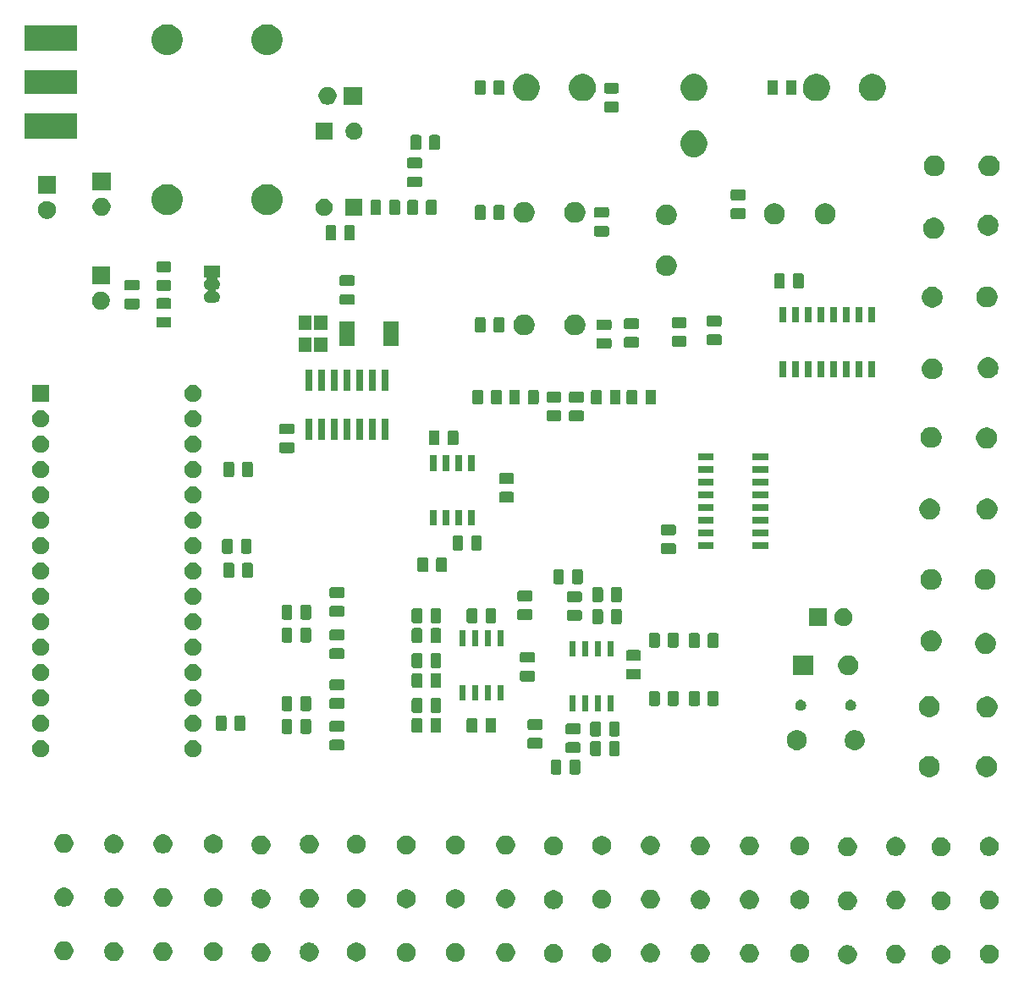
<source format=gts>
G04 #@! TF.GenerationSoftware,KiCad,Pcbnew,(5.1.5-0)*
G04 #@! TF.CreationDate,2020-04-27T00:03:54-07:00*
G04 #@! TF.ProjectId,SDR Reciever,53445220-5265-4636-9965-7665722e6b69,rev?*
G04 #@! TF.SameCoordinates,Original*
G04 #@! TF.FileFunction,Soldermask,Top*
G04 #@! TF.FilePolarity,Negative*
%FSLAX46Y46*%
G04 Gerber Fmt 4.6, Leading zero omitted, Abs format (unit mm)*
G04 Created by KiCad (PCBNEW (5.1.5-0)) date 2020-04-27 00:03:54*
%MOMM*%
%LPD*%
G04 APERTURE LIST*
%ADD10C,0.100000*%
G04 APERTURE END LIST*
D10*
G36*
X180769795Y-131521146D02*
G01*
X180942866Y-131592834D01*
X180992761Y-131626173D01*
X181098627Y-131696910D01*
X181231090Y-131829373D01*
X181267278Y-131883533D01*
X181335166Y-131985134D01*
X181406854Y-132158205D01*
X181443400Y-132341933D01*
X181443400Y-132529267D01*
X181406854Y-132712995D01*
X181335166Y-132886066D01*
X181310644Y-132922765D01*
X181231090Y-133041827D01*
X181098627Y-133174290D01*
X181063660Y-133197654D01*
X180942866Y-133278366D01*
X180769795Y-133350054D01*
X180586067Y-133386600D01*
X180398733Y-133386600D01*
X180215005Y-133350054D01*
X180041934Y-133278366D01*
X179921140Y-133197654D01*
X179886173Y-133174290D01*
X179753710Y-133041827D01*
X179674156Y-132922765D01*
X179649634Y-132886066D01*
X179577946Y-132712995D01*
X179541400Y-132529267D01*
X179541400Y-132341933D01*
X179577946Y-132158205D01*
X179649634Y-131985134D01*
X179717522Y-131883533D01*
X179753710Y-131829373D01*
X179886173Y-131696910D01*
X179992039Y-131626173D01*
X180041934Y-131592834D01*
X180215005Y-131521146D01*
X180398733Y-131484600D01*
X180586067Y-131484600D01*
X180769795Y-131521146D01*
G37*
G36*
X171422595Y-131521146D02*
G01*
X171595666Y-131592834D01*
X171645561Y-131626173D01*
X171751427Y-131696910D01*
X171883890Y-131829373D01*
X171920078Y-131883533D01*
X171987966Y-131985134D01*
X172059654Y-132158205D01*
X172096200Y-132341933D01*
X172096200Y-132529267D01*
X172059654Y-132712995D01*
X171987966Y-132886066D01*
X171963444Y-132922765D01*
X171883890Y-133041827D01*
X171751427Y-133174290D01*
X171716460Y-133197654D01*
X171595666Y-133278366D01*
X171422595Y-133350054D01*
X171238867Y-133386600D01*
X171051533Y-133386600D01*
X170867805Y-133350054D01*
X170694734Y-133278366D01*
X170573940Y-133197654D01*
X170538973Y-133174290D01*
X170406510Y-133041827D01*
X170326956Y-132922765D01*
X170302434Y-132886066D01*
X170230746Y-132712995D01*
X170194200Y-132529267D01*
X170194200Y-132341933D01*
X170230746Y-132158205D01*
X170302434Y-131985134D01*
X170370322Y-131883533D01*
X170406510Y-131829373D01*
X170538973Y-131696910D01*
X170644839Y-131626173D01*
X170694734Y-131592834D01*
X170867805Y-131521146D01*
X171051533Y-131484600D01*
X171238867Y-131484600D01*
X171422595Y-131521146D01*
G37*
G36*
X185595795Y-131470346D02*
G01*
X185768866Y-131542034D01*
X185818761Y-131575373D01*
X185924627Y-131646110D01*
X186057090Y-131778573D01*
X186091033Y-131829373D01*
X186161166Y-131934334D01*
X186232854Y-132107405D01*
X186269400Y-132291133D01*
X186269400Y-132478467D01*
X186232854Y-132662195D01*
X186161166Y-132835266D01*
X186127222Y-132886066D01*
X186057090Y-132991027D01*
X185924627Y-133123490D01*
X185889660Y-133146854D01*
X185768866Y-133227566D01*
X185595795Y-133299254D01*
X185412067Y-133335800D01*
X185224733Y-133335800D01*
X185041005Y-133299254D01*
X184867934Y-133227566D01*
X184747140Y-133146854D01*
X184712173Y-133123490D01*
X184579710Y-132991027D01*
X184509578Y-132886066D01*
X184475634Y-132835266D01*
X184403946Y-132662195D01*
X184367400Y-132478467D01*
X184367400Y-132291133D01*
X184403946Y-132107405D01*
X184475634Y-131934334D01*
X184545767Y-131829373D01*
X184579710Y-131778573D01*
X184712173Y-131646110D01*
X184818039Y-131575373D01*
X184867934Y-131542034D01*
X185041005Y-131470346D01*
X185224733Y-131433800D01*
X185412067Y-131433800D01*
X185595795Y-131470346D01*
G37*
G36*
X176248595Y-131470346D02*
G01*
X176421666Y-131542034D01*
X176471561Y-131575373D01*
X176577427Y-131646110D01*
X176709890Y-131778573D01*
X176743833Y-131829373D01*
X176813966Y-131934334D01*
X176885654Y-132107405D01*
X176922200Y-132291133D01*
X176922200Y-132478467D01*
X176885654Y-132662195D01*
X176813966Y-132835266D01*
X176780022Y-132886066D01*
X176709890Y-132991027D01*
X176577427Y-133123490D01*
X176542460Y-133146854D01*
X176421666Y-133227566D01*
X176248595Y-133299254D01*
X176064867Y-133335800D01*
X175877533Y-133335800D01*
X175693805Y-133299254D01*
X175520734Y-133227566D01*
X175399940Y-133146854D01*
X175364973Y-133123490D01*
X175232510Y-132991027D01*
X175162378Y-132886066D01*
X175128434Y-132835266D01*
X175056746Y-132662195D01*
X175020200Y-132478467D01*
X175020200Y-132291133D01*
X175056746Y-132107405D01*
X175128434Y-131934334D01*
X175198567Y-131829373D01*
X175232510Y-131778573D01*
X175364973Y-131646110D01*
X175470839Y-131575373D01*
X175520734Y-131542034D01*
X175693805Y-131470346D01*
X175877533Y-131433800D01*
X176064867Y-131433800D01*
X176248595Y-131470346D01*
G37*
G36*
X166647395Y-131419546D02*
G01*
X166820466Y-131491234D01*
X166865232Y-131521146D01*
X166976227Y-131595310D01*
X167108690Y-131727773D01*
X167142633Y-131778573D01*
X167212766Y-131883534D01*
X167284454Y-132056605D01*
X167321000Y-132240333D01*
X167321000Y-132427667D01*
X167284454Y-132611395D01*
X167212766Y-132784466D01*
X167178822Y-132835266D01*
X167108690Y-132940227D01*
X166976227Y-133072690D01*
X166941260Y-133096054D01*
X166820466Y-133176766D01*
X166647395Y-133248454D01*
X166463667Y-133285000D01*
X166276333Y-133285000D01*
X166092605Y-133248454D01*
X165919534Y-133176766D01*
X165798740Y-133096054D01*
X165763773Y-133072690D01*
X165631310Y-132940227D01*
X165561178Y-132835266D01*
X165527234Y-132784466D01*
X165455546Y-132611395D01*
X165419000Y-132427667D01*
X165419000Y-132240333D01*
X165455546Y-132056605D01*
X165527234Y-131883534D01*
X165597367Y-131778573D01*
X165631310Y-131727773D01*
X165763773Y-131595310D01*
X165874768Y-131521146D01*
X165919534Y-131491234D01*
X166092605Y-131419546D01*
X166276333Y-131383000D01*
X166463667Y-131383000D01*
X166647395Y-131419546D01*
G37*
G36*
X161618195Y-131419546D02*
G01*
X161791266Y-131491234D01*
X161836032Y-131521146D01*
X161947027Y-131595310D01*
X162079490Y-131727773D01*
X162113433Y-131778573D01*
X162183566Y-131883534D01*
X162255254Y-132056605D01*
X162291800Y-132240333D01*
X162291800Y-132427667D01*
X162255254Y-132611395D01*
X162183566Y-132784466D01*
X162149622Y-132835266D01*
X162079490Y-132940227D01*
X161947027Y-133072690D01*
X161912060Y-133096054D01*
X161791266Y-133176766D01*
X161618195Y-133248454D01*
X161434467Y-133285000D01*
X161247133Y-133285000D01*
X161063405Y-133248454D01*
X160890334Y-133176766D01*
X160769540Y-133096054D01*
X160734573Y-133072690D01*
X160602110Y-132940227D01*
X160531978Y-132835266D01*
X160498034Y-132784466D01*
X160426346Y-132611395D01*
X160389800Y-132427667D01*
X160389800Y-132240333D01*
X160426346Y-132056605D01*
X160498034Y-131883534D01*
X160568167Y-131778573D01*
X160602110Y-131727773D01*
X160734573Y-131595310D01*
X160845568Y-131521146D01*
X160890334Y-131491234D01*
X161063405Y-131419546D01*
X161247133Y-131383000D01*
X161434467Y-131383000D01*
X161618195Y-131419546D01*
G37*
G36*
X156690595Y-131419546D02*
G01*
X156863666Y-131491234D01*
X156908432Y-131521146D01*
X157019427Y-131595310D01*
X157151890Y-131727773D01*
X157185833Y-131778573D01*
X157255966Y-131883534D01*
X157327654Y-132056605D01*
X157364200Y-132240333D01*
X157364200Y-132427667D01*
X157327654Y-132611395D01*
X157255966Y-132784466D01*
X157222022Y-132835266D01*
X157151890Y-132940227D01*
X157019427Y-133072690D01*
X156984460Y-133096054D01*
X156863666Y-133176766D01*
X156690595Y-133248454D01*
X156506867Y-133285000D01*
X156319533Y-133285000D01*
X156135805Y-133248454D01*
X155962734Y-133176766D01*
X155841940Y-133096054D01*
X155806973Y-133072690D01*
X155674510Y-132940227D01*
X155604378Y-132835266D01*
X155570434Y-132784466D01*
X155498746Y-132611395D01*
X155462200Y-132427667D01*
X155462200Y-132240333D01*
X155498746Y-132056605D01*
X155570434Y-131883534D01*
X155640567Y-131778573D01*
X155674510Y-131727773D01*
X155806973Y-131595310D01*
X155917968Y-131521146D01*
X155962734Y-131491234D01*
X156135805Y-131419546D01*
X156319533Y-131383000D01*
X156506867Y-131383000D01*
X156690595Y-131419546D01*
G37*
G36*
X142009395Y-131419546D02*
G01*
X142182466Y-131491234D01*
X142227232Y-131521146D01*
X142338227Y-131595310D01*
X142470690Y-131727773D01*
X142504633Y-131778573D01*
X142574766Y-131883534D01*
X142646454Y-132056605D01*
X142683000Y-132240333D01*
X142683000Y-132427667D01*
X142646454Y-132611395D01*
X142574766Y-132784466D01*
X142540822Y-132835266D01*
X142470690Y-132940227D01*
X142338227Y-133072690D01*
X142303260Y-133096054D01*
X142182466Y-133176766D01*
X142009395Y-133248454D01*
X141825667Y-133285000D01*
X141638333Y-133285000D01*
X141454605Y-133248454D01*
X141281534Y-133176766D01*
X141160740Y-133096054D01*
X141125773Y-133072690D01*
X140993310Y-132940227D01*
X140923178Y-132835266D01*
X140889234Y-132784466D01*
X140817546Y-132611395D01*
X140781000Y-132427667D01*
X140781000Y-132240333D01*
X140817546Y-132056605D01*
X140889234Y-131883534D01*
X140959367Y-131778573D01*
X140993310Y-131727773D01*
X141125773Y-131595310D01*
X141236768Y-131521146D01*
X141281534Y-131491234D01*
X141454605Y-131419546D01*
X141638333Y-131383000D01*
X141825667Y-131383000D01*
X142009395Y-131419546D01*
G37*
G36*
X151712195Y-131368746D02*
G01*
X151885266Y-131440434D01*
X151930032Y-131470346D01*
X152041027Y-131544510D01*
X152173490Y-131676973D01*
X152186811Y-131696910D01*
X152277566Y-131832734D01*
X152349254Y-132005805D01*
X152385800Y-132189533D01*
X152385800Y-132376867D01*
X152349254Y-132560595D01*
X152277566Y-132733666D01*
X152275320Y-132737027D01*
X152173490Y-132889427D01*
X152041027Y-133021890D01*
X152006060Y-133045254D01*
X151885266Y-133125966D01*
X151712195Y-133197654D01*
X151528467Y-133234200D01*
X151341133Y-133234200D01*
X151157405Y-133197654D01*
X150984334Y-133125966D01*
X150863540Y-133045254D01*
X150828573Y-133021890D01*
X150696110Y-132889427D01*
X150594280Y-132737027D01*
X150592034Y-132733666D01*
X150520346Y-132560595D01*
X150483800Y-132376867D01*
X150483800Y-132189533D01*
X150520346Y-132005805D01*
X150592034Y-131832734D01*
X150682789Y-131696910D01*
X150696110Y-131676973D01*
X150828573Y-131544510D01*
X150939568Y-131470346D01*
X150984334Y-131440434D01*
X151157405Y-131368746D01*
X151341133Y-131332200D01*
X151528467Y-131332200D01*
X151712195Y-131368746D01*
G37*
G36*
X146835395Y-131368746D02*
G01*
X147008466Y-131440434D01*
X147053232Y-131470346D01*
X147164227Y-131544510D01*
X147296690Y-131676973D01*
X147310011Y-131696910D01*
X147400766Y-131832734D01*
X147472454Y-132005805D01*
X147509000Y-132189533D01*
X147509000Y-132376867D01*
X147472454Y-132560595D01*
X147400766Y-132733666D01*
X147398520Y-132737027D01*
X147296690Y-132889427D01*
X147164227Y-133021890D01*
X147129260Y-133045254D01*
X147008466Y-133125966D01*
X146835395Y-133197654D01*
X146651667Y-133234200D01*
X146464333Y-133234200D01*
X146280605Y-133197654D01*
X146107534Y-133125966D01*
X145986740Y-133045254D01*
X145951773Y-133021890D01*
X145819310Y-132889427D01*
X145717480Y-132737027D01*
X145715234Y-132733666D01*
X145643546Y-132560595D01*
X145607000Y-132376867D01*
X145607000Y-132189533D01*
X145643546Y-132005805D01*
X145715234Y-131832734D01*
X145805989Y-131696910D01*
X145819310Y-131676973D01*
X145951773Y-131544510D01*
X146062768Y-131470346D01*
X146107534Y-131440434D01*
X146280605Y-131368746D01*
X146464333Y-131332200D01*
X146651667Y-131332200D01*
X146835395Y-131368746D01*
G37*
G36*
X137234195Y-131317946D02*
G01*
X137407266Y-131389634D01*
X137452032Y-131419546D01*
X137563027Y-131493710D01*
X137695490Y-131626173D01*
X137708811Y-131646110D01*
X137799566Y-131781934D01*
X137871254Y-131955005D01*
X137907800Y-132138733D01*
X137907800Y-132326067D01*
X137871254Y-132509795D01*
X137799566Y-132682866D01*
X137797320Y-132686227D01*
X137695490Y-132838627D01*
X137563027Y-132971090D01*
X137528060Y-132994454D01*
X137407266Y-133075166D01*
X137234195Y-133146854D01*
X137050467Y-133183400D01*
X136863133Y-133183400D01*
X136679405Y-133146854D01*
X136506334Y-133075166D01*
X136385540Y-132994454D01*
X136350573Y-132971090D01*
X136218110Y-132838627D01*
X136116280Y-132686227D01*
X136114034Y-132682866D01*
X136042346Y-132509795D01*
X136005800Y-132326067D01*
X136005800Y-132138733D01*
X136042346Y-131955005D01*
X136114034Y-131781934D01*
X136204789Y-131646110D01*
X136218110Y-131626173D01*
X136350573Y-131493710D01*
X136461568Y-131419546D01*
X136506334Y-131389634D01*
X136679405Y-131317946D01*
X136863133Y-131281400D01*
X137050467Y-131281400D01*
X137234195Y-131317946D01*
G37*
G36*
X132204995Y-131317946D02*
G01*
X132378066Y-131389634D01*
X132422832Y-131419546D01*
X132533827Y-131493710D01*
X132666290Y-131626173D01*
X132679611Y-131646110D01*
X132770366Y-131781934D01*
X132842054Y-131955005D01*
X132878600Y-132138733D01*
X132878600Y-132326067D01*
X132842054Y-132509795D01*
X132770366Y-132682866D01*
X132768120Y-132686227D01*
X132666290Y-132838627D01*
X132533827Y-132971090D01*
X132498860Y-132994454D01*
X132378066Y-133075166D01*
X132204995Y-133146854D01*
X132021267Y-133183400D01*
X131833933Y-133183400D01*
X131650205Y-133146854D01*
X131477134Y-133075166D01*
X131356340Y-132994454D01*
X131321373Y-132971090D01*
X131188910Y-132838627D01*
X131087080Y-132686227D01*
X131084834Y-132682866D01*
X131013146Y-132509795D01*
X130976600Y-132326067D01*
X130976600Y-132138733D01*
X131013146Y-131955005D01*
X131084834Y-131781934D01*
X131175589Y-131646110D01*
X131188910Y-131626173D01*
X131321373Y-131493710D01*
X131432368Y-131419546D01*
X131477134Y-131389634D01*
X131650205Y-131317946D01*
X131833933Y-131281400D01*
X132021267Y-131281400D01*
X132204995Y-131317946D01*
G37*
G36*
X127277395Y-131317946D02*
G01*
X127450466Y-131389634D01*
X127495232Y-131419546D01*
X127606227Y-131493710D01*
X127738690Y-131626173D01*
X127752011Y-131646110D01*
X127842766Y-131781934D01*
X127914454Y-131955005D01*
X127951000Y-132138733D01*
X127951000Y-132326067D01*
X127914454Y-132509795D01*
X127842766Y-132682866D01*
X127840520Y-132686227D01*
X127738690Y-132838627D01*
X127606227Y-132971090D01*
X127571260Y-132994454D01*
X127450466Y-133075166D01*
X127277395Y-133146854D01*
X127093667Y-133183400D01*
X126906333Y-133183400D01*
X126722605Y-133146854D01*
X126549534Y-133075166D01*
X126428740Y-132994454D01*
X126393773Y-132971090D01*
X126261310Y-132838627D01*
X126159480Y-132686227D01*
X126157234Y-132682866D01*
X126085546Y-132509795D01*
X126049000Y-132326067D01*
X126049000Y-132138733D01*
X126085546Y-131955005D01*
X126157234Y-131781934D01*
X126247989Y-131646110D01*
X126261310Y-131626173D01*
X126393773Y-131493710D01*
X126504768Y-131419546D01*
X126549534Y-131389634D01*
X126722605Y-131317946D01*
X126906333Y-131281400D01*
X127093667Y-131281400D01*
X127277395Y-131317946D01*
G37*
G36*
X112748595Y-131317946D02*
G01*
X112921666Y-131389634D01*
X112966432Y-131419546D01*
X113077427Y-131493710D01*
X113209890Y-131626173D01*
X113223211Y-131646110D01*
X113313966Y-131781934D01*
X113385654Y-131955005D01*
X113422200Y-132138733D01*
X113422200Y-132326067D01*
X113385654Y-132509795D01*
X113313966Y-132682866D01*
X113311720Y-132686227D01*
X113209890Y-132838627D01*
X113077427Y-132971090D01*
X113042460Y-132994454D01*
X112921666Y-133075166D01*
X112748595Y-133146854D01*
X112564867Y-133183400D01*
X112377533Y-133183400D01*
X112193805Y-133146854D01*
X112020734Y-133075166D01*
X111899940Y-132994454D01*
X111864973Y-132971090D01*
X111732510Y-132838627D01*
X111630680Y-132686227D01*
X111628434Y-132682866D01*
X111556746Y-132509795D01*
X111520200Y-132326067D01*
X111520200Y-132138733D01*
X111556746Y-131955005D01*
X111628434Y-131781934D01*
X111719189Y-131646110D01*
X111732510Y-131626173D01*
X111864973Y-131493710D01*
X111975968Y-131419546D01*
X112020734Y-131389634D01*
X112193805Y-131317946D01*
X112377533Y-131281400D01*
X112564867Y-131281400D01*
X112748595Y-131317946D01*
G37*
G36*
X122298995Y-131267146D02*
G01*
X122472066Y-131338834D01*
X122516832Y-131368746D01*
X122627827Y-131442910D01*
X122760290Y-131575373D01*
X122773611Y-131595310D01*
X122864366Y-131731134D01*
X122936054Y-131904205D01*
X122972600Y-132087933D01*
X122972600Y-132275267D01*
X122936054Y-132458995D01*
X122864366Y-132632066D01*
X122864365Y-132632067D01*
X122760290Y-132787827D01*
X122627827Y-132920290D01*
X122624121Y-132922766D01*
X122472066Y-133024366D01*
X122298995Y-133096054D01*
X122115267Y-133132600D01*
X121927933Y-133132600D01*
X121744205Y-133096054D01*
X121571134Y-133024366D01*
X121419079Y-132922766D01*
X121415373Y-132920290D01*
X121282910Y-132787827D01*
X121178835Y-132632067D01*
X121178834Y-132632066D01*
X121107146Y-132458995D01*
X121070600Y-132275267D01*
X121070600Y-132087933D01*
X121107146Y-131904205D01*
X121178834Y-131731134D01*
X121269589Y-131595310D01*
X121282910Y-131575373D01*
X121415373Y-131442910D01*
X121526368Y-131368746D01*
X121571134Y-131338834D01*
X121744205Y-131267146D01*
X121927933Y-131230600D01*
X122115267Y-131230600D01*
X122298995Y-131267146D01*
G37*
G36*
X117574595Y-131267146D02*
G01*
X117747666Y-131338834D01*
X117792432Y-131368746D01*
X117903427Y-131442910D01*
X118035890Y-131575373D01*
X118049211Y-131595310D01*
X118139966Y-131731134D01*
X118211654Y-131904205D01*
X118248200Y-132087933D01*
X118248200Y-132275267D01*
X118211654Y-132458995D01*
X118139966Y-132632066D01*
X118139965Y-132632067D01*
X118035890Y-132787827D01*
X117903427Y-132920290D01*
X117899721Y-132922766D01*
X117747666Y-133024366D01*
X117574595Y-133096054D01*
X117390867Y-133132600D01*
X117203533Y-133132600D01*
X117019805Y-133096054D01*
X116846734Y-133024366D01*
X116694679Y-132922766D01*
X116690973Y-132920290D01*
X116558510Y-132787827D01*
X116454435Y-132632067D01*
X116454434Y-132632066D01*
X116382746Y-132458995D01*
X116346200Y-132275267D01*
X116346200Y-132087933D01*
X116382746Y-131904205D01*
X116454434Y-131731134D01*
X116545189Y-131595310D01*
X116558510Y-131575373D01*
X116690973Y-131442910D01*
X116801968Y-131368746D01*
X116846734Y-131338834D01*
X117019805Y-131267146D01*
X117203533Y-131230600D01*
X117390867Y-131230600D01*
X117574595Y-131267146D01*
G37*
G36*
X102944195Y-131216346D02*
G01*
X103117266Y-131288034D01*
X103117267Y-131288035D01*
X103273027Y-131392110D01*
X103405490Y-131524573D01*
X103418811Y-131544510D01*
X103509566Y-131680334D01*
X103581254Y-131853405D01*
X103617800Y-132037133D01*
X103617800Y-132224467D01*
X103581254Y-132408195D01*
X103509566Y-132581266D01*
X103509565Y-132581267D01*
X103405490Y-132737027D01*
X103273027Y-132869490D01*
X103243192Y-132889425D01*
X103117266Y-132973566D01*
X102944195Y-133045254D01*
X102760467Y-133081800D01*
X102573133Y-133081800D01*
X102389405Y-133045254D01*
X102216334Y-132973566D01*
X102090408Y-132889425D01*
X102060573Y-132869490D01*
X101928110Y-132737027D01*
X101824035Y-132581267D01*
X101824034Y-132581266D01*
X101752346Y-132408195D01*
X101715800Y-132224467D01*
X101715800Y-132037133D01*
X101752346Y-131853405D01*
X101824034Y-131680334D01*
X101914789Y-131544510D01*
X101928110Y-131524573D01*
X102060573Y-131392110D01*
X102216333Y-131288035D01*
X102216334Y-131288034D01*
X102389405Y-131216346D01*
X102573133Y-131179800D01*
X102760467Y-131179800D01*
X102944195Y-131216346D01*
G37*
G36*
X107973395Y-131216346D02*
G01*
X108146466Y-131288034D01*
X108146467Y-131288035D01*
X108302227Y-131392110D01*
X108434690Y-131524573D01*
X108448011Y-131544510D01*
X108538766Y-131680334D01*
X108610454Y-131853405D01*
X108647000Y-132037133D01*
X108647000Y-132224467D01*
X108610454Y-132408195D01*
X108538766Y-132581266D01*
X108538765Y-132581267D01*
X108434690Y-132737027D01*
X108302227Y-132869490D01*
X108272392Y-132889425D01*
X108146466Y-132973566D01*
X107973395Y-133045254D01*
X107789667Y-133081800D01*
X107602333Y-133081800D01*
X107418605Y-133045254D01*
X107245534Y-132973566D01*
X107119608Y-132889425D01*
X107089773Y-132869490D01*
X106957310Y-132737027D01*
X106853235Y-132581267D01*
X106853234Y-132581266D01*
X106781546Y-132408195D01*
X106745000Y-132224467D01*
X106745000Y-132037133D01*
X106781546Y-131853405D01*
X106853234Y-131680334D01*
X106943989Y-131544510D01*
X106957310Y-131524573D01*
X107089773Y-131392110D01*
X107245533Y-131288035D01*
X107245534Y-131288034D01*
X107418605Y-131216346D01*
X107602333Y-131179800D01*
X107789667Y-131179800D01*
X107973395Y-131216346D01*
G37*
G36*
X98016595Y-131216346D02*
G01*
X98189666Y-131288034D01*
X98189667Y-131288035D01*
X98345427Y-131392110D01*
X98477890Y-131524573D01*
X98491211Y-131544510D01*
X98581966Y-131680334D01*
X98653654Y-131853405D01*
X98690200Y-132037133D01*
X98690200Y-132224467D01*
X98653654Y-132408195D01*
X98581966Y-132581266D01*
X98581965Y-132581267D01*
X98477890Y-132737027D01*
X98345427Y-132869490D01*
X98315592Y-132889425D01*
X98189666Y-132973566D01*
X98016595Y-133045254D01*
X97832867Y-133081800D01*
X97645533Y-133081800D01*
X97461805Y-133045254D01*
X97288734Y-132973566D01*
X97162808Y-132889425D01*
X97132973Y-132869490D01*
X97000510Y-132737027D01*
X96896435Y-132581267D01*
X96896434Y-132581266D01*
X96824746Y-132408195D01*
X96788200Y-132224467D01*
X96788200Y-132037133D01*
X96824746Y-131853405D01*
X96896434Y-131680334D01*
X96987189Y-131544510D01*
X97000510Y-131524573D01*
X97132973Y-131392110D01*
X97288733Y-131288035D01*
X97288734Y-131288034D01*
X97461805Y-131216346D01*
X97645533Y-131179800D01*
X97832867Y-131179800D01*
X98016595Y-131216346D01*
G37*
G36*
X93038195Y-131165546D02*
G01*
X93211266Y-131237234D01*
X93211267Y-131237235D01*
X93367027Y-131341310D01*
X93499490Y-131473773D01*
X93512811Y-131493710D01*
X93603566Y-131629534D01*
X93675254Y-131802605D01*
X93711800Y-131986333D01*
X93711800Y-132173667D01*
X93675254Y-132357395D01*
X93603566Y-132530466D01*
X93603565Y-132530467D01*
X93499490Y-132686227D01*
X93367027Y-132818690D01*
X93337192Y-132838625D01*
X93211266Y-132922766D01*
X93038195Y-132994454D01*
X92854467Y-133031000D01*
X92667133Y-133031000D01*
X92483405Y-132994454D01*
X92310334Y-132922766D01*
X92184408Y-132838625D01*
X92154573Y-132818690D01*
X92022110Y-132686227D01*
X91918035Y-132530467D01*
X91918034Y-132530466D01*
X91846346Y-132357395D01*
X91809800Y-132173667D01*
X91809800Y-131986333D01*
X91846346Y-131802605D01*
X91918034Y-131629534D01*
X92008789Y-131493710D01*
X92022110Y-131473773D01*
X92154573Y-131341310D01*
X92310333Y-131237235D01*
X92310334Y-131237234D01*
X92483405Y-131165546D01*
X92667133Y-131129000D01*
X92854467Y-131129000D01*
X93038195Y-131165546D01*
G37*
G36*
X171422595Y-126136346D02*
G01*
X171595666Y-126208034D01*
X171645561Y-126241373D01*
X171751427Y-126312110D01*
X171883890Y-126444573D01*
X171920078Y-126498733D01*
X171987966Y-126600334D01*
X172059654Y-126773405D01*
X172096200Y-126957133D01*
X172096200Y-127144467D01*
X172059654Y-127328195D01*
X171987966Y-127501266D01*
X171963444Y-127537965D01*
X171883890Y-127657027D01*
X171751427Y-127789490D01*
X171716460Y-127812854D01*
X171595666Y-127893566D01*
X171422595Y-127965254D01*
X171238867Y-128001800D01*
X171051533Y-128001800D01*
X170867805Y-127965254D01*
X170694734Y-127893566D01*
X170573940Y-127812854D01*
X170538973Y-127789490D01*
X170406510Y-127657027D01*
X170326956Y-127537965D01*
X170302434Y-127501266D01*
X170230746Y-127328195D01*
X170194200Y-127144467D01*
X170194200Y-126957133D01*
X170230746Y-126773405D01*
X170302434Y-126600334D01*
X170370322Y-126498733D01*
X170406510Y-126444573D01*
X170538973Y-126312110D01*
X170644839Y-126241373D01*
X170694734Y-126208034D01*
X170867805Y-126136346D01*
X171051533Y-126099800D01*
X171238867Y-126099800D01*
X171422595Y-126136346D01*
G37*
G36*
X180769795Y-126136346D02*
G01*
X180942866Y-126208034D01*
X180992761Y-126241373D01*
X181098627Y-126312110D01*
X181231090Y-126444573D01*
X181267278Y-126498733D01*
X181335166Y-126600334D01*
X181406854Y-126773405D01*
X181443400Y-126957133D01*
X181443400Y-127144467D01*
X181406854Y-127328195D01*
X181335166Y-127501266D01*
X181310644Y-127537965D01*
X181231090Y-127657027D01*
X181098627Y-127789490D01*
X181063660Y-127812854D01*
X180942866Y-127893566D01*
X180769795Y-127965254D01*
X180586067Y-128001800D01*
X180398733Y-128001800D01*
X180215005Y-127965254D01*
X180041934Y-127893566D01*
X179921140Y-127812854D01*
X179886173Y-127789490D01*
X179753710Y-127657027D01*
X179674156Y-127537965D01*
X179649634Y-127501266D01*
X179577946Y-127328195D01*
X179541400Y-127144467D01*
X179541400Y-126957133D01*
X179577946Y-126773405D01*
X179649634Y-126600334D01*
X179717522Y-126498733D01*
X179753710Y-126444573D01*
X179886173Y-126312110D01*
X179992039Y-126241373D01*
X180041934Y-126208034D01*
X180215005Y-126136346D01*
X180398733Y-126099800D01*
X180586067Y-126099800D01*
X180769795Y-126136346D01*
G37*
G36*
X185595795Y-126085546D02*
G01*
X185768866Y-126157234D01*
X185818761Y-126190573D01*
X185924627Y-126261310D01*
X186057090Y-126393773D01*
X186091033Y-126444573D01*
X186161166Y-126549534D01*
X186232854Y-126722605D01*
X186269400Y-126906333D01*
X186269400Y-127093667D01*
X186232854Y-127277395D01*
X186161166Y-127450466D01*
X186127222Y-127501266D01*
X186057090Y-127606227D01*
X185924627Y-127738690D01*
X185889660Y-127762054D01*
X185768866Y-127842766D01*
X185595795Y-127914454D01*
X185412067Y-127951000D01*
X185224733Y-127951000D01*
X185041005Y-127914454D01*
X184867934Y-127842766D01*
X184747140Y-127762054D01*
X184712173Y-127738690D01*
X184579710Y-127606227D01*
X184509578Y-127501266D01*
X184475634Y-127450466D01*
X184403946Y-127277395D01*
X184367400Y-127093667D01*
X184367400Y-126906333D01*
X184403946Y-126722605D01*
X184475634Y-126549534D01*
X184545767Y-126444573D01*
X184579710Y-126393773D01*
X184712173Y-126261310D01*
X184818039Y-126190573D01*
X184867934Y-126157234D01*
X185041005Y-126085546D01*
X185224733Y-126049000D01*
X185412067Y-126049000D01*
X185595795Y-126085546D01*
G37*
G36*
X176248595Y-126085546D02*
G01*
X176421666Y-126157234D01*
X176471561Y-126190573D01*
X176577427Y-126261310D01*
X176709890Y-126393773D01*
X176743833Y-126444573D01*
X176813966Y-126549534D01*
X176885654Y-126722605D01*
X176922200Y-126906333D01*
X176922200Y-127093667D01*
X176885654Y-127277395D01*
X176813966Y-127450466D01*
X176780022Y-127501266D01*
X176709890Y-127606227D01*
X176577427Y-127738690D01*
X176542460Y-127762054D01*
X176421666Y-127842766D01*
X176248595Y-127914454D01*
X176064867Y-127951000D01*
X175877533Y-127951000D01*
X175693805Y-127914454D01*
X175520734Y-127842766D01*
X175399940Y-127762054D01*
X175364973Y-127738690D01*
X175232510Y-127606227D01*
X175162378Y-127501266D01*
X175128434Y-127450466D01*
X175056746Y-127277395D01*
X175020200Y-127093667D01*
X175020200Y-126906333D01*
X175056746Y-126722605D01*
X175128434Y-126549534D01*
X175198567Y-126444573D01*
X175232510Y-126393773D01*
X175364973Y-126261310D01*
X175470839Y-126190573D01*
X175520734Y-126157234D01*
X175693805Y-126085546D01*
X175877533Y-126049000D01*
X176064867Y-126049000D01*
X176248595Y-126085546D01*
G37*
G36*
X166647395Y-126034746D02*
G01*
X166820466Y-126106434D01*
X166865232Y-126136346D01*
X166976227Y-126210510D01*
X167108690Y-126342973D01*
X167142633Y-126393773D01*
X167212766Y-126498734D01*
X167284454Y-126671805D01*
X167321000Y-126855533D01*
X167321000Y-127042867D01*
X167284454Y-127226595D01*
X167212766Y-127399666D01*
X167178822Y-127450466D01*
X167108690Y-127555427D01*
X166976227Y-127687890D01*
X166941260Y-127711254D01*
X166820466Y-127791966D01*
X166647395Y-127863654D01*
X166463667Y-127900200D01*
X166276333Y-127900200D01*
X166092605Y-127863654D01*
X165919534Y-127791966D01*
X165798740Y-127711254D01*
X165763773Y-127687890D01*
X165631310Y-127555427D01*
X165561178Y-127450466D01*
X165527234Y-127399666D01*
X165455546Y-127226595D01*
X165419000Y-127042867D01*
X165419000Y-126855533D01*
X165455546Y-126671805D01*
X165527234Y-126498734D01*
X165597367Y-126393773D01*
X165631310Y-126342973D01*
X165763773Y-126210510D01*
X165874768Y-126136346D01*
X165919534Y-126106434D01*
X166092605Y-126034746D01*
X166276333Y-125998200D01*
X166463667Y-125998200D01*
X166647395Y-126034746D01*
G37*
G36*
X161618195Y-126034746D02*
G01*
X161791266Y-126106434D01*
X161836032Y-126136346D01*
X161947027Y-126210510D01*
X162079490Y-126342973D01*
X162113433Y-126393773D01*
X162183566Y-126498734D01*
X162255254Y-126671805D01*
X162291800Y-126855533D01*
X162291800Y-127042867D01*
X162255254Y-127226595D01*
X162183566Y-127399666D01*
X162149622Y-127450466D01*
X162079490Y-127555427D01*
X161947027Y-127687890D01*
X161912060Y-127711254D01*
X161791266Y-127791966D01*
X161618195Y-127863654D01*
X161434467Y-127900200D01*
X161247133Y-127900200D01*
X161063405Y-127863654D01*
X160890334Y-127791966D01*
X160769540Y-127711254D01*
X160734573Y-127687890D01*
X160602110Y-127555427D01*
X160531978Y-127450466D01*
X160498034Y-127399666D01*
X160426346Y-127226595D01*
X160389800Y-127042867D01*
X160389800Y-126855533D01*
X160426346Y-126671805D01*
X160498034Y-126498734D01*
X160568167Y-126393773D01*
X160602110Y-126342973D01*
X160734573Y-126210510D01*
X160845568Y-126136346D01*
X160890334Y-126106434D01*
X161063405Y-126034746D01*
X161247133Y-125998200D01*
X161434467Y-125998200D01*
X161618195Y-126034746D01*
G37*
G36*
X156690595Y-126034746D02*
G01*
X156863666Y-126106434D01*
X156908432Y-126136346D01*
X157019427Y-126210510D01*
X157151890Y-126342973D01*
X157185833Y-126393773D01*
X157255966Y-126498734D01*
X157327654Y-126671805D01*
X157364200Y-126855533D01*
X157364200Y-127042867D01*
X157327654Y-127226595D01*
X157255966Y-127399666D01*
X157222022Y-127450466D01*
X157151890Y-127555427D01*
X157019427Y-127687890D01*
X156984460Y-127711254D01*
X156863666Y-127791966D01*
X156690595Y-127863654D01*
X156506867Y-127900200D01*
X156319533Y-127900200D01*
X156135805Y-127863654D01*
X155962734Y-127791966D01*
X155841940Y-127711254D01*
X155806973Y-127687890D01*
X155674510Y-127555427D01*
X155604378Y-127450466D01*
X155570434Y-127399666D01*
X155498746Y-127226595D01*
X155462200Y-127042867D01*
X155462200Y-126855533D01*
X155498746Y-126671805D01*
X155570434Y-126498734D01*
X155640567Y-126393773D01*
X155674510Y-126342973D01*
X155806973Y-126210510D01*
X155917968Y-126136346D01*
X155962734Y-126106434D01*
X156135805Y-126034746D01*
X156319533Y-125998200D01*
X156506867Y-125998200D01*
X156690595Y-126034746D01*
G37*
G36*
X142009395Y-126034746D02*
G01*
X142182466Y-126106434D01*
X142227232Y-126136346D01*
X142338227Y-126210510D01*
X142470690Y-126342973D01*
X142504633Y-126393773D01*
X142574766Y-126498734D01*
X142646454Y-126671805D01*
X142683000Y-126855533D01*
X142683000Y-127042867D01*
X142646454Y-127226595D01*
X142574766Y-127399666D01*
X142540822Y-127450466D01*
X142470690Y-127555427D01*
X142338227Y-127687890D01*
X142303260Y-127711254D01*
X142182466Y-127791966D01*
X142009395Y-127863654D01*
X141825667Y-127900200D01*
X141638333Y-127900200D01*
X141454605Y-127863654D01*
X141281534Y-127791966D01*
X141160740Y-127711254D01*
X141125773Y-127687890D01*
X140993310Y-127555427D01*
X140923178Y-127450466D01*
X140889234Y-127399666D01*
X140817546Y-127226595D01*
X140781000Y-127042867D01*
X140781000Y-126855533D01*
X140817546Y-126671805D01*
X140889234Y-126498734D01*
X140959367Y-126393773D01*
X140993310Y-126342973D01*
X141125773Y-126210510D01*
X141236768Y-126136346D01*
X141281534Y-126106434D01*
X141454605Y-126034746D01*
X141638333Y-125998200D01*
X141825667Y-125998200D01*
X142009395Y-126034746D01*
G37*
G36*
X151712195Y-125983946D02*
G01*
X151885266Y-126055634D01*
X151930032Y-126085546D01*
X152041027Y-126159710D01*
X152173490Y-126292173D01*
X152186811Y-126312110D01*
X152277566Y-126447934D01*
X152349254Y-126621005D01*
X152385800Y-126804733D01*
X152385800Y-126992067D01*
X152349254Y-127175795D01*
X152277566Y-127348866D01*
X152275320Y-127352227D01*
X152173490Y-127504627D01*
X152041027Y-127637090D01*
X152006060Y-127660454D01*
X151885266Y-127741166D01*
X151712195Y-127812854D01*
X151528467Y-127849400D01*
X151341133Y-127849400D01*
X151157405Y-127812854D01*
X150984334Y-127741166D01*
X150863540Y-127660454D01*
X150828573Y-127637090D01*
X150696110Y-127504627D01*
X150594280Y-127352227D01*
X150592034Y-127348866D01*
X150520346Y-127175795D01*
X150483800Y-126992067D01*
X150483800Y-126804733D01*
X150520346Y-126621005D01*
X150592034Y-126447934D01*
X150682789Y-126312110D01*
X150696110Y-126292173D01*
X150828573Y-126159710D01*
X150939568Y-126085546D01*
X150984334Y-126055634D01*
X151157405Y-125983946D01*
X151341133Y-125947400D01*
X151528467Y-125947400D01*
X151712195Y-125983946D01*
G37*
G36*
X146835395Y-125983946D02*
G01*
X147008466Y-126055634D01*
X147053232Y-126085546D01*
X147164227Y-126159710D01*
X147296690Y-126292173D01*
X147310011Y-126312110D01*
X147400766Y-126447934D01*
X147472454Y-126621005D01*
X147509000Y-126804733D01*
X147509000Y-126992067D01*
X147472454Y-127175795D01*
X147400766Y-127348866D01*
X147398520Y-127352227D01*
X147296690Y-127504627D01*
X147164227Y-127637090D01*
X147129260Y-127660454D01*
X147008466Y-127741166D01*
X146835395Y-127812854D01*
X146651667Y-127849400D01*
X146464333Y-127849400D01*
X146280605Y-127812854D01*
X146107534Y-127741166D01*
X145986740Y-127660454D01*
X145951773Y-127637090D01*
X145819310Y-127504627D01*
X145717480Y-127352227D01*
X145715234Y-127348866D01*
X145643546Y-127175795D01*
X145607000Y-126992067D01*
X145607000Y-126804733D01*
X145643546Y-126621005D01*
X145715234Y-126447934D01*
X145805989Y-126312110D01*
X145819310Y-126292173D01*
X145951773Y-126159710D01*
X146062768Y-126085546D01*
X146107534Y-126055634D01*
X146280605Y-125983946D01*
X146464333Y-125947400D01*
X146651667Y-125947400D01*
X146835395Y-125983946D01*
G37*
G36*
X127277395Y-125933146D02*
G01*
X127450466Y-126004834D01*
X127495232Y-126034746D01*
X127606227Y-126108910D01*
X127738690Y-126241373D01*
X127752011Y-126261310D01*
X127842766Y-126397134D01*
X127914454Y-126570205D01*
X127951000Y-126753933D01*
X127951000Y-126941267D01*
X127914454Y-127124995D01*
X127842766Y-127298066D01*
X127840520Y-127301427D01*
X127738690Y-127453827D01*
X127606227Y-127586290D01*
X127571260Y-127609654D01*
X127450466Y-127690366D01*
X127277395Y-127762054D01*
X127093667Y-127798600D01*
X126906333Y-127798600D01*
X126722605Y-127762054D01*
X126549534Y-127690366D01*
X126428740Y-127609654D01*
X126393773Y-127586290D01*
X126261310Y-127453827D01*
X126159480Y-127301427D01*
X126157234Y-127298066D01*
X126085546Y-127124995D01*
X126049000Y-126941267D01*
X126049000Y-126753933D01*
X126085546Y-126570205D01*
X126157234Y-126397134D01*
X126247989Y-126261310D01*
X126261310Y-126241373D01*
X126393773Y-126108910D01*
X126504768Y-126034746D01*
X126549534Y-126004834D01*
X126722605Y-125933146D01*
X126906333Y-125896600D01*
X127093667Y-125896600D01*
X127277395Y-125933146D01*
G37*
G36*
X112748595Y-125933146D02*
G01*
X112921666Y-126004834D01*
X112966432Y-126034746D01*
X113077427Y-126108910D01*
X113209890Y-126241373D01*
X113223211Y-126261310D01*
X113313966Y-126397134D01*
X113385654Y-126570205D01*
X113422200Y-126753933D01*
X113422200Y-126941267D01*
X113385654Y-127124995D01*
X113313966Y-127298066D01*
X113311720Y-127301427D01*
X113209890Y-127453827D01*
X113077427Y-127586290D01*
X113042460Y-127609654D01*
X112921666Y-127690366D01*
X112748595Y-127762054D01*
X112564867Y-127798600D01*
X112377533Y-127798600D01*
X112193805Y-127762054D01*
X112020734Y-127690366D01*
X111899940Y-127609654D01*
X111864973Y-127586290D01*
X111732510Y-127453827D01*
X111630680Y-127301427D01*
X111628434Y-127298066D01*
X111556746Y-127124995D01*
X111520200Y-126941267D01*
X111520200Y-126753933D01*
X111556746Y-126570205D01*
X111628434Y-126397134D01*
X111719189Y-126261310D01*
X111732510Y-126241373D01*
X111864973Y-126108910D01*
X111975968Y-126034746D01*
X112020734Y-126004834D01*
X112193805Y-125933146D01*
X112377533Y-125896600D01*
X112564867Y-125896600D01*
X112748595Y-125933146D01*
G37*
G36*
X132204995Y-125933146D02*
G01*
X132378066Y-126004834D01*
X132422832Y-126034746D01*
X132533827Y-126108910D01*
X132666290Y-126241373D01*
X132679611Y-126261310D01*
X132770366Y-126397134D01*
X132842054Y-126570205D01*
X132878600Y-126753933D01*
X132878600Y-126941267D01*
X132842054Y-127124995D01*
X132770366Y-127298066D01*
X132768120Y-127301427D01*
X132666290Y-127453827D01*
X132533827Y-127586290D01*
X132498860Y-127609654D01*
X132378066Y-127690366D01*
X132204995Y-127762054D01*
X132021267Y-127798600D01*
X131833933Y-127798600D01*
X131650205Y-127762054D01*
X131477134Y-127690366D01*
X131356340Y-127609654D01*
X131321373Y-127586290D01*
X131188910Y-127453827D01*
X131087080Y-127301427D01*
X131084834Y-127298066D01*
X131013146Y-127124995D01*
X130976600Y-126941267D01*
X130976600Y-126753933D01*
X131013146Y-126570205D01*
X131084834Y-126397134D01*
X131175589Y-126261310D01*
X131188910Y-126241373D01*
X131321373Y-126108910D01*
X131432368Y-126034746D01*
X131477134Y-126004834D01*
X131650205Y-125933146D01*
X131833933Y-125896600D01*
X132021267Y-125896600D01*
X132204995Y-125933146D01*
G37*
G36*
X137234195Y-125933146D02*
G01*
X137407266Y-126004834D01*
X137452032Y-126034746D01*
X137563027Y-126108910D01*
X137695490Y-126241373D01*
X137708811Y-126261310D01*
X137799566Y-126397134D01*
X137871254Y-126570205D01*
X137907800Y-126753933D01*
X137907800Y-126941267D01*
X137871254Y-127124995D01*
X137799566Y-127298066D01*
X137797320Y-127301427D01*
X137695490Y-127453827D01*
X137563027Y-127586290D01*
X137528060Y-127609654D01*
X137407266Y-127690366D01*
X137234195Y-127762054D01*
X137050467Y-127798600D01*
X136863133Y-127798600D01*
X136679405Y-127762054D01*
X136506334Y-127690366D01*
X136385540Y-127609654D01*
X136350573Y-127586290D01*
X136218110Y-127453827D01*
X136116280Y-127301427D01*
X136114034Y-127298066D01*
X136042346Y-127124995D01*
X136005800Y-126941267D01*
X136005800Y-126753933D01*
X136042346Y-126570205D01*
X136114034Y-126397134D01*
X136204789Y-126261310D01*
X136218110Y-126241373D01*
X136350573Y-126108910D01*
X136461568Y-126034746D01*
X136506334Y-126004834D01*
X136679405Y-125933146D01*
X136863133Y-125896600D01*
X137050467Y-125896600D01*
X137234195Y-125933146D01*
G37*
G36*
X122298995Y-125882346D02*
G01*
X122472066Y-125954034D01*
X122516832Y-125983946D01*
X122627827Y-126058110D01*
X122760290Y-126190573D01*
X122773611Y-126210510D01*
X122864366Y-126346334D01*
X122936054Y-126519405D01*
X122972600Y-126703133D01*
X122972600Y-126890467D01*
X122936054Y-127074195D01*
X122864366Y-127247266D01*
X122864365Y-127247267D01*
X122760290Y-127403027D01*
X122627827Y-127535490D01*
X122624121Y-127537966D01*
X122472066Y-127639566D01*
X122298995Y-127711254D01*
X122115267Y-127747800D01*
X121927933Y-127747800D01*
X121744205Y-127711254D01*
X121571134Y-127639566D01*
X121419079Y-127537966D01*
X121415373Y-127535490D01*
X121282910Y-127403027D01*
X121178835Y-127247267D01*
X121178834Y-127247266D01*
X121107146Y-127074195D01*
X121070600Y-126890467D01*
X121070600Y-126703133D01*
X121107146Y-126519405D01*
X121178834Y-126346334D01*
X121269589Y-126210510D01*
X121282910Y-126190573D01*
X121415373Y-126058110D01*
X121526368Y-125983946D01*
X121571134Y-125954034D01*
X121744205Y-125882346D01*
X121927933Y-125845800D01*
X122115267Y-125845800D01*
X122298995Y-125882346D01*
G37*
G36*
X117574595Y-125882346D02*
G01*
X117747666Y-125954034D01*
X117792432Y-125983946D01*
X117903427Y-126058110D01*
X118035890Y-126190573D01*
X118049211Y-126210510D01*
X118139966Y-126346334D01*
X118211654Y-126519405D01*
X118248200Y-126703133D01*
X118248200Y-126890467D01*
X118211654Y-127074195D01*
X118139966Y-127247266D01*
X118139965Y-127247267D01*
X118035890Y-127403027D01*
X117903427Y-127535490D01*
X117899721Y-127537966D01*
X117747666Y-127639566D01*
X117574595Y-127711254D01*
X117390867Y-127747800D01*
X117203533Y-127747800D01*
X117019805Y-127711254D01*
X116846734Y-127639566D01*
X116694679Y-127537966D01*
X116690973Y-127535490D01*
X116558510Y-127403027D01*
X116454435Y-127247267D01*
X116454434Y-127247266D01*
X116382746Y-127074195D01*
X116346200Y-126890467D01*
X116346200Y-126703133D01*
X116382746Y-126519405D01*
X116454434Y-126346334D01*
X116545189Y-126210510D01*
X116558510Y-126190573D01*
X116690973Y-126058110D01*
X116801968Y-125983946D01*
X116846734Y-125954034D01*
X117019805Y-125882346D01*
X117203533Y-125845800D01*
X117390867Y-125845800D01*
X117574595Y-125882346D01*
G37*
G36*
X102944195Y-125831546D02*
G01*
X103117266Y-125903234D01*
X103117267Y-125903235D01*
X103273027Y-126007310D01*
X103405490Y-126139773D01*
X103418811Y-126159710D01*
X103509566Y-126295534D01*
X103581254Y-126468605D01*
X103617800Y-126652333D01*
X103617800Y-126839667D01*
X103581254Y-127023395D01*
X103509566Y-127196466D01*
X103509565Y-127196467D01*
X103405490Y-127352227D01*
X103273027Y-127484690D01*
X103243192Y-127504625D01*
X103117266Y-127588766D01*
X102944195Y-127660454D01*
X102760467Y-127697000D01*
X102573133Y-127697000D01*
X102389405Y-127660454D01*
X102216334Y-127588766D01*
X102090408Y-127504625D01*
X102060573Y-127484690D01*
X101928110Y-127352227D01*
X101824035Y-127196467D01*
X101824034Y-127196466D01*
X101752346Y-127023395D01*
X101715800Y-126839667D01*
X101715800Y-126652333D01*
X101752346Y-126468605D01*
X101824034Y-126295534D01*
X101914789Y-126159710D01*
X101928110Y-126139773D01*
X102060573Y-126007310D01*
X102216333Y-125903235D01*
X102216334Y-125903234D01*
X102389405Y-125831546D01*
X102573133Y-125795000D01*
X102760467Y-125795000D01*
X102944195Y-125831546D01*
G37*
G36*
X98016595Y-125831546D02*
G01*
X98189666Y-125903234D01*
X98189667Y-125903235D01*
X98345427Y-126007310D01*
X98477890Y-126139773D01*
X98491211Y-126159710D01*
X98581966Y-126295534D01*
X98653654Y-126468605D01*
X98690200Y-126652333D01*
X98690200Y-126839667D01*
X98653654Y-127023395D01*
X98581966Y-127196466D01*
X98581965Y-127196467D01*
X98477890Y-127352227D01*
X98345427Y-127484690D01*
X98315592Y-127504625D01*
X98189666Y-127588766D01*
X98016595Y-127660454D01*
X97832867Y-127697000D01*
X97645533Y-127697000D01*
X97461805Y-127660454D01*
X97288734Y-127588766D01*
X97162808Y-127504625D01*
X97132973Y-127484690D01*
X97000510Y-127352227D01*
X96896435Y-127196467D01*
X96896434Y-127196466D01*
X96824746Y-127023395D01*
X96788200Y-126839667D01*
X96788200Y-126652333D01*
X96824746Y-126468605D01*
X96896434Y-126295534D01*
X96987189Y-126159710D01*
X97000510Y-126139773D01*
X97132973Y-126007310D01*
X97288733Y-125903235D01*
X97288734Y-125903234D01*
X97461805Y-125831546D01*
X97645533Y-125795000D01*
X97832867Y-125795000D01*
X98016595Y-125831546D01*
G37*
G36*
X107973395Y-125831546D02*
G01*
X108146466Y-125903234D01*
X108146467Y-125903235D01*
X108302227Y-126007310D01*
X108434690Y-126139773D01*
X108448011Y-126159710D01*
X108538766Y-126295534D01*
X108610454Y-126468605D01*
X108647000Y-126652333D01*
X108647000Y-126839667D01*
X108610454Y-127023395D01*
X108538766Y-127196466D01*
X108538765Y-127196467D01*
X108434690Y-127352227D01*
X108302227Y-127484690D01*
X108272392Y-127504625D01*
X108146466Y-127588766D01*
X107973395Y-127660454D01*
X107789667Y-127697000D01*
X107602333Y-127697000D01*
X107418605Y-127660454D01*
X107245534Y-127588766D01*
X107119608Y-127504625D01*
X107089773Y-127484690D01*
X106957310Y-127352227D01*
X106853235Y-127196467D01*
X106853234Y-127196466D01*
X106781546Y-127023395D01*
X106745000Y-126839667D01*
X106745000Y-126652333D01*
X106781546Y-126468605D01*
X106853234Y-126295534D01*
X106943989Y-126159710D01*
X106957310Y-126139773D01*
X107089773Y-126007310D01*
X107245533Y-125903235D01*
X107245534Y-125903234D01*
X107418605Y-125831546D01*
X107602333Y-125795000D01*
X107789667Y-125795000D01*
X107973395Y-125831546D01*
G37*
G36*
X93038195Y-125780746D02*
G01*
X93211266Y-125852434D01*
X93211267Y-125852435D01*
X93367027Y-125956510D01*
X93499490Y-126088973D01*
X93512811Y-126108910D01*
X93603566Y-126244734D01*
X93675254Y-126417805D01*
X93711800Y-126601533D01*
X93711800Y-126788867D01*
X93675254Y-126972595D01*
X93603566Y-127145666D01*
X93603565Y-127145667D01*
X93499490Y-127301427D01*
X93367027Y-127433890D01*
X93337192Y-127453825D01*
X93211266Y-127537966D01*
X93038195Y-127609654D01*
X92854467Y-127646200D01*
X92667133Y-127646200D01*
X92483405Y-127609654D01*
X92310334Y-127537966D01*
X92184408Y-127453825D01*
X92154573Y-127433890D01*
X92022110Y-127301427D01*
X91918035Y-127145667D01*
X91918034Y-127145666D01*
X91846346Y-126972595D01*
X91809800Y-126788867D01*
X91809800Y-126601533D01*
X91846346Y-126417805D01*
X91918034Y-126244734D01*
X92008789Y-126108910D01*
X92022110Y-126088973D01*
X92154573Y-125956510D01*
X92310333Y-125852435D01*
X92310334Y-125852434D01*
X92483405Y-125780746D01*
X92667133Y-125744200D01*
X92854467Y-125744200D01*
X93038195Y-125780746D01*
G37*
G36*
X171422595Y-120751546D02*
G01*
X171595666Y-120823234D01*
X171645561Y-120856573D01*
X171751427Y-120927310D01*
X171883890Y-121059773D01*
X171920078Y-121113933D01*
X171987966Y-121215534D01*
X172059654Y-121388605D01*
X172096200Y-121572333D01*
X172096200Y-121759667D01*
X172059654Y-121943395D01*
X171987966Y-122116466D01*
X171963444Y-122153165D01*
X171883890Y-122272227D01*
X171751427Y-122404690D01*
X171716460Y-122428054D01*
X171595666Y-122508766D01*
X171422595Y-122580454D01*
X171238867Y-122617000D01*
X171051533Y-122617000D01*
X170867805Y-122580454D01*
X170694734Y-122508766D01*
X170573940Y-122428054D01*
X170538973Y-122404690D01*
X170406510Y-122272227D01*
X170326956Y-122153165D01*
X170302434Y-122116466D01*
X170230746Y-121943395D01*
X170194200Y-121759667D01*
X170194200Y-121572333D01*
X170230746Y-121388605D01*
X170302434Y-121215534D01*
X170370322Y-121113933D01*
X170406510Y-121059773D01*
X170538973Y-120927310D01*
X170644839Y-120856573D01*
X170694734Y-120823234D01*
X170867805Y-120751546D01*
X171051533Y-120715000D01*
X171238867Y-120715000D01*
X171422595Y-120751546D01*
G37*
G36*
X180769795Y-120751546D02*
G01*
X180942866Y-120823234D01*
X180992761Y-120856573D01*
X181098627Y-120927310D01*
X181231090Y-121059773D01*
X181267278Y-121113933D01*
X181335166Y-121215534D01*
X181406854Y-121388605D01*
X181443400Y-121572333D01*
X181443400Y-121759667D01*
X181406854Y-121943395D01*
X181335166Y-122116466D01*
X181310644Y-122153165D01*
X181231090Y-122272227D01*
X181098627Y-122404690D01*
X181063660Y-122428054D01*
X180942866Y-122508766D01*
X180769795Y-122580454D01*
X180586067Y-122617000D01*
X180398733Y-122617000D01*
X180215005Y-122580454D01*
X180041934Y-122508766D01*
X179921140Y-122428054D01*
X179886173Y-122404690D01*
X179753710Y-122272227D01*
X179674156Y-122153165D01*
X179649634Y-122116466D01*
X179577946Y-121943395D01*
X179541400Y-121759667D01*
X179541400Y-121572333D01*
X179577946Y-121388605D01*
X179649634Y-121215534D01*
X179717522Y-121113933D01*
X179753710Y-121059773D01*
X179886173Y-120927310D01*
X179992039Y-120856573D01*
X180041934Y-120823234D01*
X180215005Y-120751546D01*
X180398733Y-120715000D01*
X180586067Y-120715000D01*
X180769795Y-120751546D01*
G37*
G36*
X185595795Y-120700746D02*
G01*
X185768866Y-120772434D01*
X185818761Y-120805773D01*
X185924627Y-120876510D01*
X186057090Y-121008973D01*
X186091033Y-121059773D01*
X186161166Y-121164734D01*
X186232854Y-121337805D01*
X186269400Y-121521533D01*
X186269400Y-121708867D01*
X186232854Y-121892595D01*
X186161166Y-122065666D01*
X186127222Y-122116466D01*
X186057090Y-122221427D01*
X185924627Y-122353890D01*
X185889660Y-122377254D01*
X185768866Y-122457966D01*
X185595795Y-122529654D01*
X185412067Y-122566200D01*
X185224733Y-122566200D01*
X185041005Y-122529654D01*
X184867934Y-122457966D01*
X184747140Y-122377254D01*
X184712173Y-122353890D01*
X184579710Y-122221427D01*
X184509578Y-122116466D01*
X184475634Y-122065666D01*
X184403946Y-121892595D01*
X184367400Y-121708867D01*
X184367400Y-121521533D01*
X184403946Y-121337805D01*
X184475634Y-121164734D01*
X184545767Y-121059773D01*
X184579710Y-121008973D01*
X184712173Y-120876510D01*
X184818039Y-120805773D01*
X184867934Y-120772434D01*
X185041005Y-120700746D01*
X185224733Y-120664200D01*
X185412067Y-120664200D01*
X185595795Y-120700746D01*
G37*
G36*
X176248595Y-120700746D02*
G01*
X176421666Y-120772434D01*
X176471561Y-120805773D01*
X176577427Y-120876510D01*
X176709890Y-121008973D01*
X176743833Y-121059773D01*
X176813966Y-121164734D01*
X176885654Y-121337805D01*
X176922200Y-121521533D01*
X176922200Y-121708867D01*
X176885654Y-121892595D01*
X176813966Y-122065666D01*
X176780022Y-122116466D01*
X176709890Y-122221427D01*
X176577427Y-122353890D01*
X176542460Y-122377254D01*
X176421666Y-122457966D01*
X176248595Y-122529654D01*
X176064867Y-122566200D01*
X175877533Y-122566200D01*
X175693805Y-122529654D01*
X175520734Y-122457966D01*
X175399940Y-122377254D01*
X175364973Y-122353890D01*
X175232510Y-122221427D01*
X175162378Y-122116466D01*
X175128434Y-122065666D01*
X175056746Y-121892595D01*
X175020200Y-121708867D01*
X175020200Y-121521533D01*
X175056746Y-121337805D01*
X175128434Y-121164734D01*
X175198567Y-121059773D01*
X175232510Y-121008973D01*
X175364973Y-120876510D01*
X175470839Y-120805773D01*
X175520734Y-120772434D01*
X175693805Y-120700746D01*
X175877533Y-120664200D01*
X176064867Y-120664200D01*
X176248595Y-120700746D01*
G37*
G36*
X142009395Y-120649946D02*
G01*
X142182466Y-120721634D01*
X142227232Y-120751546D01*
X142338227Y-120825710D01*
X142470690Y-120958173D01*
X142504633Y-121008973D01*
X142574766Y-121113934D01*
X142646454Y-121287005D01*
X142683000Y-121470733D01*
X142683000Y-121658067D01*
X142646454Y-121841795D01*
X142574766Y-122014866D01*
X142540822Y-122065666D01*
X142470690Y-122170627D01*
X142338227Y-122303090D01*
X142303260Y-122326454D01*
X142182466Y-122407166D01*
X142009395Y-122478854D01*
X141825667Y-122515400D01*
X141638333Y-122515400D01*
X141454605Y-122478854D01*
X141281534Y-122407166D01*
X141160740Y-122326454D01*
X141125773Y-122303090D01*
X140993310Y-122170627D01*
X140923178Y-122065666D01*
X140889234Y-122014866D01*
X140817546Y-121841795D01*
X140781000Y-121658067D01*
X140781000Y-121470733D01*
X140817546Y-121287005D01*
X140889234Y-121113934D01*
X140959367Y-121008973D01*
X140993310Y-120958173D01*
X141125773Y-120825710D01*
X141236768Y-120751546D01*
X141281534Y-120721634D01*
X141454605Y-120649946D01*
X141638333Y-120613400D01*
X141825667Y-120613400D01*
X142009395Y-120649946D01*
G37*
G36*
X156690595Y-120649946D02*
G01*
X156863666Y-120721634D01*
X156908432Y-120751546D01*
X157019427Y-120825710D01*
X157151890Y-120958173D01*
X157185833Y-121008973D01*
X157255966Y-121113934D01*
X157327654Y-121287005D01*
X157364200Y-121470733D01*
X157364200Y-121658067D01*
X157327654Y-121841795D01*
X157255966Y-122014866D01*
X157222022Y-122065666D01*
X157151890Y-122170627D01*
X157019427Y-122303090D01*
X156984460Y-122326454D01*
X156863666Y-122407166D01*
X156690595Y-122478854D01*
X156506867Y-122515400D01*
X156319533Y-122515400D01*
X156135805Y-122478854D01*
X155962734Y-122407166D01*
X155841940Y-122326454D01*
X155806973Y-122303090D01*
X155674510Y-122170627D01*
X155604378Y-122065666D01*
X155570434Y-122014866D01*
X155498746Y-121841795D01*
X155462200Y-121658067D01*
X155462200Y-121470733D01*
X155498746Y-121287005D01*
X155570434Y-121113934D01*
X155640567Y-121008973D01*
X155674510Y-120958173D01*
X155806973Y-120825710D01*
X155917968Y-120751546D01*
X155962734Y-120721634D01*
X156135805Y-120649946D01*
X156319533Y-120613400D01*
X156506867Y-120613400D01*
X156690595Y-120649946D01*
G37*
G36*
X166647395Y-120649946D02*
G01*
X166820466Y-120721634D01*
X166865232Y-120751546D01*
X166976227Y-120825710D01*
X167108690Y-120958173D01*
X167142633Y-121008973D01*
X167212766Y-121113934D01*
X167284454Y-121287005D01*
X167321000Y-121470733D01*
X167321000Y-121658067D01*
X167284454Y-121841795D01*
X167212766Y-122014866D01*
X167178822Y-122065666D01*
X167108690Y-122170627D01*
X166976227Y-122303090D01*
X166941260Y-122326454D01*
X166820466Y-122407166D01*
X166647395Y-122478854D01*
X166463667Y-122515400D01*
X166276333Y-122515400D01*
X166092605Y-122478854D01*
X165919534Y-122407166D01*
X165798740Y-122326454D01*
X165763773Y-122303090D01*
X165631310Y-122170627D01*
X165561178Y-122065666D01*
X165527234Y-122014866D01*
X165455546Y-121841795D01*
X165419000Y-121658067D01*
X165419000Y-121470733D01*
X165455546Y-121287005D01*
X165527234Y-121113934D01*
X165597367Y-121008973D01*
X165631310Y-120958173D01*
X165763773Y-120825710D01*
X165874768Y-120751546D01*
X165919534Y-120721634D01*
X166092605Y-120649946D01*
X166276333Y-120613400D01*
X166463667Y-120613400D01*
X166647395Y-120649946D01*
G37*
G36*
X161618195Y-120649946D02*
G01*
X161791266Y-120721634D01*
X161836032Y-120751546D01*
X161947027Y-120825710D01*
X162079490Y-120958173D01*
X162113433Y-121008973D01*
X162183566Y-121113934D01*
X162255254Y-121287005D01*
X162291800Y-121470733D01*
X162291800Y-121658067D01*
X162255254Y-121841795D01*
X162183566Y-122014866D01*
X162149622Y-122065666D01*
X162079490Y-122170627D01*
X161947027Y-122303090D01*
X161912060Y-122326454D01*
X161791266Y-122407166D01*
X161618195Y-122478854D01*
X161434467Y-122515400D01*
X161247133Y-122515400D01*
X161063405Y-122478854D01*
X160890334Y-122407166D01*
X160769540Y-122326454D01*
X160734573Y-122303090D01*
X160602110Y-122170627D01*
X160531978Y-122065666D01*
X160498034Y-122014866D01*
X160426346Y-121841795D01*
X160389800Y-121658067D01*
X160389800Y-121470733D01*
X160426346Y-121287005D01*
X160498034Y-121113934D01*
X160568167Y-121008973D01*
X160602110Y-120958173D01*
X160734573Y-120825710D01*
X160845568Y-120751546D01*
X160890334Y-120721634D01*
X161063405Y-120649946D01*
X161247133Y-120613400D01*
X161434467Y-120613400D01*
X161618195Y-120649946D01*
G37*
G36*
X146835395Y-120599146D02*
G01*
X147008466Y-120670834D01*
X147053232Y-120700746D01*
X147164227Y-120774910D01*
X147296690Y-120907373D01*
X147310011Y-120927310D01*
X147400766Y-121063134D01*
X147472454Y-121236205D01*
X147509000Y-121419933D01*
X147509000Y-121607267D01*
X147472454Y-121790995D01*
X147400766Y-121964066D01*
X147398520Y-121967427D01*
X147296690Y-122119827D01*
X147164227Y-122252290D01*
X147129260Y-122275654D01*
X147008466Y-122356366D01*
X146835395Y-122428054D01*
X146651667Y-122464600D01*
X146464333Y-122464600D01*
X146280605Y-122428054D01*
X146107534Y-122356366D01*
X145986740Y-122275654D01*
X145951773Y-122252290D01*
X145819310Y-122119827D01*
X145717480Y-121967427D01*
X145715234Y-121964066D01*
X145643546Y-121790995D01*
X145607000Y-121607267D01*
X145607000Y-121419933D01*
X145643546Y-121236205D01*
X145715234Y-121063134D01*
X145805989Y-120927310D01*
X145819310Y-120907373D01*
X145951773Y-120774910D01*
X146062768Y-120700746D01*
X146107534Y-120670834D01*
X146280605Y-120599146D01*
X146464333Y-120562600D01*
X146651667Y-120562600D01*
X146835395Y-120599146D01*
G37*
G36*
X151712195Y-120599146D02*
G01*
X151885266Y-120670834D01*
X151930032Y-120700746D01*
X152041027Y-120774910D01*
X152173490Y-120907373D01*
X152186811Y-120927310D01*
X152277566Y-121063134D01*
X152349254Y-121236205D01*
X152385800Y-121419933D01*
X152385800Y-121607267D01*
X152349254Y-121790995D01*
X152277566Y-121964066D01*
X152275320Y-121967427D01*
X152173490Y-122119827D01*
X152041027Y-122252290D01*
X152006060Y-122275654D01*
X151885266Y-122356366D01*
X151712195Y-122428054D01*
X151528467Y-122464600D01*
X151341133Y-122464600D01*
X151157405Y-122428054D01*
X150984334Y-122356366D01*
X150863540Y-122275654D01*
X150828573Y-122252290D01*
X150696110Y-122119827D01*
X150594280Y-121967427D01*
X150592034Y-121964066D01*
X150520346Y-121790995D01*
X150483800Y-121607267D01*
X150483800Y-121419933D01*
X150520346Y-121236205D01*
X150592034Y-121063134D01*
X150682789Y-120927310D01*
X150696110Y-120907373D01*
X150828573Y-120774910D01*
X150939568Y-120700746D01*
X150984334Y-120670834D01*
X151157405Y-120599146D01*
X151341133Y-120562600D01*
X151528467Y-120562600D01*
X151712195Y-120599146D01*
G37*
G36*
X127277395Y-120548346D02*
G01*
X127450466Y-120620034D01*
X127495232Y-120649946D01*
X127606227Y-120724110D01*
X127738690Y-120856573D01*
X127752011Y-120876510D01*
X127842766Y-121012334D01*
X127914454Y-121185405D01*
X127951000Y-121369133D01*
X127951000Y-121556467D01*
X127914454Y-121740195D01*
X127842766Y-121913266D01*
X127840520Y-121916627D01*
X127738690Y-122069027D01*
X127606227Y-122201490D01*
X127571260Y-122224854D01*
X127450466Y-122305566D01*
X127277395Y-122377254D01*
X127093667Y-122413800D01*
X126906333Y-122413800D01*
X126722605Y-122377254D01*
X126549534Y-122305566D01*
X126428740Y-122224854D01*
X126393773Y-122201490D01*
X126261310Y-122069027D01*
X126159480Y-121916627D01*
X126157234Y-121913266D01*
X126085546Y-121740195D01*
X126049000Y-121556467D01*
X126049000Y-121369133D01*
X126085546Y-121185405D01*
X126157234Y-121012334D01*
X126247989Y-120876510D01*
X126261310Y-120856573D01*
X126393773Y-120724110D01*
X126504768Y-120649946D01*
X126549534Y-120620034D01*
X126722605Y-120548346D01*
X126906333Y-120511800D01*
X127093667Y-120511800D01*
X127277395Y-120548346D01*
G37*
G36*
X112748595Y-120548346D02*
G01*
X112921666Y-120620034D01*
X112966432Y-120649946D01*
X113077427Y-120724110D01*
X113209890Y-120856573D01*
X113223211Y-120876510D01*
X113313966Y-121012334D01*
X113385654Y-121185405D01*
X113422200Y-121369133D01*
X113422200Y-121556467D01*
X113385654Y-121740195D01*
X113313966Y-121913266D01*
X113311720Y-121916627D01*
X113209890Y-122069027D01*
X113077427Y-122201490D01*
X113042460Y-122224854D01*
X112921666Y-122305566D01*
X112748595Y-122377254D01*
X112564867Y-122413800D01*
X112377533Y-122413800D01*
X112193805Y-122377254D01*
X112020734Y-122305566D01*
X111899940Y-122224854D01*
X111864973Y-122201490D01*
X111732510Y-122069027D01*
X111630680Y-121916627D01*
X111628434Y-121913266D01*
X111556746Y-121740195D01*
X111520200Y-121556467D01*
X111520200Y-121369133D01*
X111556746Y-121185405D01*
X111628434Y-121012334D01*
X111719189Y-120876510D01*
X111732510Y-120856573D01*
X111864973Y-120724110D01*
X111975968Y-120649946D01*
X112020734Y-120620034D01*
X112193805Y-120548346D01*
X112377533Y-120511800D01*
X112564867Y-120511800D01*
X112748595Y-120548346D01*
G37*
G36*
X132204995Y-120548346D02*
G01*
X132378066Y-120620034D01*
X132422832Y-120649946D01*
X132533827Y-120724110D01*
X132666290Y-120856573D01*
X132679611Y-120876510D01*
X132770366Y-121012334D01*
X132842054Y-121185405D01*
X132878600Y-121369133D01*
X132878600Y-121556467D01*
X132842054Y-121740195D01*
X132770366Y-121913266D01*
X132768120Y-121916627D01*
X132666290Y-122069027D01*
X132533827Y-122201490D01*
X132498860Y-122224854D01*
X132378066Y-122305566D01*
X132204995Y-122377254D01*
X132021267Y-122413800D01*
X131833933Y-122413800D01*
X131650205Y-122377254D01*
X131477134Y-122305566D01*
X131356340Y-122224854D01*
X131321373Y-122201490D01*
X131188910Y-122069027D01*
X131087080Y-121916627D01*
X131084834Y-121913266D01*
X131013146Y-121740195D01*
X130976600Y-121556467D01*
X130976600Y-121369133D01*
X131013146Y-121185405D01*
X131084834Y-121012334D01*
X131175589Y-120876510D01*
X131188910Y-120856573D01*
X131321373Y-120724110D01*
X131432368Y-120649946D01*
X131477134Y-120620034D01*
X131650205Y-120548346D01*
X131833933Y-120511800D01*
X132021267Y-120511800D01*
X132204995Y-120548346D01*
G37*
G36*
X137234195Y-120548346D02*
G01*
X137407266Y-120620034D01*
X137452032Y-120649946D01*
X137563027Y-120724110D01*
X137695490Y-120856573D01*
X137708811Y-120876510D01*
X137799566Y-121012334D01*
X137871254Y-121185405D01*
X137907800Y-121369133D01*
X137907800Y-121556467D01*
X137871254Y-121740195D01*
X137799566Y-121913266D01*
X137797320Y-121916627D01*
X137695490Y-122069027D01*
X137563027Y-122201490D01*
X137528060Y-122224854D01*
X137407266Y-122305566D01*
X137234195Y-122377254D01*
X137050467Y-122413800D01*
X136863133Y-122413800D01*
X136679405Y-122377254D01*
X136506334Y-122305566D01*
X136385540Y-122224854D01*
X136350573Y-122201490D01*
X136218110Y-122069027D01*
X136116280Y-121916627D01*
X136114034Y-121913266D01*
X136042346Y-121740195D01*
X136005800Y-121556467D01*
X136005800Y-121369133D01*
X136042346Y-121185405D01*
X136114034Y-121012334D01*
X136204789Y-120876510D01*
X136218110Y-120856573D01*
X136350573Y-120724110D01*
X136461568Y-120649946D01*
X136506334Y-120620034D01*
X136679405Y-120548346D01*
X136863133Y-120511800D01*
X137050467Y-120511800D01*
X137234195Y-120548346D01*
G37*
G36*
X122298995Y-120497546D02*
G01*
X122472066Y-120569234D01*
X122516832Y-120599146D01*
X122627827Y-120673310D01*
X122760290Y-120805773D01*
X122773611Y-120825710D01*
X122864366Y-120961534D01*
X122936054Y-121134605D01*
X122972600Y-121318333D01*
X122972600Y-121505667D01*
X122936054Y-121689395D01*
X122864366Y-121862466D01*
X122864365Y-121862467D01*
X122760290Y-122018227D01*
X122627827Y-122150690D01*
X122624121Y-122153166D01*
X122472066Y-122254766D01*
X122298995Y-122326454D01*
X122115267Y-122363000D01*
X121927933Y-122363000D01*
X121744205Y-122326454D01*
X121571134Y-122254766D01*
X121419079Y-122153166D01*
X121415373Y-122150690D01*
X121282910Y-122018227D01*
X121178835Y-121862467D01*
X121178834Y-121862466D01*
X121107146Y-121689395D01*
X121070600Y-121505667D01*
X121070600Y-121318333D01*
X121107146Y-121134605D01*
X121178834Y-120961534D01*
X121269589Y-120825710D01*
X121282910Y-120805773D01*
X121415373Y-120673310D01*
X121526368Y-120599146D01*
X121571134Y-120569234D01*
X121744205Y-120497546D01*
X121927933Y-120461000D01*
X122115267Y-120461000D01*
X122298995Y-120497546D01*
G37*
G36*
X117574595Y-120497546D02*
G01*
X117747666Y-120569234D01*
X117792432Y-120599146D01*
X117903427Y-120673310D01*
X118035890Y-120805773D01*
X118049211Y-120825710D01*
X118139966Y-120961534D01*
X118211654Y-121134605D01*
X118248200Y-121318333D01*
X118248200Y-121505667D01*
X118211654Y-121689395D01*
X118139966Y-121862466D01*
X118139965Y-121862467D01*
X118035890Y-122018227D01*
X117903427Y-122150690D01*
X117899721Y-122153166D01*
X117747666Y-122254766D01*
X117574595Y-122326454D01*
X117390867Y-122363000D01*
X117203533Y-122363000D01*
X117019805Y-122326454D01*
X116846734Y-122254766D01*
X116694679Y-122153166D01*
X116690973Y-122150690D01*
X116558510Y-122018227D01*
X116454435Y-121862467D01*
X116454434Y-121862466D01*
X116382746Y-121689395D01*
X116346200Y-121505667D01*
X116346200Y-121318333D01*
X116382746Y-121134605D01*
X116454434Y-120961534D01*
X116545189Y-120825710D01*
X116558510Y-120805773D01*
X116690973Y-120673310D01*
X116801968Y-120599146D01*
X116846734Y-120569234D01*
X117019805Y-120497546D01*
X117203533Y-120461000D01*
X117390867Y-120461000D01*
X117574595Y-120497546D01*
G37*
G36*
X98016595Y-120446746D02*
G01*
X98189666Y-120518434D01*
X98189667Y-120518435D01*
X98345427Y-120622510D01*
X98477890Y-120754973D01*
X98491211Y-120774910D01*
X98581966Y-120910734D01*
X98653654Y-121083805D01*
X98690200Y-121267533D01*
X98690200Y-121454867D01*
X98653654Y-121638595D01*
X98581966Y-121811666D01*
X98581965Y-121811667D01*
X98477890Y-121967427D01*
X98345427Y-122099890D01*
X98315592Y-122119825D01*
X98189666Y-122203966D01*
X98016595Y-122275654D01*
X97832867Y-122312200D01*
X97645533Y-122312200D01*
X97461805Y-122275654D01*
X97288734Y-122203966D01*
X97162808Y-122119825D01*
X97132973Y-122099890D01*
X97000510Y-121967427D01*
X96896435Y-121811667D01*
X96896434Y-121811666D01*
X96824746Y-121638595D01*
X96788200Y-121454867D01*
X96788200Y-121267533D01*
X96824746Y-121083805D01*
X96896434Y-120910734D01*
X96987189Y-120774910D01*
X97000510Y-120754973D01*
X97132973Y-120622510D01*
X97288733Y-120518435D01*
X97288734Y-120518434D01*
X97461805Y-120446746D01*
X97645533Y-120410200D01*
X97832867Y-120410200D01*
X98016595Y-120446746D01*
G37*
G36*
X107973395Y-120446746D02*
G01*
X108146466Y-120518434D01*
X108146467Y-120518435D01*
X108302227Y-120622510D01*
X108434690Y-120754973D01*
X108448011Y-120774910D01*
X108538766Y-120910734D01*
X108610454Y-121083805D01*
X108647000Y-121267533D01*
X108647000Y-121454867D01*
X108610454Y-121638595D01*
X108538766Y-121811666D01*
X108538765Y-121811667D01*
X108434690Y-121967427D01*
X108302227Y-122099890D01*
X108272392Y-122119825D01*
X108146466Y-122203966D01*
X107973395Y-122275654D01*
X107789667Y-122312200D01*
X107602333Y-122312200D01*
X107418605Y-122275654D01*
X107245534Y-122203966D01*
X107119608Y-122119825D01*
X107089773Y-122099890D01*
X106957310Y-121967427D01*
X106853235Y-121811667D01*
X106853234Y-121811666D01*
X106781546Y-121638595D01*
X106745000Y-121454867D01*
X106745000Y-121267533D01*
X106781546Y-121083805D01*
X106853234Y-120910734D01*
X106943989Y-120774910D01*
X106957310Y-120754973D01*
X107089773Y-120622510D01*
X107245533Y-120518435D01*
X107245534Y-120518434D01*
X107418605Y-120446746D01*
X107602333Y-120410200D01*
X107789667Y-120410200D01*
X107973395Y-120446746D01*
G37*
G36*
X102944195Y-120446746D02*
G01*
X103117266Y-120518434D01*
X103117267Y-120518435D01*
X103273027Y-120622510D01*
X103405490Y-120754973D01*
X103418811Y-120774910D01*
X103509566Y-120910734D01*
X103581254Y-121083805D01*
X103617800Y-121267533D01*
X103617800Y-121454867D01*
X103581254Y-121638595D01*
X103509566Y-121811666D01*
X103509565Y-121811667D01*
X103405490Y-121967427D01*
X103273027Y-122099890D01*
X103243192Y-122119825D01*
X103117266Y-122203966D01*
X102944195Y-122275654D01*
X102760467Y-122312200D01*
X102573133Y-122312200D01*
X102389405Y-122275654D01*
X102216334Y-122203966D01*
X102090408Y-122119825D01*
X102060573Y-122099890D01*
X101928110Y-121967427D01*
X101824035Y-121811667D01*
X101824034Y-121811666D01*
X101752346Y-121638595D01*
X101715800Y-121454867D01*
X101715800Y-121267533D01*
X101752346Y-121083805D01*
X101824034Y-120910734D01*
X101914789Y-120774910D01*
X101928110Y-120754973D01*
X102060573Y-120622510D01*
X102216333Y-120518435D01*
X102216334Y-120518434D01*
X102389405Y-120446746D01*
X102573133Y-120410200D01*
X102760467Y-120410200D01*
X102944195Y-120446746D01*
G37*
G36*
X93038195Y-120395946D02*
G01*
X93211266Y-120467634D01*
X93211267Y-120467635D01*
X93367027Y-120571710D01*
X93499490Y-120704173D01*
X93512811Y-120724110D01*
X93603566Y-120859934D01*
X93675254Y-121033005D01*
X93711800Y-121216733D01*
X93711800Y-121404067D01*
X93675254Y-121587795D01*
X93603566Y-121760866D01*
X93603565Y-121760867D01*
X93499490Y-121916627D01*
X93367027Y-122049090D01*
X93337192Y-122069025D01*
X93211266Y-122153166D01*
X93038195Y-122224854D01*
X92854467Y-122261400D01*
X92667133Y-122261400D01*
X92483405Y-122224854D01*
X92310334Y-122153166D01*
X92184408Y-122069025D01*
X92154573Y-122049090D01*
X92022110Y-121916627D01*
X91918035Y-121760867D01*
X91918034Y-121760866D01*
X91846346Y-121587795D01*
X91809800Y-121404067D01*
X91809800Y-121216733D01*
X91846346Y-121033005D01*
X91918034Y-120859934D01*
X92008789Y-120724110D01*
X92022110Y-120704173D01*
X92154573Y-120571710D01*
X92310333Y-120467635D01*
X92310334Y-120467634D01*
X92483405Y-120395946D01*
X92667133Y-120359400D01*
X92854467Y-120359400D01*
X93038195Y-120395946D01*
G37*
G36*
X179630564Y-112628989D02*
G01*
X179821833Y-112708215D01*
X179821835Y-112708216D01*
X179993973Y-112823235D01*
X180140365Y-112969627D01*
X180245444Y-113126888D01*
X180255385Y-113141767D01*
X180334611Y-113333036D01*
X180375000Y-113536084D01*
X180375000Y-113743116D01*
X180334611Y-113946164D01*
X180255385Y-114137433D01*
X180255384Y-114137435D01*
X180140365Y-114309573D01*
X179993973Y-114455965D01*
X179821835Y-114570984D01*
X179821834Y-114570985D01*
X179821833Y-114570985D01*
X179630564Y-114650211D01*
X179427516Y-114690600D01*
X179220484Y-114690600D01*
X179017436Y-114650211D01*
X178826167Y-114570985D01*
X178826166Y-114570985D01*
X178826165Y-114570984D01*
X178654027Y-114455965D01*
X178507635Y-114309573D01*
X178392616Y-114137435D01*
X178392615Y-114137433D01*
X178313389Y-113946164D01*
X178273000Y-113743116D01*
X178273000Y-113536084D01*
X178313389Y-113333036D01*
X178392615Y-113141767D01*
X178402557Y-113126888D01*
X178507635Y-112969627D01*
X178654027Y-112823235D01*
X178826165Y-112708216D01*
X178826167Y-112708215D01*
X179017436Y-112628989D01*
X179220484Y-112588600D01*
X179427516Y-112588600D01*
X179630564Y-112628989D01*
G37*
G36*
X185370964Y-112628989D02*
G01*
X185562233Y-112708215D01*
X185562235Y-112708216D01*
X185734373Y-112823235D01*
X185880765Y-112969627D01*
X185985844Y-113126888D01*
X185995785Y-113141767D01*
X186075011Y-113333036D01*
X186115400Y-113536084D01*
X186115400Y-113743116D01*
X186075011Y-113946164D01*
X185995785Y-114137433D01*
X185995784Y-114137435D01*
X185880765Y-114309573D01*
X185734373Y-114455965D01*
X185562235Y-114570984D01*
X185562234Y-114570985D01*
X185562233Y-114570985D01*
X185370964Y-114650211D01*
X185167916Y-114690600D01*
X184960884Y-114690600D01*
X184757836Y-114650211D01*
X184566567Y-114570985D01*
X184566566Y-114570985D01*
X184566565Y-114570984D01*
X184394427Y-114455965D01*
X184248035Y-114309573D01*
X184133016Y-114137435D01*
X184133015Y-114137433D01*
X184053789Y-113946164D01*
X184013400Y-113743116D01*
X184013400Y-113536084D01*
X184053789Y-113333036D01*
X184133015Y-113141767D01*
X184142957Y-113126888D01*
X184248035Y-112969627D01*
X184394427Y-112823235D01*
X184566565Y-112708216D01*
X184566567Y-112708215D01*
X184757836Y-112628989D01*
X184960884Y-112588600D01*
X185167916Y-112588600D01*
X185370964Y-112628989D01*
G37*
G36*
X142372968Y-112918565D02*
G01*
X142411638Y-112930296D01*
X142447277Y-112949346D01*
X142478517Y-112974983D01*
X142504154Y-113006223D01*
X142523204Y-113041862D01*
X142534935Y-113080532D01*
X142539500Y-113126888D01*
X142539500Y-114203112D01*
X142534935Y-114249468D01*
X142523204Y-114288138D01*
X142504154Y-114323777D01*
X142478517Y-114355017D01*
X142447277Y-114380654D01*
X142411638Y-114399704D01*
X142372968Y-114411435D01*
X142326612Y-114416000D01*
X141675388Y-114416000D01*
X141629032Y-114411435D01*
X141590362Y-114399704D01*
X141554723Y-114380654D01*
X141523483Y-114355017D01*
X141497846Y-114323777D01*
X141478796Y-114288138D01*
X141467065Y-114249468D01*
X141462500Y-114203112D01*
X141462500Y-113126888D01*
X141467065Y-113080532D01*
X141478796Y-113041862D01*
X141497846Y-113006223D01*
X141523483Y-112974983D01*
X141554723Y-112949346D01*
X141590362Y-112930296D01*
X141629032Y-112918565D01*
X141675388Y-112914000D01*
X142326612Y-112914000D01*
X142372968Y-112918565D01*
G37*
G36*
X144247968Y-112918565D02*
G01*
X144286638Y-112930296D01*
X144322277Y-112949346D01*
X144353517Y-112974983D01*
X144379154Y-113006223D01*
X144398204Y-113041862D01*
X144409935Y-113080532D01*
X144414500Y-113126888D01*
X144414500Y-114203112D01*
X144409935Y-114249468D01*
X144398204Y-114288138D01*
X144379154Y-114323777D01*
X144353517Y-114355017D01*
X144322277Y-114380654D01*
X144286638Y-114399704D01*
X144247968Y-114411435D01*
X144201612Y-114416000D01*
X143550388Y-114416000D01*
X143504032Y-114411435D01*
X143465362Y-114399704D01*
X143429723Y-114380654D01*
X143398483Y-114355017D01*
X143372846Y-114323777D01*
X143353796Y-114288138D01*
X143342065Y-114249468D01*
X143337500Y-114203112D01*
X143337500Y-113126888D01*
X143342065Y-113080532D01*
X143353796Y-113041862D01*
X143372846Y-113006223D01*
X143398483Y-112974983D01*
X143429723Y-112949346D01*
X143465362Y-112930296D01*
X143504032Y-112918565D01*
X143550388Y-112914000D01*
X144201612Y-112914000D01*
X144247968Y-112918565D01*
G37*
G36*
X90672228Y-111005203D02*
G01*
X90827100Y-111069353D01*
X90966481Y-111162485D01*
X91085015Y-111281019D01*
X91178147Y-111420400D01*
X91242297Y-111575272D01*
X91275000Y-111739684D01*
X91275000Y-111907316D01*
X91242297Y-112071728D01*
X91178147Y-112226600D01*
X91085015Y-112365981D01*
X90966481Y-112484515D01*
X90827100Y-112577647D01*
X90672228Y-112641797D01*
X90507816Y-112674500D01*
X90340184Y-112674500D01*
X90175772Y-112641797D01*
X90020900Y-112577647D01*
X89881519Y-112484515D01*
X89762985Y-112365981D01*
X89669853Y-112226600D01*
X89605703Y-112071728D01*
X89573000Y-111907316D01*
X89573000Y-111739684D01*
X89605703Y-111575272D01*
X89669853Y-111420400D01*
X89762985Y-111281019D01*
X89881519Y-111162485D01*
X90020900Y-111069353D01*
X90175772Y-111005203D01*
X90340184Y-110972500D01*
X90507816Y-110972500D01*
X90672228Y-111005203D01*
G37*
G36*
X105912228Y-111005203D02*
G01*
X106067100Y-111069353D01*
X106206481Y-111162485D01*
X106325015Y-111281019D01*
X106418147Y-111420400D01*
X106482297Y-111575272D01*
X106515000Y-111739684D01*
X106515000Y-111907316D01*
X106482297Y-112071728D01*
X106418147Y-112226600D01*
X106325015Y-112365981D01*
X106206481Y-112484515D01*
X106067100Y-112577647D01*
X105912228Y-112641797D01*
X105747816Y-112674500D01*
X105580184Y-112674500D01*
X105415772Y-112641797D01*
X105260900Y-112577647D01*
X105121519Y-112484515D01*
X105002985Y-112365981D01*
X104909853Y-112226600D01*
X104845703Y-112071728D01*
X104813000Y-111907316D01*
X104813000Y-111739684D01*
X104845703Y-111575272D01*
X104909853Y-111420400D01*
X105002985Y-111281019D01*
X105121519Y-111162485D01*
X105260900Y-111069353D01*
X105415772Y-111005203D01*
X105580184Y-110972500D01*
X105747816Y-110972500D01*
X105912228Y-111005203D01*
G37*
G36*
X146325468Y-111066565D02*
G01*
X146364138Y-111078296D01*
X146399777Y-111097346D01*
X146431017Y-111122983D01*
X146456654Y-111154223D01*
X146475704Y-111189862D01*
X146487435Y-111228532D01*
X146492000Y-111274888D01*
X146492000Y-112351112D01*
X146487435Y-112397468D01*
X146475704Y-112436138D01*
X146456654Y-112471777D01*
X146431017Y-112503017D01*
X146399777Y-112528654D01*
X146364138Y-112547704D01*
X146325468Y-112559435D01*
X146279112Y-112564000D01*
X145627888Y-112564000D01*
X145581532Y-112559435D01*
X145542862Y-112547704D01*
X145507223Y-112528654D01*
X145475983Y-112503017D01*
X145450346Y-112471777D01*
X145431296Y-112436138D01*
X145419565Y-112397468D01*
X145415000Y-112351112D01*
X145415000Y-111274888D01*
X145419565Y-111228532D01*
X145431296Y-111189862D01*
X145450346Y-111154223D01*
X145475983Y-111122983D01*
X145507223Y-111097346D01*
X145542862Y-111078296D01*
X145581532Y-111066565D01*
X145627888Y-111062000D01*
X146279112Y-111062000D01*
X146325468Y-111066565D01*
G37*
G36*
X148200468Y-111066565D02*
G01*
X148239138Y-111078296D01*
X148274777Y-111097346D01*
X148306017Y-111122983D01*
X148331654Y-111154223D01*
X148350704Y-111189862D01*
X148362435Y-111228532D01*
X148367000Y-111274888D01*
X148367000Y-112351112D01*
X148362435Y-112397468D01*
X148350704Y-112436138D01*
X148331654Y-112471777D01*
X148306017Y-112503017D01*
X148274777Y-112528654D01*
X148239138Y-112547704D01*
X148200468Y-112559435D01*
X148154112Y-112564000D01*
X147502888Y-112564000D01*
X147456532Y-112559435D01*
X147417862Y-112547704D01*
X147382223Y-112528654D01*
X147350983Y-112503017D01*
X147325346Y-112471777D01*
X147306296Y-112436138D01*
X147294565Y-112397468D01*
X147290000Y-112351112D01*
X147290000Y-111274888D01*
X147294565Y-111228532D01*
X147306296Y-111189862D01*
X147325346Y-111154223D01*
X147350983Y-111122983D01*
X147382223Y-111097346D01*
X147417862Y-111078296D01*
X147456532Y-111066565D01*
X147502888Y-111062000D01*
X148154112Y-111062000D01*
X148200468Y-111066565D01*
G37*
G36*
X144284968Y-111196065D02*
G01*
X144323638Y-111207796D01*
X144359277Y-111226846D01*
X144390517Y-111252483D01*
X144416154Y-111283723D01*
X144435204Y-111319362D01*
X144446935Y-111358032D01*
X144451500Y-111404388D01*
X144451500Y-112055612D01*
X144446935Y-112101968D01*
X144435204Y-112140638D01*
X144416154Y-112176277D01*
X144390517Y-112207517D01*
X144359277Y-112233154D01*
X144323638Y-112252204D01*
X144284968Y-112263935D01*
X144238612Y-112268500D01*
X143162388Y-112268500D01*
X143116032Y-112263935D01*
X143077362Y-112252204D01*
X143041723Y-112233154D01*
X143010483Y-112207517D01*
X142984846Y-112176277D01*
X142965796Y-112140638D01*
X142954065Y-112101968D01*
X142949500Y-112055612D01*
X142949500Y-111404388D01*
X142954065Y-111358032D01*
X142965796Y-111319362D01*
X142984846Y-111283723D01*
X143010483Y-111252483D01*
X143041723Y-111226846D01*
X143077362Y-111207796D01*
X143116032Y-111196065D01*
X143162388Y-111191500D01*
X144238612Y-111191500D01*
X144284968Y-111196065D01*
G37*
G36*
X120662968Y-110942065D02*
G01*
X120701638Y-110953796D01*
X120737277Y-110972846D01*
X120768517Y-110998483D01*
X120794154Y-111029723D01*
X120813204Y-111065362D01*
X120824935Y-111104032D01*
X120829500Y-111150388D01*
X120829500Y-111801612D01*
X120824935Y-111847968D01*
X120813204Y-111886638D01*
X120794154Y-111922277D01*
X120768517Y-111953517D01*
X120737277Y-111979154D01*
X120701638Y-111998204D01*
X120662968Y-112009935D01*
X120616612Y-112014500D01*
X119540388Y-112014500D01*
X119494032Y-112009935D01*
X119455362Y-111998204D01*
X119419723Y-111979154D01*
X119388483Y-111953517D01*
X119362846Y-111922277D01*
X119343796Y-111886638D01*
X119332065Y-111847968D01*
X119327500Y-111801612D01*
X119327500Y-111150388D01*
X119332065Y-111104032D01*
X119343796Y-111065362D01*
X119362846Y-111029723D01*
X119388483Y-110998483D01*
X119419723Y-110972846D01*
X119455362Y-110953796D01*
X119494032Y-110942065D01*
X119540388Y-110937500D01*
X120616612Y-110937500D01*
X120662968Y-110942065D01*
G37*
G36*
X166241216Y-109994750D02*
G01*
X166365481Y-110019468D01*
X166494295Y-110072825D01*
X166545713Y-110094123D01*
X166547651Y-110094926D01*
X166711600Y-110204473D01*
X166851027Y-110343900D01*
X166946200Y-110486337D01*
X166960575Y-110507851D01*
X167036032Y-110690020D01*
X167074500Y-110883409D01*
X167074500Y-111080591D01*
X167062511Y-111140861D01*
X167036032Y-111273981D01*
X166982675Y-111402795D01*
X166975382Y-111420403D01*
X166960574Y-111456151D01*
X166851027Y-111620100D01*
X166711600Y-111759527D01*
X166547651Y-111869074D01*
X166365481Y-111944532D01*
X166268785Y-111963766D01*
X166172091Y-111983000D01*
X165974909Y-111983000D01*
X165878215Y-111963766D01*
X165781519Y-111944532D01*
X165599349Y-111869074D01*
X165435400Y-111759527D01*
X165295973Y-111620100D01*
X165186426Y-111456151D01*
X165171619Y-111420403D01*
X165164325Y-111402795D01*
X165110968Y-111273981D01*
X165084489Y-111140861D01*
X165072500Y-111080591D01*
X165072500Y-110883409D01*
X165110968Y-110690020D01*
X165186425Y-110507851D01*
X165200800Y-110486337D01*
X165295973Y-110343900D01*
X165435400Y-110204473D01*
X165599349Y-110094926D01*
X165601288Y-110094123D01*
X165652705Y-110072825D01*
X165781519Y-110019468D01*
X165905784Y-109994750D01*
X165974909Y-109981000D01*
X166172091Y-109981000D01*
X166241216Y-109994750D01*
G37*
G36*
X172041216Y-109994750D02*
G01*
X172165481Y-110019468D01*
X172294295Y-110072825D01*
X172345713Y-110094123D01*
X172347651Y-110094926D01*
X172511600Y-110204473D01*
X172651027Y-110343900D01*
X172746200Y-110486337D01*
X172760575Y-110507851D01*
X172836032Y-110690020D01*
X172874500Y-110883409D01*
X172874500Y-111080591D01*
X172862511Y-111140861D01*
X172836032Y-111273981D01*
X172782675Y-111402795D01*
X172775382Y-111420403D01*
X172760574Y-111456151D01*
X172651027Y-111620100D01*
X172511600Y-111759527D01*
X172347651Y-111869074D01*
X172165481Y-111944532D01*
X172068785Y-111963766D01*
X171972091Y-111983000D01*
X171774909Y-111983000D01*
X171678215Y-111963766D01*
X171581519Y-111944532D01*
X171399349Y-111869074D01*
X171235400Y-111759527D01*
X171095973Y-111620100D01*
X170986426Y-111456151D01*
X170971619Y-111420403D01*
X170964325Y-111402795D01*
X170910968Y-111273981D01*
X170884489Y-111140861D01*
X170872500Y-111080591D01*
X170872500Y-110883409D01*
X170910968Y-110690020D01*
X170986425Y-110507851D01*
X171000800Y-110486337D01*
X171095973Y-110343900D01*
X171235400Y-110204473D01*
X171399349Y-110094926D01*
X171401288Y-110094123D01*
X171452705Y-110072825D01*
X171581519Y-110019468D01*
X171705784Y-109994750D01*
X171774909Y-109981000D01*
X171972091Y-109981000D01*
X172041216Y-109994750D01*
G37*
G36*
X140474968Y-110766565D02*
G01*
X140513638Y-110778296D01*
X140549277Y-110797346D01*
X140580517Y-110822983D01*
X140606154Y-110854223D01*
X140625204Y-110889862D01*
X140636935Y-110928532D01*
X140641500Y-110974888D01*
X140641500Y-111626112D01*
X140636935Y-111672468D01*
X140625204Y-111711138D01*
X140606154Y-111746777D01*
X140580517Y-111778017D01*
X140549277Y-111803654D01*
X140513638Y-111822704D01*
X140474968Y-111834435D01*
X140428612Y-111839000D01*
X139352388Y-111839000D01*
X139306032Y-111834435D01*
X139267362Y-111822704D01*
X139231723Y-111803654D01*
X139200483Y-111778017D01*
X139174846Y-111746777D01*
X139155796Y-111711138D01*
X139144065Y-111672468D01*
X139139500Y-111626112D01*
X139139500Y-110974888D01*
X139144065Y-110928532D01*
X139155796Y-110889862D01*
X139174846Y-110854223D01*
X139200483Y-110822983D01*
X139231723Y-110797346D01*
X139267362Y-110778296D01*
X139306032Y-110766565D01*
X139352388Y-110762000D01*
X140428612Y-110762000D01*
X140474968Y-110766565D01*
G37*
G36*
X146325468Y-109108565D02*
G01*
X146364138Y-109120296D01*
X146399777Y-109139346D01*
X146431017Y-109164983D01*
X146456654Y-109196223D01*
X146475704Y-109231862D01*
X146487435Y-109270532D01*
X146492000Y-109316888D01*
X146492000Y-110393112D01*
X146487435Y-110439468D01*
X146475704Y-110478138D01*
X146456654Y-110513777D01*
X146431017Y-110545017D01*
X146399777Y-110570654D01*
X146364138Y-110589704D01*
X146325468Y-110601435D01*
X146279112Y-110606000D01*
X145627888Y-110606000D01*
X145581532Y-110601435D01*
X145542862Y-110589704D01*
X145507223Y-110570654D01*
X145475983Y-110545017D01*
X145450346Y-110513777D01*
X145431296Y-110478138D01*
X145419565Y-110439468D01*
X145415000Y-110393112D01*
X145415000Y-109316888D01*
X145419565Y-109270532D01*
X145431296Y-109231862D01*
X145450346Y-109196223D01*
X145475983Y-109164983D01*
X145507223Y-109139346D01*
X145542862Y-109120296D01*
X145581532Y-109108565D01*
X145627888Y-109104000D01*
X146279112Y-109104000D01*
X146325468Y-109108565D01*
G37*
G36*
X148200468Y-109108565D02*
G01*
X148239138Y-109120296D01*
X148274777Y-109139346D01*
X148306017Y-109164983D01*
X148331654Y-109196223D01*
X148350704Y-109231862D01*
X148362435Y-109270532D01*
X148367000Y-109316888D01*
X148367000Y-110393112D01*
X148362435Y-110439468D01*
X148350704Y-110478138D01*
X148331654Y-110513777D01*
X148306017Y-110545017D01*
X148274777Y-110570654D01*
X148239138Y-110589704D01*
X148200468Y-110601435D01*
X148154112Y-110606000D01*
X147502888Y-110606000D01*
X147456532Y-110601435D01*
X147417862Y-110589704D01*
X147382223Y-110570654D01*
X147350983Y-110545017D01*
X147325346Y-110513777D01*
X147306296Y-110478138D01*
X147294565Y-110439468D01*
X147290000Y-110393112D01*
X147290000Y-109316888D01*
X147294565Y-109270532D01*
X147306296Y-109231862D01*
X147325346Y-109196223D01*
X147350983Y-109164983D01*
X147382223Y-109139346D01*
X147417862Y-109120296D01*
X147456532Y-109108565D01*
X147502888Y-109104000D01*
X148154112Y-109104000D01*
X148200468Y-109108565D01*
G37*
G36*
X144284968Y-109321065D02*
G01*
X144323638Y-109332796D01*
X144359277Y-109351846D01*
X144390517Y-109377483D01*
X144416154Y-109408723D01*
X144435204Y-109444362D01*
X144446935Y-109483032D01*
X144451500Y-109529388D01*
X144451500Y-110180612D01*
X144446935Y-110226968D01*
X144435204Y-110265638D01*
X144416154Y-110301277D01*
X144390517Y-110332517D01*
X144359277Y-110358154D01*
X144323638Y-110377204D01*
X144284968Y-110388935D01*
X144238612Y-110393500D01*
X143162388Y-110393500D01*
X143116032Y-110388935D01*
X143077362Y-110377204D01*
X143041723Y-110358154D01*
X143010483Y-110332517D01*
X142984846Y-110301277D01*
X142965796Y-110265638D01*
X142954065Y-110226968D01*
X142949500Y-110180612D01*
X142949500Y-109529388D01*
X142954065Y-109483032D01*
X142965796Y-109444362D01*
X142984846Y-109408723D01*
X143010483Y-109377483D01*
X143041723Y-109351846D01*
X143077362Y-109332796D01*
X143116032Y-109321065D01*
X143162388Y-109316500D01*
X144238612Y-109316500D01*
X144284968Y-109321065D01*
G37*
G36*
X115448968Y-108854565D02*
G01*
X115487638Y-108866296D01*
X115523277Y-108885346D01*
X115554517Y-108910983D01*
X115580154Y-108942223D01*
X115599204Y-108977862D01*
X115610935Y-109016532D01*
X115615500Y-109062888D01*
X115615500Y-110139112D01*
X115610935Y-110185468D01*
X115599204Y-110224138D01*
X115580154Y-110259777D01*
X115554517Y-110291017D01*
X115523277Y-110316654D01*
X115487638Y-110335704D01*
X115448968Y-110347435D01*
X115402612Y-110352000D01*
X114751388Y-110352000D01*
X114705032Y-110347435D01*
X114666362Y-110335704D01*
X114630723Y-110316654D01*
X114599483Y-110291017D01*
X114573846Y-110259777D01*
X114554796Y-110224138D01*
X114543065Y-110185468D01*
X114538500Y-110139112D01*
X114538500Y-109062888D01*
X114543065Y-109016532D01*
X114554796Y-108977862D01*
X114573846Y-108942223D01*
X114599483Y-108910983D01*
X114630723Y-108885346D01*
X114666362Y-108866296D01*
X114705032Y-108854565D01*
X114751388Y-108850000D01*
X115402612Y-108850000D01*
X115448968Y-108854565D01*
G37*
G36*
X117323968Y-108854565D02*
G01*
X117362638Y-108866296D01*
X117398277Y-108885346D01*
X117429517Y-108910983D01*
X117455154Y-108942223D01*
X117474204Y-108977862D01*
X117485935Y-109016532D01*
X117490500Y-109062888D01*
X117490500Y-110139112D01*
X117485935Y-110185468D01*
X117474204Y-110224138D01*
X117455154Y-110259777D01*
X117429517Y-110291017D01*
X117398277Y-110316654D01*
X117362638Y-110335704D01*
X117323968Y-110347435D01*
X117277612Y-110352000D01*
X116626388Y-110352000D01*
X116580032Y-110347435D01*
X116541362Y-110335704D01*
X116505723Y-110316654D01*
X116474483Y-110291017D01*
X116448846Y-110259777D01*
X116429796Y-110224138D01*
X116418065Y-110185468D01*
X116413500Y-110139112D01*
X116413500Y-109062888D01*
X116418065Y-109016532D01*
X116429796Y-108977862D01*
X116448846Y-108942223D01*
X116474483Y-108910983D01*
X116505723Y-108885346D01*
X116541362Y-108866296D01*
X116580032Y-108854565D01*
X116626388Y-108850000D01*
X117277612Y-108850000D01*
X117323968Y-108854565D01*
G37*
G36*
X133962968Y-108766565D02*
G01*
X134001638Y-108778296D01*
X134037277Y-108797346D01*
X134068517Y-108822983D01*
X134094154Y-108854223D01*
X134113204Y-108889862D01*
X134124935Y-108928532D01*
X134129500Y-108974888D01*
X134129500Y-110051112D01*
X134124935Y-110097468D01*
X134113204Y-110136138D01*
X134094154Y-110171777D01*
X134068517Y-110203017D01*
X134037277Y-110228654D01*
X134001638Y-110247704D01*
X133962968Y-110259435D01*
X133916612Y-110264000D01*
X133265388Y-110264000D01*
X133219032Y-110259435D01*
X133180362Y-110247704D01*
X133144723Y-110228654D01*
X133113483Y-110203017D01*
X133087846Y-110171777D01*
X133068796Y-110136138D01*
X133057065Y-110097468D01*
X133052500Y-110051112D01*
X133052500Y-108974888D01*
X133057065Y-108928532D01*
X133068796Y-108889862D01*
X133087846Y-108854223D01*
X133113483Y-108822983D01*
X133144723Y-108797346D01*
X133180362Y-108778296D01*
X133219032Y-108766565D01*
X133265388Y-108762000D01*
X133916612Y-108762000D01*
X133962968Y-108766565D01*
G37*
G36*
X130337968Y-108766565D02*
G01*
X130376638Y-108778296D01*
X130412277Y-108797346D01*
X130443517Y-108822983D01*
X130469154Y-108854223D01*
X130488204Y-108889862D01*
X130499935Y-108928532D01*
X130504500Y-108974888D01*
X130504500Y-110051112D01*
X130499935Y-110097468D01*
X130488204Y-110136138D01*
X130469154Y-110171777D01*
X130443517Y-110203017D01*
X130412277Y-110228654D01*
X130376638Y-110247704D01*
X130337968Y-110259435D01*
X130291612Y-110264000D01*
X129640388Y-110264000D01*
X129594032Y-110259435D01*
X129555362Y-110247704D01*
X129519723Y-110228654D01*
X129488483Y-110203017D01*
X129462846Y-110171777D01*
X129443796Y-110136138D01*
X129432065Y-110097468D01*
X129427500Y-110051112D01*
X129427500Y-108974888D01*
X129432065Y-108928532D01*
X129443796Y-108889862D01*
X129462846Y-108854223D01*
X129488483Y-108822983D01*
X129519723Y-108797346D01*
X129555362Y-108778296D01*
X129594032Y-108766565D01*
X129640388Y-108762000D01*
X130291612Y-108762000D01*
X130337968Y-108766565D01*
G37*
G36*
X128462968Y-108766565D02*
G01*
X128501638Y-108778296D01*
X128537277Y-108797346D01*
X128568517Y-108822983D01*
X128594154Y-108854223D01*
X128613204Y-108889862D01*
X128624935Y-108928532D01*
X128629500Y-108974888D01*
X128629500Y-110051112D01*
X128624935Y-110097468D01*
X128613204Y-110136138D01*
X128594154Y-110171777D01*
X128568517Y-110203017D01*
X128537277Y-110228654D01*
X128501638Y-110247704D01*
X128462968Y-110259435D01*
X128416612Y-110264000D01*
X127765388Y-110264000D01*
X127719032Y-110259435D01*
X127680362Y-110247704D01*
X127644723Y-110228654D01*
X127613483Y-110203017D01*
X127587846Y-110171777D01*
X127568796Y-110136138D01*
X127557065Y-110097468D01*
X127552500Y-110051112D01*
X127552500Y-108974888D01*
X127557065Y-108928532D01*
X127568796Y-108889862D01*
X127587846Y-108854223D01*
X127613483Y-108822983D01*
X127644723Y-108797346D01*
X127680362Y-108778296D01*
X127719032Y-108766565D01*
X127765388Y-108762000D01*
X128416612Y-108762000D01*
X128462968Y-108766565D01*
G37*
G36*
X135837968Y-108766565D02*
G01*
X135876638Y-108778296D01*
X135912277Y-108797346D01*
X135943517Y-108822983D01*
X135969154Y-108854223D01*
X135988204Y-108889862D01*
X135999935Y-108928532D01*
X136004500Y-108974888D01*
X136004500Y-110051112D01*
X135999935Y-110097468D01*
X135988204Y-110136138D01*
X135969154Y-110171777D01*
X135943517Y-110203017D01*
X135912277Y-110228654D01*
X135876638Y-110247704D01*
X135837968Y-110259435D01*
X135791612Y-110264000D01*
X135140388Y-110264000D01*
X135094032Y-110259435D01*
X135055362Y-110247704D01*
X135019723Y-110228654D01*
X134988483Y-110203017D01*
X134962846Y-110171777D01*
X134943796Y-110136138D01*
X134932065Y-110097468D01*
X134927500Y-110051112D01*
X134927500Y-108974888D01*
X134932065Y-108928532D01*
X134943796Y-108889862D01*
X134962846Y-108854223D01*
X134988483Y-108822983D01*
X135019723Y-108797346D01*
X135055362Y-108778296D01*
X135094032Y-108766565D01*
X135140388Y-108762000D01*
X135791612Y-108762000D01*
X135837968Y-108766565D01*
G37*
G36*
X120662968Y-109067065D02*
G01*
X120701638Y-109078796D01*
X120737277Y-109097846D01*
X120768517Y-109123483D01*
X120794154Y-109154723D01*
X120813204Y-109190362D01*
X120824935Y-109229032D01*
X120829500Y-109275388D01*
X120829500Y-109926612D01*
X120824935Y-109972968D01*
X120813204Y-110011638D01*
X120794154Y-110047277D01*
X120768517Y-110078517D01*
X120737277Y-110104154D01*
X120701638Y-110123204D01*
X120662968Y-110134935D01*
X120616612Y-110139500D01*
X119540388Y-110139500D01*
X119494032Y-110134935D01*
X119455362Y-110123204D01*
X119419723Y-110104154D01*
X119388483Y-110078517D01*
X119362846Y-110047277D01*
X119343796Y-110011638D01*
X119332065Y-109972968D01*
X119327500Y-109926612D01*
X119327500Y-109275388D01*
X119332065Y-109229032D01*
X119343796Y-109190362D01*
X119362846Y-109154723D01*
X119388483Y-109123483D01*
X119419723Y-109097846D01*
X119455362Y-109078796D01*
X119494032Y-109067065D01*
X119540388Y-109062500D01*
X120616612Y-109062500D01*
X120662968Y-109067065D01*
G37*
G36*
X90672228Y-108465203D02*
G01*
X90827100Y-108529353D01*
X90966481Y-108622485D01*
X91085015Y-108741019D01*
X91178147Y-108880400D01*
X91242297Y-109035272D01*
X91275000Y-109199684D01*
X91275000Y-109367316D01*
X91242297Y-109531728D01*
X91178147Y-109686600D01*
X91085015Y-109825981D01*
X90966481Y-109944515D01*
X90827100Y-110037647D01*
X90672228Y-110101797D01*
X90507816Y-110134500D01*
X90340184Y-110134500D01*
X90175772Y-110101797D01*
X90020900Y-110037647D01*
X89881519Y-109944515D01*
X89762985Y-109825981D01*
X89669853Y-109686600D01*
X89605703Y-109531728D01*
X89573000Y-109367316D01*
X89573000Y-109199684D01*
X89605703Y-109035272D01*
X89669853Y-108880400D01*
X89762985Y-108741019D01*
X89881519Y-108622485D01*
X90020900Y-108529353D01*
X90175772Y-108465203D01*
X90340184Y-108432500D01*
X90507816Y-108432500D01*
X90672228Y-108465203D01*
G37*
G36*
X105912228Y-108465203D02*
G01*
X106067100Y-108529353D01*
X106206481Y-108622485D01*
X106325015Y-108741019D01*
X106418147Y-108880400D01*
X106482297Y-109035272D01*
X106515000Y-109199684D01*
X106515000Y-109367316D01*
X106482297Y-109531728D01*
X106418147Y-109686600D01*
X106325015Y-109825981D01*
X106206481Y-109944515D01*
X106067100Y-110037647D01*
X105912228Y-110101797D01*
X105747816Y-110134500D01*
X105580184Y-110134500D01*
X105415772Y-110101797D01*
X105260900Y-110037647D01*
X105121519Y-109944515D01*
X105002985Y-109825981D01*
X104909853Y-109686600D01*
X104845703Y-109531728D01*
X104813000Y-109367316D01*
X104813000Y-109199684D01*
X104845703Y-109035272D01*
X104909853Y-108880400D01*
X105002985Y-108741019D01*
X105121519Y-108622485D01*
X105260900Y-108529353D01*
X105415772Y-108465203D01*
X105580184Y-108432500D01*
X105747816Y-108432500D01*
X105912228Y-108465203D01*
G37*
G36*
X110734968Y-108537065D02*
G01*
X110773638Y-108548796D01*
X110809277Y-108567846D01*
X110840517Y-108593483D01*
X110866154Y-108624723D01*
X110885204Y-108660362D01*
X110896935Y-108699032D01*
X110901500Y-108745388D01*
X110901500Y-109821612D01*
X110896935Y-109867968D01*
X110885204Y-109906638D01*
X110866154Y-109942277D01*
X110840517Y-109973517D01*
X110809277Y-109999154D01*
X110773638Y-110018204D01*
X110734968Y-110029935D01*
X110688612Y-110034500D01*
X110037388Y-110034500D01*
X109991032Y-110029935D01*
X109952362Y-110018204D01*
X109916723Y-109999154D01*
X109885483Y-109973517D01*
X109859846Y-109942277D01*
X109840796Y-109906638D01*
X109829065Y-109867968D01*
X109824500Y-109821612D01*
X109824500Y-108745388D01*
X109829065Y-108699032D01*
X109840796Y-108660362D01*
X109859846Y-108624723D01*
X109885483Y-108593483D01*
X109916723Y-108567846D01*
X109952362Y-108548796D01*
X109991032Y-108537065D01*
X110037388Y-108532500D01*
X110688612Y-108532500D01*
X110734968Y-108537065D01*
G37*
G36*
X108859968Y-108537065D02*
G01*
X108898638Y-108548796D01*
X108934277Y-108567846D01*
X108965517Y-108593483D01*
X108991154Y-108624723D01*
X109010204Y-108660362D01*
X109021935Y-108699032D01*
X109026500Y-108745388D01*
X109026500Y-109821612D01*
X109021935Y-109867968D01*
X109010204Y-109906638D01*
X108991154Y-109942277D01*
X108965517Y-109973517D01*
X108934277Y-109999154D01*
X108898638Y-110018204D01*
X108859968Y-110029935D01*
X108813612Y-110034500D01*
X108162388Y-110034500D01*
X108116032Y-110029935D01*
X108077362Y-110018204D01*
X108041723Y-109999154D01*
X108010483Y-109973517D01*
X107984846Y-109942277D01*
X107965796Y-109906638D01*
X107954065Y-109867968D01*
X107949500Y-109821612D01*
X107949500Y-108745388D01*
X107954065Y-108699032D01*
X107965796Y-108660362D01*
X107984846Y-108624723D01*
X108010483Y-108593483D01*
X108041723Y-108567846D01*
X108077362Y-108548796D01*
X108116032Y-108537065D01*
X108162388Y-108532500D01*
X108813612Y-108532500D01*
X108859968Y-108537065D01*
G37*
G36*
X140474968Y-108891565D02*
G01*
X140513638Y-108903296D01*
X140549277Y-108922346D01*
X140580517Y-108947983D01*
X140606154Y-108979223D01*
X140625204Y-109014862D01*
X140636935Y-109053532D01*
X140641500Y-109099888D01*
X140641500Y-109751112D01*
X140636935Y-109797468D01*
X140625204Y-109836138D01*
X140606154Y-109871777D01*
X140580517Y-109903017D01*
X140549277Y-109928654D01*
X140513638Y-109947704D01*
X140474968Y-109959435D01*
X140428612Y-109964000D01*
X139352388Y-109964000D01*
X139306032Y-109959435D01*
X139267362Y-109947704D01*
X139231723Y-109928654D01*
X139200483Y-109903017D01*
X139174846Y-109871777D01*
X139155796Y-109836138D01*
X139144065Y-109797468D01*
X139139500Y-109751112D01*
X139139500Y-109099888D01*
X139144065Y-109053532D01*
X139155796Y-109014862D01*
X139174846Y-108979223D01*
X139200483Y-108947983D01*
X139231723Y-108922346D01*
X139267362Y-108903296D01*
X139306032Y-108891565D01*
X139352388Y-108887000D01*
X140428612Y-108887000D01*
X140474968Y-108891565D01*
G37*
G36*
X185421764Y-106634589D02*
G01*
X185613033Y-106713815D01*
X185613035Y-106713816D01*
X185785173Y-106828835D01*
X185931565Y-106975227D01*
X186035488Y-107130758D01*
X186046585Y-107147367D01*
X186125811Y-107338636D01*
X186166200Y-107541684D01*
X186166200Y-107748716D01*
X186125811Y-107951764D01*
X186049441Y-108136138D01*
X186046584Y-108143035D01*
X185931565Y-108315173D01*
X185785173Y-108461565D01*
X185613035Y-108576584D01*
X185613034Y-108576585D01*
X185613033Y-108576585D01*
X185421764Y-108655811D01*
X185218716Y-108696200D01*
X185011684Y-108696200D01*
X184808636Y-108655811D01*
X184617367Y-108576585D01*
X184617366Y-108576585D01*
X184617365Y-108576584D01*
X184445227Y-108461565D01*
X184298835Y-108315173D01*
X184183816Y-108143035D01*
X184180959Y-108136138D01*
X184104589Y-107951764D01*
X184064200Y-107748716D01*
X184064200Y-107541684D01*
X184104589Y-107338636D01*
X184183815Y-107147367D01*
X184194913Y-107130758D01*
X184298835Y-106975227D01*
X184445227Y-106828835D01*
X184617365Y-106713816D01*
X184617367Y-106713815D01*
X184808636Y-106634589D01*
X185011684Y-106594200D01*
X185218716Y-106594200D01*
X185421764Y-106634589D01*
G37*
G36*
X179630564Y-106621889D02*
G01*
X179799494Y-106691862D01*
X179821835Y-106701116D01*
X179993973Y-106816135D01*
X180140365Y-106962527D01*
X180252775Y-107130760D01*
X180255385Y-107134667D01*
X180334611Y-107325936D01*
X180375000Y-107528984D01*
X180375000Y-107736016D01*
X180334611Y-107939064D01*
X180255385Y-108130333D01*
X180255384Y-108130335D01*
X180140365Y-108302473D01*
X179993973Y-108448865D01*
X179821835Y-108563884D01*
X179821834Y-108563885D01*
X179821833Y-108563885D01*
X179630564Y-108643111D01*
X179427516Y-108683500D01*
X179220484Y-108683500D01*
X179017436Y-108643111D01*
X178826167Y-108563885D01*
X178826166Y-108563885D01*
X178826165Y-108563884D01*
X178654027Y-108448865D01*
X178507635Y-108302473D01*
X178392616Y-108130335D01*
X178392615Y-108130333D01*
X178313389Y-107939064D01*
X178273000Y-107736016D01*
X178273000Y-107528984D01*
X178313389Y-107325936D01*
X178392615Y-107134667D01*
X178395226Y-107130760D01*
X178507635Y-106962527D01*
X178654027Y-106816135D01*
X178826165Y-106701116D01*
X178848506Y-106691862D01*
X179017436Y-106621889D01*
X179220484Y-106581500D01*
X179427516Y-106581500D01*
X179630564Y-106621889D01*
G37*
G36*
X128462968Y-106766565D02*
G01*
X128501638Y-106778296D01*
X128537277Y-106797346D01*
X128568517Y-106822983D01*
X128594154Y-106854223D01*
X128613204Y-106889862D01*
X128624935Y-106928532D01*
X128629500Y-106974888D01*
X128629500Y-108051112D01*
X128624935Y-108097468D01*
X128613204Y-108136138D01*
X128594154Y-108171777D01*
X128568517Y-108203017D01*
X128537277Y-108228654D01*
X128501638Y-108247704D01*
X128462968Y-108259435D01*
X128416612Y-108264000D01*
X127765388Y-108264000D01*
X127719032Y-108259435D01*
X127680362Y-108247704D01*
X127644723Y-108228654D01*
X127613483Y-108203017D01*
X127587846Y-108171777D01*
X127568796Y-108136138D01*
X127557065Y-108097468D01*
X127552500Y-108051112D01*
X127552500Y-106974888D01*
X127557065Y-106928532D01*
X127568796Y-106889862D01*
X127587846Y-106854223D01*
X127613483Y-106822983D01*
X127644723Y-106797346D01*
X127680362Y-106778296D01*
X127719032Y-106766565D01*
X127765388Y-106762000D01*
X128416612Y-106762000D01*
X128462968Y-106766565D01*
G37*
G36*
X130337968Y-106766565D02*
G01*
X130376638Y-106778296D01*
X130412277Y-106797346D01*
X130443517Y-106822983D01*
X130469154Y-106854223D01*
X130488204Y-106889862D01*
X130499935Y-106928532D01*
X130504500Y-106974888D01*
X130504500Y-108051112D01*
X130499935Y-108097468D01*
X130488204Y-108136138D01*
X130469154Y-108171777D01*
X130443517Y-108203017D01*
X130412277Y-108228654D01*
X130376638Y-108247704D01*
X130337968Y-108259435D01*
X130291612Y-108264000D01*
X129640388Y-108264000D01*
X129594032Y-108259435D01*
X129555362Y-108247704D01*
X129519723Y-108228654D01*
X129488483Y-108203017D01*
X129462846Y-108171777D01*
X129443796Y-108136138D01*
X129432065Y-108097468D01*
X129427500Y-108051112D01*
X129427500Y-106974888D01*
X129432065Y-106928532D01*
X129443796Y-106889862D01*
X129462846Y-106854223D01*
X129488483Y-106822983D01*
X129519723Y-106797346D01*
X129555362Y-106778296D01*
X129594032Y-106766565D01*
X129640388Y-106762000D01*
X130291612Y-106762000D01*
X130337968Y-106766565D01*
G37*
G36*
X147764700Y-108089900D02*
G01*
X147129300Y-108089900D01*
X147129300Y-106527400D01*
X147764700Y-106527400D01*
X147764700Y-108089900D01*
G37*
G36*
X146494700Y-108089900D02*
G01*
X145859300Y-108089900D01*
X145859300Y-106527400D01*
X146494700Y-106527400D01*
X146494700Y-108089900D01*
G37*
G36*
X145224700Y-108089900D02*
G01*
X144589300Y-108089900D01*
X144589300Y-106527400D01*
X145224700Y-106527400D01*
X145224700Y-108089900D01*
G37*
G36*
X143954700Y-108089900D02*
G01*
X143319300Y-108089900D01*
X143319300Y-106527400D01*
X143954700Y-106527400D01*
X143954700Y-108089900D01*
G37*
G36*
X117323968Y-106568565D02*
G01*
X117362638Y-106580296D01*
X117398277Y-106599346D01*
X117429517Y-106624983D01*
X117455154Y-106656223D01*
X117474204Y-106691862D01*
X117485935Y-106730532D01*
X117490500Y-106776888D01*
X117490500Y-107853112D01*
X117485935Y-107899468D01*
X117474204Y-107938138D01*
X117455154Y-107973777D01*
X117429517Y-108005017D01*
X117398277Y-108030654D01*
X117362638Y-108049704D01*
X117323968Y-108061435D01*
X117277612Y-108066000D01*
X116626388Y-108066000D01*
X116580032Y-108061435D01*
X116541362Y-108049704D01*
X116505723Y-108030654D01*
X116474483Y-108005017D01*
X116448846Y-107973777D01*
X116429796Y-107938138D01*
X116418065Y-107899468D01*
X116413500Y-107853112D01*
X116413500Y-106776888D01*
X116418065Y-106730532D01*
X116429796Y-106691862D01*
X116448846Y-106656223D01*
X116474483Y-106624983D01*
X116505723Y-106599346D01*
X116541362Y-106580296D01*
X116580032Y-106568565D01*
X116626388Y-106564000D01*
X117277612Y-106564000D01*
X117323968Y-106568565D01*
G37*
G36*
X115448968Y-106568565D02*
G01*
X115487638Y-106580296D01*
X115523277Y-106599346D01*
X115554517Y-106624983D01*
X115580154Y-106656223D01*
X115599204Y-106691862D01*
X115610935Y-106730532D01*
X115615500Y-106776888D01*
X115615500Y-107853112D01*
X115610935Y-107899468D01*
X115599204Y-107938138D01*
X115580154Y-107973777D01*
X115554517Y-108005017D01*
X115523277Y-108030654D01*
X115487638Y-108049704D01*
X115448968Y-108061435D01*
X115402612Y-108066000D01*
X114751388Y-108066000D01*
X114705032Y-108061435D01*
X114666362Y-108049704D01*
X114630723Y-108030654D01*
X114599483Y-108005017D01*
X114573846Y-107973777D01*
X114554796Y-107938138D01*
X114543065Y-107899468D01*
X114538500Y-107853112D01*
X114538500Y-106776888D01*
X114543065Y-106730532D01*
X114554796Y-106691862D01*
X114573846Y-106656223D01*
X114599483Y-106624983D01*
X114630723Y-106599346D01*
X114666362Y-106580296D01*
X114705032Y-106568565D01*
X114751388Y-106564000D01*
X115402612Y-106564000D01*
X115448968Y-106568565D01*
G37*
G36*
X171634221Y-106952174D02*
G01*
X171734495Y-106993709D01*
X171734496Y-106993710D01*
X171824742Y-107054010D01*
X171901490Y-107130758D01*
X171931845Y-107176188D01*
X171961791Y-107221005D01*
X172003326Y-107321279D01*
X172024500Y-107427730D01*
X172024500Y-107536270D01*
X172003326Y-107642721D01*
X171961791Y-107742995D01*
X171957968Y-107748716D01*
X171901490Y-107833242D01*
X171824742Y-107909990D01*
X171782615Y-107938138D01*
X171734495Y-107970291D01*
X171634221Y-108011826D01*
X171527770Y-108033000D01*
X171419230Y-108033000D01*
X171312779Y-108011826D01*
X171212505Y-107970291D01*
X171164385Y-107938138D01*
X171122258Y-107909990D01*
X171045510Y-107833242D01*
X170989032Y-107748716D01*
X170985209Y-107742995D01*
X170943674Y-107642721D01*
X170922500Y-107536270D01*
X170922500Y-107427730D01*
X170943674Y-107321279D01*
X170985209Y-107221005D01*
X171015155Y-107176188D01*
X171045510Y-107130758D01*
X171122258Y-107054010D01*
X171212504Y-106993710D01*
X171212505Y-106993709D01*
X171312779Y-106952174D01*
X171419230Y-106931000D01*
X171527770Y-106931000D01*
X171634221Y-106952174D01*
G37*
G36*
X166634221Y-106952174D02*
G01*
X166734495Y-106993709D01*
X166734496Y-106993710D01*
X166824742Y-107054010D01*
X166901490Y-107130758D01*
X166931845Y-107176188D01*
X166961791Y-107221005D01*
X167003326Y-107321279D01*
X167024500Y-107427730D01*
X167024500Y-107536270D01*
X167003326Y-107642721D01*
X166961791Y-107742995D01*
X166957968Y-107748716D01*
X166901490Y-107833242D01*
X166824742Y-107909990D01*
X166782615Y-107938138D01*
X166734495Y-107970291D01*
X166634221Y-108011826D01*
X166527770Y-108033000D01*
X166419230Y-108033000D01*
X166312779Y-108011826D01*
X166212505Y-107970291D01*
X166164385Y-107938138D01*
X166122258Y-107909990D01*
X166045510Y-107833242D01*
X165989032Y-107748716D01*
X165985209Y-107742995D01*
X165943674Y-107642721D01*
X165922500Y-107536270D01*
X165922500Y-107427730D01*
X165943674Y-107321279D01*
X165985209Y-107221005D01*
X166015155Y-107176188D01*
X166045510Y-107130758D01*
X166122258Y-107054010D01*
X166212504Y-106993710D01*
X166212505Y-106993709D01*
X166312779Y-106952174D01*
X166419230Y-106931000D01*
X166527770Y-106931000D01*
X166634221Y-106952174D01*
G37*
G36*
X120662968Y-106781065D02*
G01*
X120701638Y-106792796D01*
X120737277Y-106811846D01*
X120768517Y-106837483D01*
X120794154Y-106868723D01*
X120813204Y-106904362D01*
X120824935Y-106943032D01*
X120829500Y-106989388D01*
X120829500Y-107640612D01*
X120824935Y-107686968D01*
X120813204Y-107725638D01*
X120794154Y-107761277D01*
X120768517Y-107792517D01*
X120737277Y-107818154D01*
X120701638Y-107837204D01*
X120662968Y-107848935D01*
X120616612Y-107853500D01*
X119540388Y-107853500D01*
X119494032Y-107848935D01*
X119455362Y-107837204D01*
X119419723Y-107818154D01*
X119388483Y-107792517D01*
X119362846Y-107761277D01*
X119343796Y-107725638D01*
X119332065Y-107686968D01*
X119327500Y-107640612D01*
X119327500Y-106989388D01*
X119332065Y-106943032D01*
X119343796Y-106904362D01*
X119362846Y-106868723D01*
X119388483Y-106837483D01*
X119419723Y-106811846D01*
X119455362Y-106792796D01*
X119494032Y-106781065D01*
X119540388Y-106776500D01*
X120616612Y-106776500D01*
X120662968Y-106781065D01*
G37*
G36*
X105912228Y-105925203D02*
G01*
X106067100Y-105989353D01*
X106206481Y-106082485D01*
X106325015Y-106201019D01*
X106418147Y-106340400D01*
X106482297Y-106495272D01*
X106515000Y-106659684D01*
X106515000Y-106827316D01*
X106482297Y-106991728D01*
X106418147Y-107146600D01*
X106325015Y-107285981D01*
X106206481Y-107404515D01*
X106067100Y-107497647D01*
X105912228Y-107561797D01*
X105747816Y-107594500D01*
X105580184Y-107594500D01*
X105415772Y-107561797D01*
X105260900Y-107497647D01*
X105121519Y-107404515D01*
X105002985Y-107285981D01*
X104909853Y-107146600D01*
X104845703Y-106991728D01*
X104813000Y-106827316D01*
X104813000Y-106659684D01*
X104845703Y-106495272D01*
X104909853Y-106340400D01*
X105002985Y-106201019D01*
X105121519Y-106082485D01*
X105260900Y-105989353D01*
X105415772Y-105925203D01*
X105580184Y-105892500D01*
X105747816Y-105892500D01*
X105912228Y-105925203D01*
G37*
G36*
X90672228Y-105925203D02*
G01*
X90827100Y-105989353D01*
X90966481Y-106082485D01*
X91085015Y-106201019D01*
X91178147Y-106340400D01*
X91242297Y-106495272D01*
X91275000Y-106659684D01*
X91275000Y-106827316D01*
X91242297Y-106991728D01*
X91178147Y-107146600D01*
X91085015Y-107285981D01*
X90966481Y-107404515D01*
X90827100Y-107497647D01*
X90672228Y-107561797D01*
X90507816Y-107594500D01*
X90340184Y-107594500D01*
X90175772Y-107561797D01*
X90020900Y-107497647D01*
X89881519Y-107404515D01*
X89762985Y-107285981D01*
X89669853Y-107146600D01*
X89605703Y-106991728D01*
X89573000Y-106827316D01*
X89573000Y-106659684D01*
X89605703Y-106495272D01*
X89669853Y-106340400D01*
X89762985Y-106201019D01*
X89881519Y-106082485D01*
X90020900Y-105989353D01*
X90175772Y-105925203D01*
X90340184Y-105892500D01*
X90507816Y-105892500D01*
X90672228Y-105925203D01*
G37*
G36*
X158075468Y-106066565D02*
G01*
X158114138Y-106078296D01*
X158149777Y-106097346D01*
X158181017Y-106122983D01*
X158206654Y-106154223D01*
X158225704Y-106189862D01*
X158237435Y-106228532D01*
X158242000Y-106274888D01*
X158242000Y-107351112D01*
X158237435Y-107397468D01*
X158225704Y-107436138D01*
X158206654Y-107471777D01*
X158181017Y-107503017D01*
X158149777Y-107528654D01*
X158114138Y-107547704D01*
X158075468Y-107559435D01*
X158029112Y-107564000D01*
X157377888Y-107564000D01*
X157331532Y-107559435D01*
X157292862Y-107547704D01*
X157257223Y-107528654D01*
X157225983Y-107503017D01*
X157200346Y-107471777D01*
X157181296Y-107436138D01*
X157169565Y-107397468D01*
X157165000Y-107351112D01*
X157165000Y-106274888D01*
X157169565Y-106228532D01*
X157181296Y-106189862D01*
X157200346Y-106154223D01*
X157225983Y-106122983D01*
X157257223Y-106097346D01*
X157292862Y-106078296D01*
X157331532Y-106066565D01*
X157377888Y-106062000D01*
X158029112Y-106062000D01*
X158075468Y-106066565D01*
G37*
G36*
X156200468Y-106066565D02*
G01*
X156239138Y-106078296D01*
X156274777Y-106097346D01*
X156306017Y-106122983D01*
X156331654Y-106154223D01*
X156350704Y-106189862D01*
X156362435Y-106228532D01*
X156367000Y-106274888D01*
X156367000Y-107351112D01*
X156362435Y-107397468D01*
X156350704Y-107436138D01*
X156331654Y-107471777D01*
X156306017Y-107503017D01*
X156274777Y-107528654D01*
X156239138Y-107547704D01*
X156200468Y-107559435D01*
X156154112Y-107564000D01*
X155502888Y-107564000D01*
X155456532Y-107559435D01*
X155417862Y-107547704D01*
X155382223Y-107528654D01*
X155350983Y-107503017D01*
X155325346Y-107471777D01*
X155306296Y-107436138D01*
X155294565Y-107397468D01*
X155290000Y-107351112D01*
X155290000Y-106274888D01*
X155294565Y-106228532D01*
X155306296Y-106189862D01*
X155325346Y-106154223D01*
X155350983Y-106122983D01*
X155382223Y-106097346D01*
X155417862Y-106078296D01*
X155456532Y-106066565D01*
X155502888Y-106062000D01*
X156154112Y-106062000D01*
X156200468Y-106066565D01*
G37*
G36*
X154075468Y-106060565D02*
G01*
X154114138Y-106072296D01*
X154149777Y-106091346D01*
X154181017Y-106116983D01*
X154206654Y-106148223D01*
X154225704Y-106183862D01*
X154237435Y-106222532D01*
X154242000Y-106268888D01*
X154242000Y-107345112D01*
X154237435Y-107391468D01*
X154225704Y-107430138D01*
X154206654Y-107465777D01*
X154181017Y-107497017D01*
X154149777Y-107522654D01*
X154114138Y-107541704D01*
X154075468Y-107553435D01*
X154029112Y-107558000D01*
X153377888Y-107558000D01*
X153331532Y-107553435D01*
X153292862Y-107541704D01*
X153257223Y-107522654D01*
X153225983Y-107497017D01*
X153200346Y-107465777D01*
X153181296Y-107430138D01*
X153169565Y-107391468D01*
X153165000Y-107345112D01*
X153165000Y-106268888D01*
X153169565Y-106222532D01*
X153181296Y-106183862D01*
X153200346Y-106148223D01*
X153225983Y-106116983D01*
X153257223Y-106091346D01*
X153292862Y-106072296D01*
X153331532Y-106060565D01*
X153377888Y-106056000D01*
X154029112Y-106056000D01*
X154075468Y-106060565D01*
G37*
G36*
X152200468Y-106060565D02*
G01*
X152239138Y-106072296D01*
X152274777Y-106091346D01*
X152306017Y-106116983D01*
X152331654Y-106148223D01*
X152350704Y-106183862D01*
X152362435Y-106222532D01*
X152367000Y-106268888D01*
X152367000Y-107345112D01*
X152362435Y-107391468D01*
X152350704Y-107430138D01*
X152331654Y-107465777D01*
X152306017Y-107497017D01*
X152274777Y-107522654D01*
X152239138Y-107541704D01*
X152200468Y-107553435D01*
X152154112Y-107558000D01*
X151502888Y-107558000D01*
X151456532Y-107553435D01*
X151417862Y-107541704D01*
X151382223Y-107522654D01*
X151350983Y-107497017D01*
X151325346Y-107465777D01*
X151306296Y-107430138D01*
X151294565Y-107391468D01*
X151290000Y-107345112D01*
X151290000Y-106268888D01*
X151294565Y-106222532D01*
X151306296Y-106183862D01*
X151325346Y-106148223D01*
X151350983Y-106116983D01*
X151382223Y-106091346D01*
X151417862Y-106072296D01*
X151456532Y-106060565D01*
X151502888Y-106056000D01*
X152154112Y-106056000D01*
X152200468Y-106060565D01*
G37*
G36*
X135509200Y-107010400D02*
G01*
X134873800Y-107010400D01*
X134873800Y-105447900D01*
X135509200Y-105447900D01*
X135509200Y-107010400D01*
G37*
G36*
X136779200Y-107010400D02*
G01*
X136143800Y-107010400D01*
X136143800Y-105447900D01*
X136779200Y-105447900D01*
X136779200Y-107010400D01*
G37*
G36*
X134239200Y-107010400D02*
G01*
X133603800Y-107010400D01*
X133603800Y-105447900D01*
X134239200Y-105447900D01*
X134239200Y-107010400D01*
G37*
G36*
X132969200Y-107010400D02*
G01*
X132333800Y-107010400D01*
X132333800Y-105447900D01*
X132969200Y-105447900D01*
X132969200Y-107010400D01*
G37*
G36*
X120662968Y-104906065D02*
G01*
X120701638Y-104917796D01*
X120737277Y-104936846D01*
X120768517Y-104962483D01*
X120794154Y-104993723D01*
X120813204Y-105029362D01*
X120824935Y-105068032D01*
X120829500Y-105114388D01*
X120829500Y-105765612D01*
X120824935Y-105811968D01*
X120813204Y-105850638D01*
X120794154Y-105886277D01*
X120768517Y-105917517D01*
X120737277Y-105943154D01*
X120701638Y-105962204D01*
X120662968Y-105973935D01*
X120616612Y-105978500D01*
X119540388Y-105978500D01*
X119494032Y-105973935D01*
X119455362Y-105962204D01*
X119419723Y-105943154D01*
X119388483Y-105917517D01*
X119362846Y-105886277D01*
X119343796Y-105850638D01*
X119332065Y-105811968D01*
X119327500Y-105765612D01*
X119327500Y-105114388D01*
X119332065Y-105068032D01*
X119343796Y-105029362D01*
X119362846Y-104993723D01*
X119388483Y-104962483D01*
X119419723Y-104936846D01*
X119455362Y-104917796D01*
X119494032Y-104906065D01*
X119540388Y-104901500D01*
X120616612Y-104901500D01*
X120662968Y-104906065D01*
G37*
G36*
X128462968Y-104266565D02*
G01*
X128501638Y-104278296D01*
X128537277Y-104297346D01*
X128568517Y-104322983D01*
X128594154Y-104354223D01*
X128613204Y-104389862D01*
X128624935Y-104428532D01*
X128629500Y-104474888D01*
X128629500Y-105551112D01*
X128624935Y-105597468D01*
X128613204Y-105636138D01*
X128594154Y-105671777D01*
X128568517Y-105703017D01*
X128537277Y-105728654D01*
X128501638Y-105747704D01*
X128462968Y-105759435D01*
X128416612Y-105764000D01*
X127765388Y-105764000D01*
X127719032Y-105759435D01*
X127680362Y-105747704D01*
X127644723Y-105728654D01*
X127613483Y-105703017D01*
X127587846Y-105671777D01*
X127568796Y-105636138D01*
X127557065Y-105597468D01*
X127552500Y-105551112D01*
X127552500Y-104474888D01*
X127557065Y-104428532D01*
X127568796Y-104389862D01*
X127587846Y-104354223D01*
X127613483Y-104322983D01*
X127644723Y-104297346D01*
X127680362Y-104278296D01*
X127719032Y-104266565D01*
X127765388Y-104262000D01*
X128416612Y-104262000D01*
X128462968Y-104266565D01*
G37*
G36*
X130337968Y-104266565D02*
G01*
X130376638Y-104278296D01*
X130412277Y-104297346D01*
X130443517Y-104322983D01*
X130469154Y-104354223D01*
X130488204Y-104389862D01*
X130499935Y-104428532D01*
X130504500Y-104474888D01*
X130504500Y-105551112D01*
X130499935Y-105597468D01*
X130488204Y-105636138D01*
X130469154Y-105671777D01*
X130443517Y-105703017D01*
X130412277Y-105728654D01*
X130376638Y-105747704D01*
X130337968Y-105759435D01*
X130291612Y-105764000D01*
X129640388Y-105764000D01*
X129594032Y-105759435D01*
X129555362Y-105747704D01*
X129519723Y-105728654D01*
X129488483Y-105703017D01*
X129462846Y-105671777D01*
X129443796Y-105636138D01*
X129432065Y-105597468D01*
X129427500Y-105551112D01*
X129427500Y-104474888D01*
X129432065Y-104428532D01*
X129443796Y-104389862D01*
X129462846Y-104354223D01*
X129488483Y-104322983D01*
X129519723Y-104297346D01*
X129555362Y-104278296D01*
X129594032Y-104266565D01*
X129640388Y-104262000D01*
X130291612Y-104262000D01*
X130337968Y-104266565D01*
G37*
G36*
X139712968Y-104035565D02*
G01*
X139751638Y-104047296D01*
X139787277Y-104066346D01*
X139818517Y-104091983D01*
X139844154Y-104123223D01*
X139863204Y-104158862D01*
X139874935Y-104197532D01*
X139879500Y-104243888D01*
X139879500Y-104895112D01*
X139874935Y-104941468D01*
X139863204Y-104980138D01*
X139844154Y-105015777D01*
X139818517Y-105047017D01*
X139787277Y-105072654D01*
X139751638Y-105091704D01*
X139712968Y-105103435D01*
X139666612Y-105108000D01*
X138590388Y-105108000D01*
X138544032Y-105103435D01*
X138505362Y-105091704D01*
X138469723Y-105072654D01*
X138438483Y-105047017D01*
X138412846Y-105015777D01*
X138393796Y-104980138D01*
X138382065Y-104941468D01*
X138377500Y-104895112D01*
X138377500Y-104243888D01*
X138382065Y-104197532D01*
X138393796Y-104158862D01*
X138412846Y-104123223D01*
X138438483Y-104091983D01*
X138469723Y-104066346D01*
X138505362Y-104047296D01*
X138544032Y-104035565D01*
X138590388Y-104031000D01*
X139666612Y-104031000D01*
X139712968Y-104035565D01*
G37*
G36*
X105912228Y-103385203D02*
G01*
X106067100Y-103449353D01*
X106206481Y-103542485D01*
X106325015Y-103661019D01*
X106418147Y-103800400D01*
X106482297Y-103955272D01*
X106515000Y-104119684D01*
X106515000Y-104287316D01*
X106482297Y-104451728D01*
X106418147Y-104606600D01*
X106325015Y-104745981D01*
X106206481Y-104864515D01*
X106067100Y-104957647D01*
X105912228Y-105021797D01*
X105747816Y-105054500D01*
X105580184Y-105054500D01*
X105415772Y-105021797D01*
X105260900Y-104957647D01*
X105121519Y-104864515D01*
X105002985Y-104745981D01*
X104909853Y-104606600D01*
X104845703Y-104451728D01*
X104813000Y-104287316D01*
X104813000Y-104119684D01*
X104845703Y-103955272D01*
X104909853Y-103800400D01*
X105002985Y-103661019D01*
X105121519Y-103542485D01*
X105260900Y-103449353D01*
X105415772Y-103385203D01*
X105580184Y-103352500D01*
X105747816Y-103352500D01*
X105912228Y-103385203D01*
G37*
G36*
X90672228Y-103385203D02*
G01*
X90827100Y-103449353D01*
X90966481Y-103542485D01*
X91085015Y-103661019D01*
X91178147Y-103800400D01*
X91242297Y-103955272D01*
X91275000Y-104119684D01*
X91275000Y-104287316D01*
X91242297Y-104451728D01*
X91178147Y-104606600D01*
X91085015Y-104745981D01*
X90966481Y-104864515D01*
X90827100Y-104957647D01*
X90672228Y-105021797D01*
X90507816Y-105054500D01*
X90340184Y-105054500D01*
X90175772Y-105021797D01*
X90020900Y-104957647D01*
X89881519Y-104864515D01*
X89762985Y-104745981D01*
X89669853Y-104606600D01*
X89605703Y-104451728D01*
X89573000Y-104287316D01*
X89573000Y-104119684D01*
X89605703Y-103955272D01*
X89669853Y-103800400D01*
X89762985Y-103661019D01*
X89881519Y-103542485D01*
X90020900Y-103449353D01*
X90175772Y-103385203D01*
X90340184Y-103352500D01*
X90507816Y-103352500D01*
X90672228Y-103385203D01*
G37*
G36*
X150317468Y-103845065D02*
G01*
X150356138Y-103856796D01*
X150391777Y-103875846D01*
X150423017Y-103901483D01*
X150448654Y-103932723D01*
X150467704Y-103968362D01*
X150479435Y-104007032D01*
X150484000Y-104053388D01*
X150484000Y-104704612D01*
X150479435Y-104750968D01*
X150467704Y-104789638D01*
X150448654Y-104825277D01*
X150423017Y-104856517D01*
X150391777Y-104882154D01*
X150356138Y-104901204D01*
X150317468Y-104912935D01*
X150271112Y-104917500D01*
X149194888Y-104917500D01*
X149148532Y-104912935D01*
X149109862Y-104901204D01*
X149074223Y-104882154D01*
X149042983Y-104856517D01*
X149017346Y-104825277D01*
X148998296Y-104789638D01*
X148986565Y-104750968D01*
X148982000Y-104704612D01*
X148982000Y-104053388D01*
X148986565Y-104007032D01*
X148998296Y-103968362D01*
X149017346Y-103932723D01*
X149042983Y-103901483D01*
X149074223Y-103875846D01*
X149109862Y-103856796D01*
X149148532Y-103845065D01*
X149194888Y-103840500D01*
X150271112Y-103840500D01*
X150317468Y-103845065D01*
G37*
G36*
X171418785Y-102500234D02*
G01*
X171515481Y-102519468D01*
X171697651Y-102594926D01*
X171861600Y-102704473D01*
X172001027Y-102843900D01*
X172110574Y-103007849D01*
X172110575Y-103007851D01*
X172115654Y-103020112D01*
X172186032Y-103190019D01*
X172224500Y-103383410D01*
X172224500Y-103580590D01*
X172186032Y-103773981D01*
X172110574Y-103956151D01*
X172001027Y-104120100D01*
X171861600Y-104259527D01*
X171697651Y-104369074D01*
X171515481Y-104444532D01*
X171479304Y-104451728D01*
X171322091Y-104483000D01*
X171124909Y-104483000D01*
X170967696Y-104451728D01*
X170931519Y-104444532D01*
X170749349Y-104369074D01*
X170585400Y-104259527D01*
X170445973Y-104120100D01*
X170336426Y-103956151D01*
X170260968Y-103773981D01*
X170222500Y-103580590D01*
X170222500Y-103383410D01*
X170260968Y-103190019D01*
X170331346Y-103020112D01*
X170336425Y-103007851D01*
X170336426Y-103007849D01*
X170445973Y-102843900D01*
X170585400Y-102704473D01*
X170749349Y-102594926D01*
X170931519Y-102519468D01*
X171028215Y-102500234D01*
X171124909Y-102481000D01*
X171322091Y-102481000D01*
X171418785Y-102500234D01*
G37*
G36*
X167724500Y-104483000D02*
G01*
X165722500Y-104483000D01*
X165722500Y-102481000D01*
X167724500Y-102481000D01*
X167724500Y-104483000D01*
G37*
G36*
X128462968Y-102266565D02*
G01*
X128501638Y-102278296D01*
X128537277Y-102297346D01*
X128568517Y-102322983D01*
X128594154Y-102354223D01*
X128613204Y-102389862D01*
X128624935Y-102428532D01*
X128629500Y-102474888D01*
X128629500Y-103551112D01*
X128624935Y-103597468D01*
X128613204Y-103636138D01*
X128594154Y-103671777D01*
X128568517Y-103703017D01*
X128537277Y-103728654D01*
X128501638Y-103747704D01*
X128462968Y-103759435D01*
X128416612Y-103764000D01*
X127765388Y-103764000D01*
X127719032Y-103759435D01*
X127680362Y-103747704D01*
X127644723Y-103728654D01*
X127613483Y-103703017D01*
X127587846Y-103671777D01*
X127568796Y-103636138D01*
X127557065Y-103597468D01*
X127552500Y-103551112D01*
X127552500Y-102474888D01*
X127557065Y-102428532D01*
X127568796Y-102389862D01*
X127587846Y-102354223D01*
X127613483Y-102322983D01*
X127644723Y-102297346D01*
X127680362Y-102278296D01*
X127719032Y-102266565D01*
X127765388Y-102262000D01*
X128416612Y-102262000D01*
X128462968Y-102266565D01*
G37*
G36*
X130337968Y-102266565D02*
G01*
X130376638Y-102278296D01*
X130412277Y-102297346D01*
X130443517Y-102322983D01*
X130469154Y-102354223D01*
X130488204Y-102389862D01*
X130499935Y-102428532D01*
X130504500Y-102474888D01*
X130504500Y-103551112D01*
X130499935Y-103597468D01*
X130488204Y-103636138D01*
X130469154Y-103671777D01*
X130443517Y-103703017D01*
X130412277Y-103728654D01*
X130376638Y-103747704D01*
X130337968Y-103759435D01*
X130291612Y-103764000D01*
X129640388Y-103764000D01*
X129594032Y-103759435D01*
X129555362Y-103747704D01*
X129519723Y-103728654D01*
X129488483Y-103703017D01*
X129462846Y-103671777D01*
X129443796Y-103636138D01*
X129432065Y-103597468D01*
X129427500Y-103551112D01*
X129427500Y-102474888D01*
X129432065Y-102428532D01*
X129443796Y-102389862D01*
X129462846Y-102354223D01*
X129488483Y-102322983D01*
X129519723Y-102297346D01*
X129555362Y-102278296D01*
X129594032Y-102266565D01*
X129640388Y-102262000D01*
X130291612Y-102262000D01*
X130337968Y-102266565D01*
G37*
G36*
X139712968Y-102160565D02*
G01*
X139751638Y-102172296D01*
X139787277Y-102191346D01*
X139818517Y-102216983D01*
X139844154Y-102248223D01*
X139863204Y-102283862D01*
X139874935Y-102322532D01*
X139879500Y-102368888D01*
X139879500Y-103020112D01*
X139874935Y-103066468D01*
X139863204Y-103105138D01*
X139844154Y-103140777D01*
X139818517Y-103172017D01*
X139787277Y-103197654D01*
X139751638Y-103216704D01*
X139712968Y-103228435D01*
X139666612Y-103233000D01*
X138590388Y-103233000D01*
X138544032Y-103228435D01*
X138505362Y-103216704D01*
X138469723Y-103197654D01*
X138438483Y-103172017D01*
X138412846Y-103140777D01*
X138393796Y-103105138D01*
X138382065Y-103066468D01*
X138377500Y-103020112D01*
X138377500Y-102368888D01*
X138382065Y-102322532D01*
X138393796Y-102283862D01*
X138412846Y-102248223D01*
X138438483Y-102216983D01*
X138469723Y-102191346D01*
X138505362Y-102172296D01*
X138544032Y-102160565D01*
X138590388Y-102156000D01*
X139666612Y-102156000D01*
X139712968Y-102160565D01*
G37*
G36*
X150317468Y-101970065D02*
G01*
X150356138Y-101981796D01*
X150391777Y-102000846D01*
X150423017Y-102026483D01*
X150448654Y-102057723D01*
X150467704Y-102093362D01*
X150479435Y-102132032D01*
X150484000Y-102178388D01*
X150484000Y-102829612D01*
X150479435Y-102875968D01*
X150467704Y-102914638D01*
X150448654Y-102950277D01*
X150423017Y-102981517D01*
X150391777Y-103007154D01*
X150356138Y-103026204D01*
X150317468Y-103037935D01*
X150271112Y-103042500D01*
X149194888Y-103042500D01*
X149148532Y-103037935D01*
X149109862Y-103026204D01*
X149074223Y-103007154D01*
X149042983Y-102981517D01*
X149017346Y-102950277D01*
X148998296Y-102914638D01*
X148986565Y-102875968D01*
X148982000Y-102829612D01*
X148982000Y-102178388D01*
X148986565Y-102132032D01*
X148998296Y-102093362D01*
X149017346Y-102057723D01*
X149042983Y-102026483D01*
X149074223Y-102000846D01*
X149109862Y-101981796D01*
X149148532Y-101970065D01*
X149194888Y-101965500D01*
X150271112Y-101965500D01*
X150317468Y-101970065D01*
G37*
G36*
X120662968Y-101798065D02*
G01*
X120701638Y-101809796D01*
X120737277Y-101828846D01*
X120768517Y-101854483D01*
X120794154Y-101885723D01*
X120813204Y-101921362D01*
X120824935Y-101960032D01*
X120829500Y-102006388D01*
X120829500Y-102657612D01*
X120824935Y-102703968D01*
X120813204Y-102742638D01*
X120794154Y-102778277D01*
X120768517Y-102809517D01*
X120737277Y-102835154D01*
X120701638Y-102854204D01*
X120662968Y-102865935D01*
X120616612Y-102870500D01*
X119540388Y-102870500D01*
X119494032Y-102865935D01*
X119455362Y-102854204D01*
X119419723Y-102835154D01*
X119388483Y-102809517D01*
X119362846Y-102778277D01*
X119343796Y-102742638D01*
X119332065Y-102703968D01*
X119327500Y-102657612D01*
X119327500Y-102006388D01*
X119332065Y-101960032D01*
X119343796Y-101921362D01*
X119362846Y-101885723D01*
X119388483Y-101854483D01*
X119419723Y-101828846D01*
X119455362Y-101809796D01*
X119494032Y-101798065D01*
X119540388Y-101793500D01*
X120616612Y-101793500D01*
X120662968Y-101798065D01*
G37*
G36*
X147764700Y-102641600D02*
G01*
X147129300Y-102641600D01*
X147129300Y-101079100D01*
X147764700Y-101079100D01*
X147764700Y-102641600D01*
G37*
G36*
X146494700Y-102641600D02*
G01*
X145859300Y-102641600D01*
X145859300Y-101079100D01*
X146494700Y-101079100D01*
X146494700Y-102641600D01*
G37*
G36*
X145224700Y-102641600D02*
G01*
X144589300Y-102641600D01*
X144589300Y-101079100D01*
X145224700Y-101079100D01*
X145224700Y-102641600D01*
G37*
G36*
X143954700Y-102641600D02*
G01*
X143319300Y-102641600D01*
X143319300Y-101079100D01*
X143954700Y-101079100D01*
X143954700Y-102641600D01*
G37*
G36*
X105912228Y-100845203D02*
G01*
X106067100Y-100909353D01*
X106206481Y-101002485D01*
X106325015Y-101121019D01*
X106418147Y-101260400D01*
X106482297Y-101415272D01*
X106515000Y-101579684D01*
X106515000Y-101747316D01*
X106482297Y-101911728D01*
X106418147Y-102066600D01*
X106325015Y-102205981D01*
X106206481Y-102324515D01*
X106067100Y-102417647D01*
X105912228Y-102481797D01*
X105747816Y-102514500D01*
X105580184Y-102514500D01*
X105415772Y-102481797D01*
X105260900Y-102417647D01*
X105121519Y-102324515D01*
X105002985Y-102205981D01*
X104909853Y-102066600D01*
X104845703Y-101911728D01*
X104813000Y-101747316D01*
X104813000Y-101579684D01*
X104845703Y-101415272D01*
X104909853Y-101260400D01*
X105002985Y-101121019D01*
X105121519Y-101002485D01*
X105260900Y-100909353D01*
X105415772Y-100845203D01*
X105580184Y-100812500D01*
X105747816Y-100812500D01*
X105912228Y-100845203D01*
G37*
G36*
X90672228Y-100845203D02*
G01*
X90827100Y-100909353D01*
X90966481Y-101002485D01*
X91085015Y-101121019D01*
X91178147Y-101260400D01*
X91242297Y-101415272D01*
X91275000Y-101579684D01*
X91275000Y-101747316D01*
X91242297Y-101911728D01*
X91178147Y-102066600D01*
X91085015Y-102205981D01*
X90966481Y-102324515D01*
X90827100Y-102417647D01*
X90672228Y-102481797D01*
X90507816Y-102514500D01*
X90340184Y-102514500D01*
X90175772Y-102481797D01*
X90020900Y-102417647D01*
X89881519Y-102324515D01*
X89762985Y-102205981D01*
X89669853Y-102066600D01*
X89605703Y-101911728D01*
X89573000Y-101747316D01*
X89573000Y-101579684D01*
X89605703Y-101415272D01*
X89669853Y-101260400D01*
X89762985Y-101121019D01*
X89881519Y-101002485D01*
X90020900Y-100909353D01*
X90175772Y-100845203D01*
X90340184Y-100812500D01*
X90507816Y-100812500D01*
X90672228Y-100845203D01*
G37*
G36*
X185269364Y-100284589D02*
G01*
X185460633Y-100363815D01*
X185460635Y-100363816D01*
X185632773Y-100478835D01*
X185779165Y-100625227D01*
X185881765Y-100778778D01*
X185894185Y-100797367D01*
X185973411Y-100988636D01*
X186013800Y-101191684D01*
X186013800Y-101398716D01*
X185973411Y-101601764D01*
X185906211Y-101764000D01*
X185894184Y-101793035D01*
X185779165Y-101965173D01*
X185632773Y-102111565D01*
X185460635Y-102226584D01*
X185460634Y-102226585D01*
X185460633Y-102226585D01*
X185269364Y-102305811D01*
X185066316Y-102346200D01*
X184859284Y-102346200D01*
X184656236Y-102305811D01*
X184464967Y-102226585D01*
X184464966Y-102226585D01*
X184464965Y-102226584D01*
X184292827Y-102111565D01*
X184146435Y-101965173D01*
X184031416Y-101793035D01*
X184019389Y-101764000D01*
X183952189Y-101601764D01*
X183911800Y-101398716D01*
X183911800Y-101191684D01*
X183952189Y-100988636D01*
X184031415Y-100797367D01*
X184043836Y-100778778D01*
X184146435Y-100625227D01*
X184292827Y-100478835D01*
X184464965Y-100363816D01*
X184464967Y-100363815D01*
X184656236Y-100284589D01*
X184859284Y-100244200D01*
X185066316Y-100244200D01*
X185269364Y-100284589D01*
G37*
G36*
X179833764Y-100030589D02*
G01*
X179965201Y-100085032D01*
X180025035Y-100109816D01*
X180197173Y-100224835D01*
X180343565Y-100371227D01*
X180380757Y-100426888D01*
X180458585Y-100543367D01*
X180537811Y-100734636D01*
X180578200Y-100937684D01*
X180578200Y-101144716D01*
X180537811Y-101347764D01*
X180475052Y-101499278D01*
X180458584Y-101539035D01*
X180343565Y-101711173D01*
X180197173Y-101857565D01*
X180025035Y-101972584D01*
X180025034Y-101972585D01*
X180025033Y-101972585D01*
X179833764Y-102051811D01*
X179630716Y-102092200D01*
X179423684Y-102092200D01*
X179220636Y-102051811D01*
X179029367Y-101972585D01*
X179029366Y-101972585D01*
X179029365Y-101972584D01*
X178857227Y-101857565D01*
X178710835Y-101711173D01*
X178595816Y-101539035D01*
X178579348Y-101499278D01*
X178516589Y-101347764D01*
X178476200Y-101144716D01*
X178476200Y-100937684D01*
X178516589Y-100734636D01*
X178595815Y-100543367D01*
X178673644Y-100426888D01*
X178710835Y-100371227D01*
X178857227Y-100224835D01*
X179029365Y-100109816D01*
X179089199Y-100085032D01*
X179220636Y-100030589D01*
X179423684Y-99990200D01*
X179630716Y-99990200D01*
X179833764Y-100030589D01*
G37*
G36*
X156200468Y-100266565D02*
G01*
X156239138Y-100278296D01*
X156274777Y-100297346D01*
X156306017Y-100322983D01*
X156331654Y-100354223D01*
X156350704Y-100389862D01*
X156362435Y-100428532D01*
X156367000Y-100474888D01*
X156367000Y-101551112D01*
X156362435Y-101597468D01*
X156350704Y-101636138D01*
X156331654Y-101671777D01*
X156306017Y-101703017D01*
X156274777Y-101728654D01*
X156239138Y-101747704D01*
X156200468Y-101759435D01*
X156154112Y-101764000D01*
X155502888Y-101764000D01*
X155456532Y-101759435D01*
X155417862Y-101747704D01*
X155382223Y-101728654D01*
X155350983Y-101703017D01*
X155325346Y-101671777D01*
X155306296Y-101636138D01*
X155294565Y-101597468D01*
X155290000Y-101551112D01*
X155290000Y-100474888D01*
X155294565Y-100428532D01*
X155306296Y-100389862D01*
X155325346Y-100354223D01*
X155350983Y-100322983D01*
X155382223Y-100297346D01*
X155417862Y-100278296D01*
X155456532Y-100266565D01*
X155502888Y-100262000D01*
X156154112Y-100262000D01*
X156200468Y-100266565D01*
G37*
G36*
X158075468Y-100266565D02*
G01*
X158114138Y-100278296D01*
X158149777Y-100297346D01*
X158181017Y-100322983D01*
X158206654Y-100354223D01*
X158225704Y-100389862D01*
X158237435Y-100428532D01*
X158242000Y-100474888D01*
X158242000Y-101551112D01*
X158237435Y-101597468D01*
X158225704Y-101636138D01*
X158206654Y-101671777D01*
X158181017Y-101703017D01*
X158149777Y-101728654D01*
X158114138Y-101747704D01*
X158075468Y-101759435D01*
X158029112Y-101764000D01*
X157377888Y-101764000D01*
X157331532Y-101759435D01*
X157292862Y-101747704D01*
X157257223Y-101728654D01*
X157225983Y-101703017D01*
X157200346Y-101671777D01*
X157181296Y-101636138D01*
X157169565Y-101597468D01*
X157165000Y-101551112D01*
X157165000Y-100474888D01*
X157169565Y-100428532D01*
X157181296Y-100389862D01*
X157200346Y-100354223D01*
X157225983Y-100322983D01*
X157257223Y-100297346D01*
X157292862Y-100278296D01*
X157331532Y-100266565D01*
X157377888Y-100262000D01*
X158029112Y-100262000D01*
X158075468Y-100266565D01*
G37*
G36*
X152200468Y-100218565D02*
G01*
X152239138Y-100230296D01*
X152274777Y-100249346D01*
X152306017Y-100274983D01*
X152331654Y-100306223D01*
X152350704Y-100341862D01*
X152362435Y-100380532D01*
X152367000Y-100426888D01*
X152367000Y-101503112D01*
X152362435Y-101549468D01*
X152350704Y-101588138D01*
X152331654Y-101623777D01*
X152306017Y-101655017D01*
X152274777Y-101680654D01*
X152239138Y-101699704D01*
X152200468Y-101711435D01*
X152154112Y-101716000D01*
X151502888Y-101716000D01*
X151456532Y-101711435D01*
X151417862Y-101699704D01*
X151382223Y-101680654D01*
X151350983Y-101655017D01*
X151325346Y-101623777D01*
X151306296Y-101588138D01*
X151294565Y-101549468D01*
X151290000Y-101503112D01*
X151290000Y-100426888D01*
X151294565Y-100380532D01*
X151306296Y-100341862D01*
X151325346Y-100306223D01*
X151350983Y-100274983D01*
X151382223Y-100249346D01*
X151417862Y-100230296D01*
X151456532Y-100218565D01*
X151502888Y-100214000D01*
X152154112Y-100214000D01*
X152200468Y-100218565D01*
G37*
G36*
X154075468Y-100218565D02*
G01*
X154114138Y-100230296D01*
X154149777Y-100249346D01*
X154181017Y-100274983D01*
X154206654Y-100306223D01*
X154225704Y-100341862D01*
X154237435Y-100380532D01*
X154242000Y-100426888D01*
X154242000Y-101503112D01*
X154237435Y-101549468D01*
X154225704Y-101588138D01*
X154206654Y-101623777D01*
X154181017Y-101655017D01*
X154149777Y-101680654D01*
X154114138Y-101699704D01*
X154075468Y-101711435D01*
X154029112Y-101716000D01*
X153377888Y-101716000D01*
X153331532Y-101711435D01*
X153292862Y-101699704D01*
X153257223Y-101680654D01*
X153225983Y-101655017D01*
X153200346Y-101623777D01*
X153181296Y-101588138D01*
X153169565Y-101549468D01*
X153165000Y-101503112D01*
X153165000Y-100426888D01*
X153169565Y-100380532D01*
X153181296Y-100341862D01*
X153200346Y-100306223D01*
X153225983Y-100274983D01*
X153257223Y-100249346D01*
X153292862Y-100230296D01*
X153331532Y-100218565D01*
X153377888Y-100214000D01*
X154029112Y-100214000D01*
X154075468Y-100218565D01*
G37*
G36*
X135509200Y-101562100D02*
G01*
X134873800Y-101562100D01*
X134873800Y-99999600D01*
X135509200Y-99999600D01*
X135509200Y-101562100D01*
G37*
G36*
X134239200Y-101562100D02*
G01*
X133603800Y-101562100D01*
X133603800Y-99999600D01*
X134239200Y-99999600D01*
X134239200Y-101562100D01*
G37*
G36*
X136779200Y-101562100D02*
G01*
X136143800Y-101562100D01*
X136143800Y-99999600D01*
X136779200Y-99999600D01*
X136779200Y-101562100D01*
G37*
G36*
X132969200Y-101562100D02*
G01*
X132333800Y-101562100D01*
X132333800Y-99999600D01*
X132969200Y-99999600D01*
X132969200Y-101562100D01*
G37*
G36*
X130337968Y-99766565D02*
G01*
X130376638Y-99778296D01*
X130412277Y-99797346D01*
X130443517Y-99822983D01*
X130469154Y-99854223D01*
X130488204Y-99889862D01*
X130499935Y-99928532D01*
X130504500Y-99974888D01*
X130504500Y-101051112D01*
X130499935Y-101097468D01*
X130488204Y-101136138D01*
X130469154Y-101171777D01*
X130443517Y-101203017D01*
X130412277Y-101228654D01*
X130376638Y-101247704D01*
X130337968Y-101259435D01*
X130291612Y-101264000D01*
X129640388Y-101264000D01*
X129594032Y-101259435D01*
X129555362Y-101247704D01*
X129519723Y-101228654D01*
X129488483Y-101203017D01*
X129462846Y-101171777D01*
X129443796Y-101136138D01*
X129432065Y-101097468D01*
X129427500Y-101051112D01*
X129427500Y-99974888D01*
X129432065Y-99928532D01*
X129443796Y-99889862D01*
X129462846Y-99854223D01*
X129488483Y-99822983D01*
X129519723Y-99797346D01*
X129555362Y-99778296D01*
X129594032Y-99766565D01*
X129640388Y-99762000D01*
X130291612Y-99762000D01*
X130337968Y-99766565D01*
G37*
G36*
X128462968Y-99766565D02*
G01*
X128501638Y-99778296D01*
X128537277Y-99797346D01*
X128568517Y-99822983D01*
X128594154Y-99854223D01*
X128613204Y-99889862D01*
X128624935Y-99928532D01*
X128629500Y-99974888D01*
X128629500Y-101051112D01*
X128624935Y-101097468D01*
X128613204Y-101136138D01*
X128594154Y-101171777D01*
X128568517Y-101203017D01*
X128537277Y-101228654D01*
X128501638Y-101247704D01*
X128462968Y-101259435D01*
X128416612Y-101264000D01*
X127765388Y-101264000D01*
X127719032Y-101259435D01*
X127680362Y-101247704D01*
X127644723Y-101228654D01*
X127613483Y-101203017D01*
X127587846Y-101171777D01*
X127568796Y-101136138D01*
X127557065Y-101097468D01*
X127552500Y-101051112D01*
X127552500Y-99974888D01*
X127557065Y-99928532D01*
X127568796Y-99889862D01*
X127587846Y-99854223D01*
X127613483Y-99822983D01*
X127644723Y-99797346D01*
X127680362Y-99778296D01*
X127719032Y-99766565D01*
X127765388Y-99762000D01*
X128416612Y-99762000D01*
X128462968Y-99766565D01*
G37*
G36*
X115448968Y-99710565D02*
G01*
X115487638Y-99722296D01*
X115523277Y-99741346D01*
X115554517Y-99766983D01*
X115580154Y-99798223D01*
X115599204Y-99833862D01*
X115610935Y-99872532D01*
X115615500Y-99918888D01*
X115615500Y-100995112D01*
X115610935Y-101041468D01*
X115599204Y-101080138D01*
X115580154Y-101115777D01*
X115554517Y-101147017D01*
X115523277Y-101172654D01*
X115487638Y-101191704D01*
X115448968Y-101203435D01*
X115402612Y-101208000D01*
X114751388Y-101208000D01*
X114705032Y-101203435D01*
X114666362Y-101191704D01*
X114630723Y-101172654D01*
X114599483Y-101147017D01*
X114573846Y-101115777D01*
X114554796Y-101080138D01*
X114543065Y-101041468D01*
X114538500Y-100995112D01*
X114538500Y-99918888D01*
X114543065Y-99872532D01*
X114554796Y-99833862D01*
X114573846Y-99798223D01*
X114599483Y-99766983D01*
X114630723Y-99741346D01*
X114666362Y-99722296D01*
X114705032Y-99710565D01*
X114751388Y-99706000D01*
X115402612Y-99706000D01*
X115448968Y-99710565D01*
G37*
G36*
X117323968Y-99710565D02*
G01*
X117362638Y-99722296D01*
X117398277Y-99741346D01*
X117429517Y-99766983D01*
X117455154Y-99798223D01*
X117474204Y-99833862D01*
X117485935Y-99872532D01*
X117490500Y-99918888D01*
X117490500Y-100995112D01*
X117485935Y-101041468D01*
X117474204Y-101080138D01*
X117455154Y-101115777D01*
X117429517Y-101147017D01*
X117398277Y-101172654D01*
X117362638Y-101191704D01*
X117323968Y-101203435D01*
X117277612Y-101208000D01*
X116626388Y-101208000D01*
X116580032Y-101203435D01*
X116541362Y-101191704D01*
X116505723Y-101172654D01*
X116474483Y-101147017D01*
X116448846Y-101115777D01*
X116429796Y-101080138D01*
X116418065Y-101041468D01*
X116413500Y-100995112D01*
X116413500Y-99918888D01*
X116418065Y-99872532D01*
X116429796Y-99833862D01*
X116448846Y-99798223D01*
X116474483Y-99766983D01*
X116505723Y-99741346D01*
X116541362Y-99722296D01*
X116580032Y-99710565D01*
X116626388Y-99706000D01*
X117277612Y-99706000D01*
X117323968Y-99710565D01*
G37*
G36*
X120662968Y-99923065D02*
G01*
X120701638Y-99934796D01*
X120737277Y-99953846D01*
X120768517Y-99979483D01*
X120794154Y-100010723D01*
X120813204Y-100046362D01*
X120824935Y-100085032D01*
X120829500Y-100131388D01*
X120829500Y-100782612D01*
X120824935Y-100828968D01*
X120813204Y-100867638D01*
X120794154Y-100903277D01*
X120768517Y-100934517D01*
X120737277Y-100960154D01*
X120701638Y-100979204D01*
X120662968Y-100990935D01*
X120616612Y-100995500D01*
X119540388Y-100995500D01*
X119494032Y-100990935D01*
X119455362Y-100979204D01*
X119419723Y-100960154D01*
X119388483Y-100934517D01*
X119362846Y-100903277D01*
X119343796Y-100867638D01*
X119332065Y-100828968D01*
X119327500Y-100782612D01*
X119327500Y-100131388D01*
X119332065Y-100085032D01*
X119343796Y-100046362D01*
X119362846Y-100010723D01*
X119388483Y-99979483D01*
X119419723Y-99953846D01*
X119455362Y-99934796D01*
X119494032Y-99923065D01*
X119540388Y-99918500D01*
X120616612Y-99918500D01*
X120662968Y-99923065D01*
G37*
G36*
X90672228Y-98305203D02*
G01*
X90827100Y-98369353D01*
X90966481Y-98462485D01*
X91085015Y-98581019D01*
X91178147Y-98720400D01*
X91242297Y-98875272D01*
X91275000Y-99039684D01*
X91275000Y-99207316D01*
X91242297Y-99371728D01*
X91178147Y-99526600D01*
X91085015Y-99665981D01*
X90966481Y-99784515D01*
X90827100Y-99877647D01*
X90672228Y-99941797D01*
X90507816Y-99974500D01*
X90340184Y-99974500D01*
X90175772Y-99941797D01*
X90020900Y-99877647D01*
X89881519Y-99784515D01*
X89762985Y-99665981D01*
X89669853Y-99526600D01*
X89605703Y-99371728D01*
X89573000Y-99207316D01*
X89573000Y-99039684D01*
X89605703Y-98875272D01*
X89669853Y-98720400D01*
X89762985Y-98581019D01*
X89881519Y-98462485D01*
X90020900Y-98369353D01*
X90175772Y-98305203D01*
X90340184Y-98272500D01*
X90507816Y-98272500D01*
X90672228Y-98305203D01*
G37*
G36*
X105912228Y-98305203D02*
G01*
X106067100Y-98369353D01*
X106206481Y-98462485D01*
X106325015Y-98581019D01*
X106418147Y-98720400D01*
X106482297Y-98875272D01*
X106515000Y-99039684D01*
X106515000Y-99207316D01*
X106482297Y-99371728D01*
X106418147Y-99526600D01*
X106325015Y-99665981D01*
X106206481Y-99784515D01*
X106067100Y-99877647D01*
X105912228Y-99941797D01*
X105747816Y-99974500D01*
X105580184Y-99974500D01*
X105415772Y-99941797D01*
X105260900Y-99877647D01*
X105121519Y-99784515D01*
X105002985Y-99665981D01*
X104909853Y-99526600D01*
X104845703Y-99371728D01*
X104813000Y-99207316D01*
X104813000Y-99039684D01*
X104845703Y-98875272D01*
X104909853Y-98720400D01*
X105002985Y-98581019D01*
X105121519Y-98462485D01*
X105260900Y-98369353D01*
X105415772Y-98305203D01*
X105580184Y-98272500D01*
X105747816Y-98272500D01*
X105912228Y-98305203D01*
G37*
G36*
X170865012Y-97782927D02*
G01*
X171014312Y-97812624D01*
X171178284Y-97880544D01*
X171325854Y-97979147D01*
X171451353Y-98104646D01*
X171549956Y-98252216D01*
X171617876Y-98416188D01*
X171652500Y-98590259D01*
X171652500Y-98767741D01*
X171617876Y-98941812D01*
X171549956Y-99105784D01*
X171451353Y-99253354D01*
X171325854Y-99378853D01*
X171178284Y-99477456D01*
X171014312Y-99545376D01*
X170865012Y-99575073D01*
X170840242Y-99580000D01*
X170662758Y-99580000D01*
X170637988Y-99575073D01*
X170488688Y-99545376D01*
X170324716Y-99477456D01*
X170177146Y-99378853D01*
X170051647Y-99253354D01*
X169953044Y-99105784D01*
X169885124Y-98941812D01*
X169850500Y-98767741D01*
X169850500Y-98590259D01*
X169885124Y-98416188D01*
X169953044Y-98252216D01*
X170051647Y-98104646D01*
X170177146Y-97979147D01*
X170324716Y-97880544D01*
X170488688Y-97812624D01*
X170637988Y-97782927D01*
X170662758Y-97778000D01*
X170840242Y-97778000D01*
X170865012Y-97782927D01*
G37*
G36*
X169112500Y-99580000D02*
G01*
X167310500Y-99580000D01*
X167310500Y-97778000D01*
X169112500Y-97778000D01*
X169112500Y-99580000D01*
G37*
G36*
X146525468Y-97866565D02*
G01*
X146564138Y-97878296D01*
X146599777Y-97897346D01*
X146631017Y-97922983D01*
X146656654Y-97954223D01*
X146675704Y-97989862D01*
X146687434Y-98028529D01*
X146692000Y-98074888D01*
X146692000Y-99151112D01*
X146687435Y-99197468D01*
X146675704Y-99236138D01*
X146656654Y-99271777D01*
X146631017Y-99303017D01*
X146599777Y-99328654D01*
X146564138Y-99347704D01*
X146525468Y-99359435D01*
X146479112Y-99364000D01*
X145827888Y-99364000D01*
X145781532Y-99359435D01*
X145742862Y-99347704D01*
X145707223Y-99328654D01*
X145675983Y-99303017D01*
X145650346Y-99271777D01*
X145631296Y-99236138D01*
X145619565Y-99197468D01*
X145615000Y-99151112D01*
X145615000Y-98074888D01*
X145619566Y-98028529D01*
X145631296Y-97989862D01*
X145650346Y-97954223D01*
X145675983Y-97922983D01*
X145707223Y-97897346D01*
X145742862Y-97878296D01*
X145781532Y-97866565D01*
X145827888Y-97862000D01*
X146479112Y-97862000D01*
X146525468Y-97866565D01*
G37*
G36*
X148400468Y-97866565D02*
G01*
X148439138Y-97878296D01*
X148474777Y-97897346D01*
X148506017Y-97922983D01*
X148531654Y-97954223D01*
X148550704Y-97989862D01*
X148562434Y-98028529D01*
X148567000Y-98074888D01*
X148567000Y-99151112D01*
X148562435Y-99197468D01*
X148550704Y-99236138D01*
X148531654Y-99271777D01*
X148506017Y-99303017D01*
X148474777Y-99328654D01*
X148439138Y-99347704D01*
X148400468Y-99359435D01*
X148354112Y-99364000D01*
X147702888Y-99364000D01*
X147656532Y-99359435D01*
X147617862Y-99347704D01*
X147582223Y-99328654D01*
X147550983Y-99303017D01*
X147525346Y-99271777D01*
X147506296Y-99236138D01*
X147494565Y-99197468D01*
X147490000Y-99151112D01*
X147490000Y-98074888D01*
X147494566Y-98028529D01*
X147506296Y-97989862D01*
X147525346Y-97954223D01*
X147550983Y-97922983D01*
X147582223Y-97897346D01*
X147617862Y-97878296D01*
X147656532Y-97866565D01*
X147702888Y-97862000D01*
X148354112Y-97862000D01*
X148400468Y-97866565D01*
G37*
G36*
X130337968Y-97766565D02*
G01*
X130376638Y-97778296D01*
X130412277Y-97797346D01*
X130443517Y-97822983D01*
X130469154Y-97854223D01*
X130488204Y-97889862D01*
X130499935Y-97928532D01*
X130504500Y-97974888D01*
X130504500Y-99051112D01*
X130499935Y-99097468D01*
X130488204Y-99136138D01*
X130469154Y-99171777D01*
X130443517Y-99203017D01*
X130412277Y-99228654D01*
X130376638Y-99247704D01*
X130337968Y-99259435D01*
X130291612Y-99264000D01*
X129640388Y-99264000D01*
X129594032Y-99259435D01*
X129555362Y-99247704D01*
X129519723Y-99228654D01*
X129488483Y-99203017D01*
X129462846Y-99171777D01*
X129443796Y-99136138D01*
X129432065Y-99097468D01*
X129427500Y-99051112D01*
X129427500Y-97974888D01*
X129432065Y-97928532D01*
X129443796Y-97889862D01*
X129462846Y-97854223D01*
X129488483Y-97822983D01*
X129519723Y-97797346D01*
X129555362Y-97778296D01*
X129594032Y-97766565D01*
X129640388Y-97762000D01*
X130291612Y-97762000D01*
X130337968Y-97766565D01*
G37*
G36*
X128462968Y-97766565D02*
G01*
X128501638Y-97778296D01*
X128537277Y-97797346D01*
X128568517Y-97822983D01*
X128594154Y-97854223D01*
X128613204Y-97889862D01*
X128624935Y-97928532D01*
X128629500Y-97974888D01*
X128629500Y-99051112D01*
X128624935Y-99097468D01*
X128613204Y-99136138D01*
X128594154Y-99171777D01*
X128568517Y-99203017D01*
X128537277Y-99228654D01*
X128501638Y-99247704D01*
X128462968Y-99259435D01*
X128416612Y-99264000D01*
X127765388Y-99264000D01*
X127719032Y-99259435D01*
X127680362Y-99247704D01*
X127644723Y-99228654D01*
X127613483Y-99203017D01*
X127587846Y-99171777D01*
X127568796Y-99136138D01*
X127557065Y-99097468D01*
X127552500Y-99051112D01*
X127552500Y-97974888D01*
X127557065Y-97928532D01*
X127568796Y-97889862D01*
X127587846Y-97854223D01*
X127613483Y-97822983D01*
X127644723Y-97797346D01*
X127680362Y-97778296D01*
X127719032Y-97766565D01*
X127765388Y-97762000D01*
X128416612Y-97762000D01*
X128462968Y-97766565D01*
G37*
G36*
X133962968Y-97766565D02*
G01*
X134001638Y-97778296D01*
X134037277Y-97797346D01*
X134068517Y-97822983D01*
X134094154Y-97854223D01*
X134113204Y-97889862D01*
X134124935Y-97928532D01*
X134129500Y-97974888D01*
X134129500Y-99051112D01*
X134124935Y-99097468D01*
X134113204Y-99136138D01*
X134094154Y-99171777D01*
X134068517Y-99203017D01*
X134037277Y-99228654D01*
X134001638Y-99247704D01*
X133962968Y-99259435D01*
X133916612Y-99264000D01*
X133265388Y-99264000D01*
X133219032Y-99259435D01*
X133180362Y-99247704D01*
X133144723Y-99228654D01*
X133113483Y-99203017D01*
X133087846Y-99171777D01*
X133068796Y-99136138D01*
X133057065Y-99097468D01*
X133052500Y-99051112D01*
X133052500Y-97974888D01*
X133057065Y-97928532D01*
X133068796Y-97889862D01*
X133087846Y-97854223D01*
X133113483Y-97822983D01*
X133144723Y-97797346D01*
X133180362Y-97778296D01*
X133219032Y-97766565D01*
X133265388Y-97762000D01*
X133916612Y-97762000D01*
X133962968Y-97766565D01*
G37*
G36*
X135837968Y-97766565D02*
G01*
X135876638Y-97778296D01*
X135912277Y-97797346D01*
X135943517Y-97822983D01*
X135969154Y-97854223D01*
X135988204Y-97889862D01*
X135999935Y-97928532D01*
X136004500Y-97974888D01*
X136004500Y-99051112D01*
X135999935Y-99097468D01*
X135988204Y-99136138D01*
X135969154Y-99171777D01*
X135943517Y-99203017D01*
X135912277Y-99228654D01*
X135876638Y-99247704D01*
X135837968Y-99259435D01*
X135791612Y-99264000D01*
X135140388Y-99264000D01*
X135094032Y-99259435D01*
X135055362Y-99247704D01*
X135019723Y-99228654D01*
X134988483Y-99203017D01*
X134962846Y-99171777D01*
X134943796Y-99136138D01*
X134932065Y-99097468D01*
X134927500Y-99051112D01*
X134927500Y-97974888D01*
X134932065Y-97928532D01*
X134943796Y-97889862D01*
X134962846Y-97854223D01*
X134988483Y-97822983D01*
X135019723Y-97797346D01*
X135055362Y-97778296D01*
X135094032Y-97766565D01*
X135140388Y-97762000D01*
X135791612Y-97762000D01*
X135837968Y-97766565D01*
G37*
G36*
X144412968Y-97954065D02*
G01*
X144451638Y-97965796D01*
X144487277Y-97984846D01*
X144518517Y-98010483D01*
X144544154Y-98041723D01*
X144563204Y-98077362D01*
X144574935Y-98116032D01*
X144579500Y-98162388D01*
X144579500Y-98813612D01*
X144574935Y-98859968D01*
X144563204Y-98898638D01*
X144544154Y-98934277D01*
X144518517Y-98965517D01*
X144487277Y-98991154D01*
X144451638Y-99010204D01*
X144412968Y-99021935D01*
X144366612Y-99026500D01*
X143290388Y-99026500D01*
X143244032Y-99021935D01*
X143205362Y-99010204D01*
X143169723Y-98991154D01*
X143138483Y-98965517D01*
X143112846Y-98934277D01*
X143093796Y-98898638D01*
X143082065Y-98859968D01*
X143077500Y-98813612D01*
X143077500Y-98162388D01*
X143082065Y-98116032D01*
X143093796Y-98077362D01*
X143112846Y-98041723D01*
X143138483Y-98010483D01*
X143169723Y-97984846D01*
X143205362Y-97965796D01*
X143244032Y-97954065D01*
X143290388Y-97949500D01*
X144366612Y-97949500D01*
X144412968Y-97954065D01*
G37*
G36*
X139458968Y-97891065D02*
G01*
X139497638Y-97902796D01*
X139533277Y-97921846D01*
X139564517Y-97947483D01*
X139590154Y-97978723D01*
X139609204Y-98014362D01*
X139620935Y-98053032D01*
X139625500Y-98099388D01*
X139625500Y-98750612D01*
X139620935Y-98796968D01*
X139609204Y-98835638D01*
X139590154Y-98871277D01*
X139564517Y-98902517D01*
X139533277Y-98928154D01*
X139497638Y-98947204D01*
X139458968Y-98958935D01*
X139412612Y-98963500D01*
X138336388Y-98963500D01*
X138290032Y-98958935D01*
X138251362Y-98947204D01*
X138215723Y-98928154D01*
X138184483Y-98902517D01*
X138158846Y-98871277D01*
X138139796Y-98835638D01*
X138128065Y-98796968D01*
X138123500Y-98750612D01*
X138123500Y-98099388D01*
X138128065Y-98053032D01*
X138139796Y-98014362D01*
X138158846Y-97978723D01*
X138184483Y-97947483D01*
X138215723Y-97921846D01*
X138251362Y-97902796D01*
X138290032Y-97891065D01*
X138336388Y-97886500D01*
X139412612Y-97886500D01*
X139458968Y-97891065D01*
G37*
G36*
X117323968Y-97424565D02*
G01*
X117362638Y-97436296D01*
X117398277Y-97455346D01*
X117429517Y-97480983D01*
X117455154Y-97512223D01*
X117474204Y-97547862D01*
X117485935Y-97586532D01*
X117490500Y-97632888D01*
X117490500Y-98709112D01*
X117485935Y-98755468D01*
X117474204Y-98794138D01*
X117455154Y-98829777D01*
X117429517Y-98861017D01*
X117398277Y-98886654D01*
X117362638Y-98905704D01*
X117323968Y-98917435D01*
X117277612Y-98922000D01*
X116626388Y-98922000D01*
X116580032Y-98917435D01*
X116541362Y-98905704D01*
X116505723Y-98886654D01*
X116474483Y-98861017D01*
X116448846Y-98829777D01*
X116429796Y-98794138D01*
X116418065Y-98755468D01*
X116413500Y-98709112D01*
X116413500Y-97632888D01*
X116418065Y-97586532D01*
X116429796Y-97547862D01*
X116448846Y-97512223D01*
X116474483Y-97480983D01*
X116505723Y-97455346D01*
X116541362Y-97436296D01*
X116580032Y-97424565D01*
X116626388Y-97420000D01*
X117277612Y-97420000D01*
X117323968Y-97424565D01*
G37*
G36*
X115448968Y-97424565D02*
G01*
X115487638Y-97436296D01*
X115523277Y-97455346D01*
X115554517Y-97480983D01*
X115580154Y-97512223D01*
X115599204Y-97547862D01*
X115610935Y-97586532D01*
X115615500Y-97632888D01*
X115615500Y-98709112D01*
X115610935Y-98755468D01*
X115599204Y-98794138D01*
X115580154Y-98829777D01*
X115554517Y-98861017D01*
X115523277Y-98886654D01*
X115487638Y-98905704D01*
X115448968Y-98917435D01*
X115402612Y-98922000D01*
X114751388Y-98922000D01*
X114705032Y-98917435D01*
X114666362Y-98905704D01*
X114630723Y-98886654D01*
X114599483Y-98861017D01*
X114573846Y-98829777D01*
X114554796Y-98794138D01*
X114543065Y-98755468D01*
X114538500Y-98709112D01*
X114538500Y-97632888D01*
X114543065Y-97586532D01*
X114554796Y-97547862D01*
X114573846Y-97512223D01*
X114599483Y-97480983D01*
X114630723Y-97455346D01*
X114666362Y-97436296D01*
X114705032Y-97424565D01*
X114751388Y-97420000D01*
X115402612Y-97420000D01*
X115448968Y-97424565D01*
G37*
G36*
X120662968Y-97558565D02*
G01*
X120701638Y-97570296D01*
X120737277Y-97589346D01*
X120768517Y-97614983D01*
X120794154Y-97646223D01*
X120813204Y-97681862D01*
X120824935Y-97720532D01*
X120829500Y-97766888D01*
X120829500Y-98418112D01*
X120824935Y-98464468D01*
X120813204Y-98503138D01*
X120794154Y-98538777D01*
X120768517Y-98570017D01*
X120737277Y-98595654D01*
X120701638Y-98614704D01*
X120662968Y-98626435D01*
X120616612Y-98631000D01*
X119540388Y-98631000D01*
X119494032Y-98626435D01*
X119455362Y-98614704D01*
X119419723Y-98595654D01*
X119388483Y-98570017D01*
X119362846Y-98538777D01*
X119343796Y-98503138D01*
X119332065Y-98464468D01*
X119327500Y-98418112D01*
X119327500Y-97766888D01*
X119332065Y-97720532D01*
X119343796Y-97681862D01*
X119362846Y-97646223D01*
X119388483Y-97614983D01*
X119419723Y-97589346D01*
X119455362Y-97570296D01*
X119494032Y-97558565D01*
X119540388Y-97554000D01*
X120616612Y-97554000D01*
X120662968Y-97558565D01*
G37*
G36*
X105912228Y-95765203D02*
G01*
X106067100Y-95829353D01*
X106206481Y-95922485D01*
X106325015Y-96041019D01*
X106418147Y-96180400D01*
X106482297Y-96335272D01*
X106515000Y-96499684D01*
X106515000Y-96667316D01*
X106482297Y-96831728D01*
X106418147Y-96986600D01*
X106325015Y-97125981D01*
X106206481Y-97244515D01*
X106067100Y-97337647D01*
X105912228Y-97401797D01*
X105747816Y-97434500D01*
X105580184Y-97434500D01*
X105415772Y-97401797D01*
X105260900Y-97337647D01*
X105121519Y-97244515D01*
X105002985Y-97125981D01*
X104909853Y-96986600D01*
X104845703Y-96831728D01*
X104813000Y-96667316D01*
X104813000Y-96499684D01*
X104845703Y-96335272D01*
X104909853Y-96180400D01*
X105002985Y-96041019D01*
X105121519Y-95922485D01*
X105260900Y-95829353D01*
X105415772Y-95765203D01*
X105580184Y-95732500D01*
X105747816Y-95732500D01*
X105912228Y-95765203D01*
G37*
G36*
X90672228Y-95765203D02*
G01*
X90827100Y-95829353D01*
X90966481Y-95922485D01*
X91085015Y-96041019D01*
X91178147Y-96180400D01*
X91242297Y-96335272D01*
X91275000Y-96499684D01*
X91275000Y-96667316D01*
X91242297Y-96831728D01*
X91178147Y-96986600D01*
X91085015Y-97125981D01*
X90966481Y-97244515D01*
X90827100Y-97337647D01*
X90672228Y-97401797D01*
X90507816Y-97434500D01*
X90340184Y-97434500D01*
X90175772Y-97401797D01*
X90020900Y-97337647D01*
X89881519Y-97244515D01*
X89762985Y-97125981D01*
X89669853Y-96986600D01*
X89605703Y-96831728D01*
X89573000Y-96667316D01*
X89573000Y-96499684D01*
X89605703Y-96335272D01*
X89669853Y-96180400D01*
X89762985Y-96041019D01*
X89881519Y-95922485D01*
X90020900Y-95829353D01*
X90175772Y-95765203D01*
X90340184Y-95732500D01*
X90507816Y-95732500D01*
X90672228Y-95765203D01*
G37*
G36*
X146525468Y-95666565D02*
G01*
X146564138Y-95678296D01*
X146599777Y-95697346D01*
X146631017Y-95722983D01*
X146656654Y-95754223D01*
X146675704Y-95789862D01*
X146687435Y-95828532D01*
X146692000Y-95874888D01*
X146692000Y-96951112D01*
X146687435Y-96997468D01*
X146675704Y-97036138D01*
X146656654Y-97071777D01*
X146631017Y-97103017D01*
X146599777Y-97128654D01*
X146564138Y-97147704D01*
X146525468Y-97159435D01*
X146479112Y-97164000D01*
X145827888Y-97164000D01*
X145781532Y-97159435D01*
X145742862Y-97147704D01*
X145707223Y-97128654D01*
X145675983Y-97103017D01*
X145650346Y-97071777D01*
X145631296Y-97036138D01*
X145619565Y-96997468D01*
X145615000Y-96951112D01*
X145615000Y-95874888D01*
X145619565Y-95828532D01*
X145631296Y-95789862D01*
X145650346Y-95754223D01*
X145675983Y-95722983D01*
X145707223Y-95697346D01*
X145742862Y-95678296D01*
X145781532Y-95666565D01*
X145827888Y-95662000D01*
X146479112Y-95662000D01*
X146525468Y-95666565D01*
G37*
G36*
X148400468Y-95666565D02*
G01*
X148439138Y-95678296D01*
X148474777Y-95697346D01*
X148506017Y-95722983D01*
X148531654Y-95754223D01*
X148550704Y-95789862D01*
X148562435Y-95828532D01*
X148567000Y-95874888D01*
X148567000Y-96951112D01*
X148562435Y-96997468D01*
X148550704Y-97036138D01*
X148531654Y-97071777D01*
X148506017Y-97103017D01*
X148474777Y-97128654D01*
X148439138Y-97147704D01*
X148400468Y-97159435D01*
X148354112Y-97164000D01*
X147702888Y-97164000D01*
X147656532Y-97159435D01*
X147617862Y-97147704D01*
X147582223Y-97128654D01*
X147550983Y-97103017D01*
X147525346Y-97071777D01*
X147506296Y-97036138D01*
X147494565Y-96997468D01*
X147490000Y-96951112D01*
X147490000Y-95874888D01*
X147494565Y-95828532D01*
X147506296Y-95789862D01*
X147525346Y-95754223D01*
X147550983Y-95722983D01*
X147582223Y-95697346D01*
X147617862Y-95678296D01*
X147656532Y-95666565D01*
X147702888Y-95662000D01*
X148354112Y-95662000D01*
X148400468Y-95666565D01*
G37*
G36*
X144412968Y-96079065D02*
G01*
X144451638Y-96090796D01*
X144487277Y-96109846D01*
X144518517Y-96135483D01*
X144544154Y-96166723D01*
X144563204Y-96202362D01*
X144574935Y-96241032D01*
X144579500Y-96287388D01*
X144579500Y-96938612D01*
X144574935Y-96984968D01*
X144563204Y-97023638D01*
X144544154Y-97059277D01*
X144518517Y-97090517D01*
X144487277Y-97116154D01*
X144451638Y-97135204D01*
X144412968Y-97146935D01*
X144366612Y-97151500D01*
X143290388Y-97151500D01*
X143244032Y-97146935D01*
X143205362Y-97135204D01*
X143169723Y-97116154D01*
X143138483Y-97090517D01*
X143112846Y-97059277D01*
X143093796Y-97023638D01*
X143082065Y-96984968D01*
X143077500Y-96938612D01*
X143077500Y-96287388D01*
X143082065Y-96241032D01*
X143093796Y-96202362D01*
X143112846Y-96166723D01*
X143138483Y-96135483D01*
X143169723Y-96109846D01*
X143205362Y-96090796D01*
X143244032Y-96079065D01*
X143290388Y-96074500D01*
X144366612Y-96074500D01*
X144412968Y-96079065D01*
G37*
G36*
X139458968Y-96016065D02*
G01*
X139497638Y-96027796D01*
X139533277Y-96046846D01*
X139564517Y-96072483D01*
X139590154Y-96103723D01*
X139609204Y-96139362D01*
X139620935Y-96178032D01*
X139625500Y-96224388D01*
X139625500Y-96875612D01*
X139620935Y-96921968D01*
X139609204Y-96960638D01*
X139590154Y-96996277D01*
X139564517Y-97027517D01*
X139533277Y-97053154D01*
X139497638Y-97072204D01*
X139458968Y-97083935D01*
X139412612Y-97088500D01*
X138336388Y-97088500D01*
X138290032Y-97083935D01*
X138251362Y-97072204D01*
X138215723Y-97053154D01*
X138184483Y-97027517D01*
X138158846Y-96996277D01*
X138139796Y-96960638D01*
X138128065Y-96921968D01*
X138123500Y-96875612D01*
X138123500Y-96224388D01*
X138128065Y-96178032D01*
X138139796Y-96139362D01*
X138158846Y-96103723D01*
X138184483Y-96072483D01*
X138215723Y-96046846D01*
X138251362Y-96027796D01*
X138290032Y-96016065D01*
X138336388Y-96011500D01*
X139412612Y-96011500D01*
X139458968Y-96016065D01*
G37*
G36*
X120662968Y-95683565D02*
G01*
X120701638Y-95695296D01*
X120737277Y-95714346D01*
X120768517Y-95739983D01*
X120794154Y-95771223D01*
X120813204Y-95806862D01*
X120824935Y-95845532D01*
X120829500Y-95891888D01*
X120829500Y-96543112D01*
X120824935Y-96589468D01*
X120813204Y-96628138D01*
X120794154Y-96663777D01*
X120768517Y-96695017D01*
X120737277Y-96720654D01*
X120701638Y-96739704D01*
X120662968Y-96751435D01*
X120616612Y-96756000D01*
X119540388Y-96756000D01*
X119494032Y-96751435D01*
X119455362Y-96739704D01*
X119419723Y-96720654D01*
X119388483Y-96695017D01*
X119362846Y-96663777D01*
X119343796Y-96628138D01*
X119332065Y-96589468D01*
X119327500Y-96543112D01*
X119327500Y-95891888D01*
X119332065Y-95845532D01*
X119343796Y-95806862D01*
X119362846Y-95771223D01*
X119388483Y-95739983D01*
X119419723Y-95714346D01*
X119455362Y-95695296D01*
X119494032Y-95683565D01*
X119540388Y-95679000D01*
X120616612Y-95679000D01*
X120662968Y-95683565D01*
G37*
G36*
X185218564Y-93883789D02*
G01*
X185409833Y-93963015D01*
X185409835Y-93963016D01*
X185580256Y-94076888D01*
X185581973Y-94078035D01*
X185728365Y-94224427D01*
X185843385Y-94396567D01*
X185922611Y-94587836D01*
X185963000Y-94790884D01*
X185963000Y-94997916D01*
X185922611Y-95200964D01*
X185862740Y-95345505D01*
X185843384Y-95392235D01*
X185728365Y-95564373D01*
X185581973Y-95710765D01*
X185409835Y-95825784D01*
X185409834Y-95825785D01*
X185409833Y-95825785D01*
X185218564Y-95905011D01*
X185015516Y-95945400D01*
X184808484Y-95945400D01*
X184605436Y-95905011D01*
X184414167Y-95825785D01*
X184414166Y-95825785D01*
X184414165Y-95825784D01*
X184242027Y-95710765D01*
X184095635Y-95564373D01*
X183980616Y-95392235D01*
X183961260Y-95345505D01*
X183901389Y-95200964D01*
X183861000Y-94997916D01*
X183861000Y-94790884D01*
X183901389Y-94587836D01*
X183980615Y-94396567D01*
X184095635Y-94224427D01*
X184242027Y-94078035D01*
X184243744Y-94076888D01*
X184414165Y-93963016D01*
X184414167Y-93963015D01*
X184605436Y-93883789D01*
X184808484Y-93843400D01*
X185015516Y-93843400D01*
X185218564Y-93883789D01*
G37*
G36*
X179833764Y-93883789D02*
G01*
X180025033Y-93963015D01*
X180025035Y-93963016D01*
X180195456Y-94076888D01*
X180197173Y-94078035D01*
X180343565Y-94224427D01*
X180458585Y-94396567D01*
X180537811Y-94587836D01*
X180578200Y-94790884D01*
X180578200Y-94997916D01*
X180537811Y-95200964D01*
X180477940Y-95345505D01*
X180458584Y-95392235D01*
X180343565Y-95564373D01*
X180197173Y-95710765D01*
X180025035Y-95825784D01*
X180025034Y-95825785D01*
X180025033Y-95825785D01*
X179833764Y-95905011D01*
X179630716Y-95945400D01*
X179423684Y-95945400D01*
X179220636Y-95905011D01*
X179029367Y-95825785D01*
X179029366Y-95825785D01*
X179029365Y-95825784D01*
X178857227Y-95710765D01*
X178710835Y-95564373D01*
X178595816Y-95392235D01*
X178576460Y-95345505D01*
X178516589Y-95200964D01*
X178476200Y-94997916D01*
X178476200Y-94790884D01*
X178516589Y-94587836D01*
X178595815Y-94396567D01*
X178710835Y-94224427D01*
X178857227Y-94078035D01*
X178858944Y-94076888D01*
X179029365Y-93963016D01*
X179029367Y-93963015D01*
X179220636Y-93883789D01*
X179423684Y-93843400D01*
X179630716Y-93843400D01*
X179833764Y-93883789D01*
G37*
G36*
X144501968Y-93868565D02*
G01*
X144540638Y-93880296D01*
X144576277Y-93899346D01*
X144607517Y-93924983D01*
X144633154Y-93956223D01*
X144652204Y-93991862D01*
X144663935Y-94030532D01*
X144668500Y-94076888D01*
X144668500Y-95153112D01*
X144663935Y-95199468D01*
X144652204Y-95238138D01*
X144633154Y-95273777D01*
X144607517Y-95305017D01*
X144576277Y-95330654D01*
X144540638Y-95349704D01*
X144501968Y-95361435D01*
X144455612Y-95366000D01*
X143804388Y-95366000D01*
X143758032Y-95361435D01*
X143719362Y-95349704D01*
X143683723Y-95330654D01*
X143652483Y-95305017D01*
X143626846Y-95273777D01*
X143607796Y-95238138D01*
X143596065Y-95199468D01*
X143591500Y-95153112D01*
X143591500Y-94076888D01*
X143596065Y-94030532D01*
X143607796Y-93991862D01*
X143626846Y-93956223D01*
X143652483Y-93924983D01*
X143683723Y-93899346D01*
X143719362Y-93880296D01*
X143758032Y-93868565D01*
X143804388Y-93864000D01*
X144455612Y-93864000D01*
X144501968Y-93868565D01*
G37*
G36*
X142626968Y-93868565D02*
G01*
X142665638Y-93880296D01*
X142701277Y-93899346D01*
X142732517Y-93924983D01*
X142758154Y-93956223D01*
X142777204Y-93991862D01*
X142788935Y-94030532D01*
X142793500Y-94076888D01*
X142793500Y-95153112D01*
X142788935Y-95199468D01*
X142777204Y-95238138D01*
X142758154Y-95273777D01*
X142732517Y-95305017D01*
X142701277Y-95330654D01*
X142665638Y-95349704D01*
X142626968Y-95361435D01*
X142580612Y-95366000D01*
X141929388Y-95366000D01*
X141883032Y-95361435D01*
X141844362Y-95349704D01*
X141808723Y-95330654D01*
X141777483Y-95305017D01*
X141751846Y-95273777D01*
X141732796Y-95238138D01*
X141721065Y-95199468D01*
X141716500Y-95153112D01*
X141716500Y-94076888D01*
X141721065Y-94030532D01*
X141732796Y-93991862D01*
X141751846Y-93956223D01*
X141777483Y-93924983D01*
X141808723Y-93899346D01*
X141844362Y-93880296D01*
X141883032Y-93868565D01*
X141929388Y-93864000D01*
X142580612Y-93864000D01*
X142626968Y-93868565D01*
G37*
G36*
X105912228Y-93225203D02*
G01*
X106067100Y-93289353D01*
X106206481Y-93382485D01*
X106325015Y-93501019D01*
X106418147Y-93640400D01*
X106482297Y-93795272D01*
X106515000Y-93959684D01*
X106515000Y-94127316D01*
X106482297Y-94291728D01*
X106418147Y-94446600D01*
X106325015Y-94585981D01*
X106206481Y-94704515D01*
X106067100Y-94797647D01*
X105912228Y-94861797D01*
X105747816Y-94894500D01*
X105580184Y-94894500D01*
X105415772Y-94861797D01*
X105260900Y-94797647D01*
X105121519Y-94704515D01*
X105002985Y-94585981D01*
X104909853Y-94446600D01*
X104845703Y-94291728D01*
X104813000Y-94127316D01*
X104813000Y-93959684D01*
X104845703Y-93795272D01*
X104909853Y-93640400D01*
X105002985Y-93501019D01*
X105121519Y-93382485D01*
X105260900Y-93289353D01*
X105415772Y-93225203D01*
X105580184Y-93192500D01*
X105747816Y-93192500D01*
X105912228Y-93225203D01*
G37*
G36*
X90672228Y-93225203D02*
G01*
X90827100Y-93289353D01*
X90966481Y-93382485D01*
X91085015Y-93501019D01*
X91178147Y-93640400D01*
X91242297Y-93795272D01*
X91275000Y-93959684D01*
X91275000Y-94127316D01*
X91242297Y-94291728D01*
X91178147Y-94446600D01*
X91085015Y-94585981D01*
X90966481Y-94704515D01*
X90827100Y-94797647D01*
X90672228Y-94861797D01*
X90507816Y-94894500D01*
X90340184Y-94894500D01*
X90175772Y-94861797D01*
X90020900Y-94797647D01*
X89881519Y-94704515D01*
X89762985Y-94585981D01*
X89669853Y-94446600D01*
X89605703Y-94291728D01*
X89573000Y-94127316D01*
X89573000Y-93959684D01*
X89605703Y-93795272D01*
X89669853Y-93640400D01*
X89762985Y-93501019D01*
X89881519Y-93382485D01*
X90020900Y-93289353D01*
X90175772Y-93225203D01*
X90340184Y-93192500D01*
X90507816Y-93192500D01*
X90672228Y-93225203D01*
G37*
G36*
X109621968Y-93233565D02*
G01*
X109660638Y-93245296D01*
X109696277Y-93264346D01*
X109727517Y-93289983D01*
X109753154Y-93321223D01*
X109772204Y-93356862D01*
X109783935Y-93395532D01*
X109788500Y-93441888D01*
X109788500Y-94518112D01*
X109783935Y-94564468D01*
X109772204Y-94603138D01*
X109753154Y-94638777D01*
X109727517Y-94670017D01*
X109696277Y-94695654D01*
X109660638Y-94714704D01*
X109621968Y-94726435D01*
X109575612Y-94731000D01*
X108924388Y-94731000D01*
X108878032Y-94726435D01*
X108839362Y-94714704D01*
X108803723Y-94695654D01*
X108772483Y-94670017D01*
X108746846Y-94638777D01*
X108727796Y-94603138D01*
X108716065Y-94564468D01*
X108711500Y-94518112D01*
X108711500Y-93441888D01*
X108716065Y-93395532D01*
X108727796Y-93356862D01*
X108746846Y-93321223D01*
X108772483Y-93289983D01*
X108803723Y-93264346D01*
X108839362Y-93245296D01*
X108878032Y-93233565D01*
X108924388Y-93229000D01*
X109575612Y-93229000D01*
X109621968Y-93233565D01*
G37*
G36*
X111496968Y-93233565D02*
G01*
X111535638Y-93245296D01*
X111571277Y-93264346D01*
X111602517Y-93289983D01*
X111628154Y-93321223D01*
X111647204Y-93356862D01*
X111658935Y-93395532D01*
X111663500Y-93441888D01*
X111663500Y-94518112D01*
X111658935Y-94564468D01*
X111647204Y-94603138D01*
X111628154Y-94638777D01*
X111602517Y-94670017D01*
X111571277Y-94695654D01*
X111535638Y-94714704D01*
X111496968Y-94726435D01*
X111450612Y-94731000D01*
X110799388Y-94731000D01*
X110753032Y-94726435D01*
X110714362Y-94714704D01*
X110678723Y-94695654D01*
X110647483Y-94670017D01*
X110621846Y-94638777D01*
X110602796Y-94603138D01*
X110591065Y-94564468D01*
X110586500Y-94518112D01*
X110586500Y-93441888D01*
X110591065Y-93395532D01*
X110602796Y-93356862D01*
X110621846Y-93321223D01*
X110647483Y-93289983D01*
X110678723Y-93264346D01*
X110714362Y-93245296D01*
X110753032Y-93233565D01*
X110799388Y-93229000D01*
X111450612Y-93229000D01*
X111496968Y-93233565D01*
G37*
G36*
X130912968Y-92662065D02*
G01*
X130951638Y-92673796D01*
X130987277Y-92692846D01*
X131018517Y-92718483D01*
X131044154Y-92749723D01*
X131063204Y-92785362D01*
X131074935Y-92824032D01*
X131079500Y-92870388D01*
X131079500Y-93946612D01*
X131074935Y-93992968D01*
X131063204Y-94031638D01*
X131044154Y-94067277D01*
X131018517Y-94098517D01*
X130987277Y-94124154D01*
X130951638Y-94143204D01*
X130912968Y-94154935D01*
X130866612Y-94159500D01*
X130215388Y-94159500D01*
X130169032Y-94154935D01*
X130130362Y-94143204D01*
X130094723Y-94124154D01*
X130063483Y-94098517D01*
X130037846Y-94067277D01*
X130018796Y-94031638D01*
X130007065Y-93992968D01*
X130002500Y-93946612D01*
X130002500Y-92870388D01*
X130007065Y-92824032D01*
X130018796Y-92785362D01*
X130037846Y-92749723D01*
X130063483Y-92718483D01*
X130094723Y-92692846D01*
X130130362Y-92673796D01*
X130169032Y-92662065D01*
X130215388Y-92657500D01*
X130866612Y-92657500D01*
X130912968Y-92662065D01*
G37*
G36*
X129037968Y-92662065D02*
G01*
X129076638Y-92673796D01*
X129112277Y-92692846D01*
X129143517Y-92718483D01*
X129169154Y-92749723D01*
X129188204Y-92785362D01*
X129199935Y-92824032D01*
X129204500Y-92870388D01*
X129204500Y-93946612D01*
X129199935Y-93992968D01*
X129188204Y-94031638D01*
X129169154Y-94067277D01*
X129143517Y-94098517D01*
X129112277Y-94124154D01*
X129076638Y-94143204D01*
X129037968Y-94154935D01*
X128991612Y-94159500D01*
X128340388Y-94159500D01*
X128294032Y-94154935D01*
X128255362Y-94143204D01*
X128219723Y-94124154D01*
X128188483Y-94098517D01*
X128162846Y-94067277D01*
X128143796Y-94031638D01*
X128132065Y-93992968D01*
X128127500Y-93946612D01*
X128127500Y-92870388D01*
X128132065Y-92824032D01*
X128143796Y-92785362D01*
X128162846Y-92749723D01*
X128188483Y-92718483D01*
X128219723Y-92692846D01*
X128255362Y-92673796D01*
X128294032Y-92662065D01*
X128340388Y-92657500D01*
X128991612Y-92657500D01*
X129037968Y-92662065D01*
G37*
G36*
X153809968Y-91287065D02*
G01*
X153848638Y-91298796D01*
X153884277Y-91317846D01*
X153915517Y-91343483D01*
X153941154Y-91374723D01*
X153960204Y-91410362D01*
X153971935Y-91449032D01*
X153976500Y-91495388D01*
X153976500Y-92146612D01*
X153971935Y-92192968D01*
X153960204Y-92231638D01*
X153941154Y-92267277D01*
X153915517Y-92298517D01*
X153884277Y-92324154D01*
X153848638Y-92343204D01*
X153809968Y-92354935D01*
X153763612Y-92359500D01*
X152687388Y-92359500D01*
X152641032Y-92354935D01*
X152602362Y-92343204D01*
X152566723Y-92324154D01*
X152535483Y-92298517D01*
X152509846Y-92267277D01*
X152490796Y-92231638D01*
X152479065Y-92192968D01*
X152474500Y-92146612D01*
X152474500Y-91495388D01*
X152479065Y-91449032D01*
X152490796Y-91410362D01*
X152509846Y-91374723D01*
X152535483Y-91343483D01*
X152566723Y-91317846D01*
X152602362Y-91298796D01*
X152641032Y-91287065D01*
X152687388Y-91282500D01*
X153763612Y-91282500D01*
X153809968Y-91287065D01*
G37*
G36*
X90672228Y-90685203D02*
G01*
X90827100Y-90749353D01*
X90966481Y-90842485D01*
X91085015Y-90961019D01*
X91178147Y-91100400D01*
X91242297Y-91255272D01*
X91275000Y-91419684D01*
X91275000Y-91587316D01*
X91242297Y-91751728D01*
X91178147Y-91906600D01*
X91085015Y-92045981D01*
X90966481Y-92164515D01*
X90827100Y-92257647D01*
X90672228Y-92321797D01*
X90507816Y-92354500D01*
X90340184Y-92354500D01*
X90175772Y-92321797D01*
X90020900Y-92257647D01*
X89881519Y-92164515D01*
X89762985Y-92045981D01*
X89669853Y-91906600D01*
X89605703Y-91751728D01*
X89573000Y-91587316D01*
X89573000Y-91419684D01*
X89605703Y-91255272D01*
X89669853Y-91100400D01*
X89762985Y-90961019D01*
X89881519Y-90842485D01*
X90020900Y-90749353D01*
X90175772Y-90685203D01*
X90340184Y-90652500D01*
X90507816Y-90652500D01*
X90672228Y-90685203D01*
G37*
G36*
X105912228Y-90685203D02*
G01*
X106067100Y-90749353D01*
X106206481Y-90842485D01*
X106325015Y-90961019D01*
X106418147Y-91100400D01*
X106482297Y-91255272D01*
X106515000Y-91419684D01*
X106515000Y-91587316D01*
X106482297Y-91751728D01*
X106418147Y-91906600D01*
X106325015Y-92045981D01*
X106206481Y-92164515D01*
X106067100Y-92257647D01*
X105912228Y-92321797D01*
X105747816Y-92354500D01*
X105580184Y-92354500D01*
X105415772Y-92321797D01*
X105260900Y-92257647D01*
X105121519Y-92164515D01*
X105002985Y-92045981D01*
X104909853Y-91906600D01*
X104845703Y-91751728D01*
X104813000Y-91587316D01*
X104813000Y-91419684D01*
X104845703Y-91255272D01*
X104909853Y-91100400D01*
X105002985Y-90961019D01*
X105121519Y-90842485D01*
X105260900Y-90749353D01*
X105415772Y-90685203D01*
X105580184Y-90652500D01*
X105747816Y-90652500D01*
X105912228Y-90685203D01*
G37*
G36*
X111369968Y-90820565D02*
G01*
X111408638Y-90832296D01*
X111444277Y-90851346D01*
X111475517Y-90876983D01*
X111501154Y-90908223D01*
X111520204Y-90943862D01*
X111531935Y-90982532D01*
X111536500Y-91028888D01*
X111536500Y-92105112D01*
X111531935Y-92151468D01*
X111520204Y-92190138D01*
X111501154Y-92225777D01*
X111475517Y-92257017D01*
X111444277Y-92282654D01*
X111408638Y-92301704D01*
X111369968Y-92313435D01*
X111323612Y-92318000D01*
X110672388Y-92318000D01*
X110626032Y-92313435D01*
X110587362Y-92301704D01*
X110551723Y-92282654D01*
X110520483Y-92257017D01*
X110494846Y-92225777D01*
X110475796Y-92190138D01*
X110464065Y-92151468D01*
X110459500Y-92105112D01*
X110459500Y-91028888D01*
X110464065Y-90982532D01*
X110475796Y-90943862D01*
X110494846Y-90908223D01*
X110520483Y-90876983D01*
X110551723Y-90851346D01*
X110587362Y-90832296D01*
X110626032Y-90820565D01*
X110672388Y-90816000D01*
X111323612Y-90816000D01*
X111369968Y-90820565D01*
G37*
G36*
X109494968Y-90820565D02*
G01*
X109533638Y-90832296D01*
X109569277Y-90851346D01*
X109600517Y-90876983D01*
X109626154Y-90908223D01*
X109645204Y-90943862D01*
X109656935Y-90982532D01*
X109661500Y-91028888D01*
X109661500Y-92105112D01*
X109656935Y-92151468D01*
X109645204Y-92190138D01*
X109626154Y-92225777D01*
X109600517Y-92257017D01*
X109569277Y-92282654D01*
X109533638Y-92301704D01*
X109494968Y-92313435D01*
X109448612Y-92318000D01*
X108797388Y-92318000D01*
X108751032Y-92313435D01*
X108712362Y-92301704D01*
X108676723Y-92282654D01*
X108645483Y-92257017D01*
X108619846Y-92225777D01*
X108600796Y-92190138D01*
X108589065Y-92151468D01*
X108584500Y-92105112D01*
X108584500Y-91028888D01*
X108589065Y-90982532D01*
X108600796Y-90943862D01*
X108619846Y-90908223D01*
X108645483Y-90876983D01*
X108676723Y-90851346D01*
X108712362Y-90832296D01*
X108751032Y-90820565D01*
X108797388Y-90816000D01*
X109448612Y-90816000D01*
X109494968Y-90820565D01*
G37*
G36*
X132530468Y-90503065D02*
G01*
X132569138Y-90514796D01*
X132604777Y-90533846D01*
X132636017Y-90559483D01*
X132661654Y-90590723D01*
X132680704Y-90626362D01*
X132692435Y-90665032D01*
X132697000Y-90711388D01*
X132697000Y-91787612D01*
X132692435Y-91833968D01*
X132680704Y-91872638D01*
X132661654Y-91908277D01*
X132636017Y-91939517D01*
X132604777Y-91965154D01*
X132569138Y-91984204D01*
X132530468Y-91995935D01*
X132484112Y-92000500D01*
X131832888Y-92000500D01*
X131786532Y-91995935D01*
X131747862Y-91984204D01*
X131712223Y-91965154D01*
X131680983Y-91939517D01*
X131655346Y-91908277D01*
X131636296Y-91872638D01*
X131624565Y-91833968D01*
X131620000Y-91787612D01*
X131620000Y-90711388D01*
X131624565Y-90665032D01*
X131636296Y-90626362D01*
X131655346Y-90590723D01*
X131680983Y-90559483D01*
X131712223Y-90533846D01*
X131747862Y-90514796D01*
X131786532Y-90503065D01*
X131832888Y-90498500D01*
X132484112Y-90498500D01*
X132530468Y-90503065D01*
G37*
G36*
X134405468Y-90503065D02*
G01*
X134444138Y-90514796D01*
X134479777Y-90533846D01*
X134511017Y-90559483D01*
X134536654Y-90590723D01*
X134555704Y-90626362D01*
X134567435Y-90665032D01*
X134572000Y-90711388D01*
X134572000Y-91787612D01*
X134567435Y-91833968D01*
X134555704Y-91872638D01*
X134536654Y-91908277D01*
X134511017Y-91939517D01*
X134479777Y-91965154D01*
X134444138Y-91984204D01*
X134405468Y-91995935D01*
X134359112Y-92000500D01*
X133707888Y-92000500D01*
X133661532Y-91995935D01*
X133622862Y-91984204D01*
X133587223Y-91965154D01*
X133555983Y-91939517D01*
X133530346Y-91908277D01*
X133511296Y-91872638D01*
X133499565Y-91833968D01*
X133495000Y-91787612D01*
X133495000Y-90711388D01*
X133499565Y-90665032D01*
X133511296Y-90626362D01*
X133530346Y-90590723D01*
X133555983Y-90559483D01*
X133587223Y-90533846D01*
X133622862Y-90514796D01*
X133661532Y-90503065D01*
X133707888Y-90498500D01*
X134359112Y-90498500D01*
X134405468Y-90503065D01*
G37*
G36*
X157759601Y-91838500D02*
G01*
X156202703Y-91838500D01*
X156202703Y-91168500D01*
X157759601Y-91168500D01*
X157759601Y-91838500D01*
G37*
G36*
X163202297Y-91838500D02*
G01*
X161645399Y-91838500D01*
X161645399Y-91168500D01*
X163202297Y-91168500D01*
X163202297Y-91838500D01*
G37*
G36*
X157759601Y-90568500D02*
G01*
X156202703Y-90568500D01*
X156202703Y-89898500D01*
X157759601Y-89898500D01*
X157759601Y-90568500D01*
G37*
G36*
X163202297Y-90568500D02*
G01*
X161645399Y-90568500D01*
X161645399Y-89898500D01*
X163202297Y-89898500D01*
X163202297Y-90568500D01*
G37*
G36*
X153809968Y-89412065D02*
G01*
X153848638Y-89423796D01*
X153884277Y-89442846D01*
X153915517Y-89468483D01*
X153941154Y-89499723D01*
X153960204Y-89535362D01*
X153971935Y-89574032D01*
X153976500Y-89620388D01*
X153976500Y-90271612D01*
X153971935Y-90317968D01*
X153960204Y-90356638D01*
X153941154Y-90392277D01*
X153915517Y-90423517D01*
X153884277Y-90449154D01*
X153848638Y-90468204D01*
X153809968Y-90479935D01*
X153763612Y-90484500D01*
X152687388Y-90484500D01*
X152641032Y-90479935D01*
X152602362Y-90468204D01*
X152566723Y-90449154D01*
X152535483Y-90423517D01*
X152509846Y-90392277D01*
X152490796Y-90356638D01*
X152479065Y-90317968D01*
X152474500Y-90271612D01*
X152474500Y-89620388D01*
X152479065Y-89574032D01*
X152490796Y-89535362D01*
X152509846Y-89499723D01*
X152535483Y-89468483D01*
X152566723Y-89442846D01*
X152602362Y-89423796D01*
X152641032Y-89412065D01*
X152687388Y-89407500D01*
X153763612Y-89407500D01*
X153809968Y-89412065D01*
G37*
G36*
X105912228Y-88145203D02*
G01*
X106067100Y-88209353D01*
X106206481Y-88302485D01*
X106325015Y-88421019D01*
X106418147Y-88560400D01*
X106482297Y-88715272D01*
X106515000Y-88879684D01*
X106515000Y-89047316D01*
X106482297Y-89211728D01*
X106418147Y-89366600D01*
X106325015Y-89505981D01*
X106206481Y-89624515D01*
X106067100Y-89717647D01*
X105912228Y-89781797D01*
X105747816Y-89814500D01*
X105580184Y-89814500D01*
X105415772Y-89781797D01*
X105260900Y-89717647D01*
X105121519Y-89624515D01*
X105002985Y-89505981D01*
X104909853Y-89366600D01*
X104845703Y-89211728D01*
X104813000Y-89047316D01*
X104813000Y-88879684D01*
X104845703Y-88715272D01*
X104909853Y-88560400D01*
X105002985Y-88421019D01*
X105121519Y-88302485D01*
X105260900Y-88209353D01*
X105415772Y-88145203D01*
X105580184Y-88112500D01*
X105747816Y-88112500D01*
X105912228Y-88145203D01*
G37*
G36*
X90672228Y-88145203D02*
G01*
X90827100Y-88209353D01*
X90966481Y-88302485D01*
X91085015Y-88421019D01*
X91178147Y-88560400D01*
X91242297Y-88715272D01*
X91275000Y-88879684D01*
X91275000Y-89047316D01*
X91242297Y-89211728D01*
X91178147Y-89366600D01*
X91085015Y-89505981D01*
X90966481Y-89624515D01*
X90827100Y-89717647D01*
X90672228Y-89781797D01*
X90507816Y-89814500D01*
X90340184Y-89814500D01*
X90175772Y-89781797D01*
X90020900Y-89717647D01*
X89881519Y-89624515D01*
X89762985Y-89505981D01*
X89669853Y-89366600D01*
X89605703Y-89211728D01*
X89573000Y-89047316D01*
X89573000Y-88879684D01*
X89605703Y-88715272D01*
X89669853Y-88560400D01*
X89762985Y-88421019D01*
X89881519Y-88302485D01*
X90020900Y-88209353D01*
X90175772Y-88145203D01*
X90340184Y-88112500D01*
X90507816Y-88112500D01*
X90672228Y-88145203D01*
G37*
G36*
X133858200Y-89484400D02*
G01*
X133222800Y-89484400D01*
X133222800Y-87921900D01*
X133858200Y-87921900D01*
X133858200Y-89484400D01*
G37*
G36*
X132588200Y-89484400D02*
G01*
X131952800Y-89484400D01*
X131952800Y-87921900D01*
X132588200Y-87921900D01*
X132588200Y-89484400D01*
G37*
G36*
X131318200Y-89484400D02*
G01*
X130682800Y-89484400D01*
X130682800Y-87921900D01*
X131318200Y-87921900D01*
X131318200Y-89484400D01*
G37*
G36*
X130048200Y-89484400D02*
G01*
X129412800Y-89484400D01*
X129412800Y-87921900D01*
X130048200Y-87921900D01*
X130048200Y-89484400D01*
G37*
G36*
X163202297Y-89298500D02*
G01*
X161645399Y-89298500D01*
X161645399Y-88628500D01*
X163202297Y-88628500D01*
X163202297Y-89298500D01*
G37*
G36*
X157759601Y-89298500D02*
G01*
X156202703Y-89298500D01*
X156202703Y-88628500D01*
X157759601Y-88628500D01*
X157759601Y-89298500D01*
G37*
G36*
X185421764Y-86822589D02*
G01*
X185613033Y-86901815D01*
X185613035Y-86901816D01*
X185736448Y-86984278D01*
X185785173Y-87016835D01*
X185931565Y-87163227D01*
X186046585Y-87335367D01*
X186125811Y-87526636D01*
X186166200Y-87729684D01*
X186166200Y-87936716D01*
X186125811Y-88139764D01*
X186096986Y-88209353D01*
X186046584Y-88331035D01*
X185931565Y-88503173D01*
X185785173Y-88649565D01*
X185613035Y-88764584D01*
X185613034Y-88764585D01*
X185613033Y-88764585D01*
X185421764Y-88843811D01*
X185218716Y-88884200D01*
X185011684Y-88884200D01*
X184808636Y-88843811D01*
X184617367Y-88764585D01*
X184617366Y-88764585D01*
X184617365Y-88764584D01*
X184445227Y-88649565D01*
X184298835Y-88503173D01*
X184183816Y-88331035D01*
X184133414Y-88209353D01*
X184104589Y-88139764D01*
X184064200Y-87936716D01*
X184064200Y-87729684D01*
X184104589Y-87526636D01*
X184183815Y-87335367D01*
X184298835Y-87163227D01*
X184445227Y-87016835D01*
X184493952Y-86984278D01*
X184617365Y-86901816D01*
X184617367Y-86901815D01*
X184808636Y-86822589D01*
X185011684Y-86782200D01*
X185218716Y-86782200D01*
X185421764Y-86822589D01*
G37*
G36*
X179681364Y-86822589D02*
G01*
X179872633Y-86901815D01*
X179872635Y-86901816D01*
X179996048Y-86984278D01*
X180044773Y-87016835D01*
X180191165Y-87163227D01*
X180306185Y-87335367D01*
X180385411Y-87526636D01*
X180425800Y-87729684D01*
X180425800Y-87936716D01*
X180385411Y-88139764D01*
X180356586Y-88209353D01*
X180306184Y-88331035D01*
X180191165Y-88503173D01*
X180044773Y-88649565D01*
X179872635Y-88764584D01*
X179872634Y-88764585D01*
X179872633Y-88764585D01*
X179681364Y-88843811D01*
X179478316Y-88884200D01*
X179271284Y-88884200D01*
X179068236Y-88843811D01*
X178876967Y-88764585D01*
X178876966Y-88764585D01*
X178876965Y-88764584D01*
X178704827Y-88649565D01*
X178558435Y-88503173D01*
X178443416Y-88331035D01*
X178393014Y-88209353D01*
X178364189Y-88139764D01*
X178323800Y-87936716D01*
X178323800Y-87729684D01*
X178364189Y-87526636D01*
X178443415Y-87335367D01*
X178558435Y-87163227D01*
X178704827Y-87016835D01*
X178753552Y-86984278D01*
X178876965Y-86901816D01*
X178876967Y-86901815D01*
X179068236Y-86822589D01*
X179271284Y-86782200D01*
X179478316Y-86782200D01*
X179681364Y-86822589D01*
G37*
G36*
X163202297Y-88028500D02*
G01*
X161645399Y-88028500D01*
X161645399Y-87358500D01*
X163202297Y-87358500D01*
X163202297Y-88028500D01*
G37*
G36*
X157759601Y-88028500D02*
G01*
X156202703Y-88028500D01*
X156202703Y-87358500D01*
X157759601Y-87358500D01*
X157759601Y-88028500D01*
G37*
G36*
X90672228Y-85605203D02*
G01*
X90827100Y-85669353D01*
X90966481Y-85762485D01*
X91085015Y-85881019D01*
X91178147Y-86020400D01*
X91242297Y-86175272D01*
X91275000Y-86339684D01*
X91275000Y-86507316D01*
X91242297Y-86671728D01*
X91178147Y-86826600D01*
X91085015Y-86965981D01*
X90966481Y-87084515D01*
X90827100Y-87177647D01*
X90672228Y-87241797D01*
X90507816Y-87274500D01*
X90340184Y-87274500D01*
X90175772Y-87241797D01*
X90020900Y-87177647D01*
X89881519Y-87084515D01*
X89762985Y-86965981D01*
X89669853Y-86826600D01*
X89605703Y-86671728D01*
X89573000Y-86507316D01*
X89573000Y-86339684D01*
X89605703Y-86175272D01*
X89669853Y-86020400D01*
X89762985Y-85881019D01*
X89881519Y-85762485D01*
X90020900Y-85669353D01*
X90175772Y-85605203D01*
X90340184Y-85572500D01*
X90507816Y-85572500D01*
X90672228Y-85605203D01*
G37*
G36*
X105912228Y-85605203D02*
G01*
X106067100Y-85669353D01*
X106206481Y-85762485D01*
X106325015Y-85881019D01*
X106418147Y-86020400D01*
X106482297Y-86175272D01*
X106515000Y-86339684D01*
X106515000Y-86507316D01*
X106482297Y-86671728D01*
X106418147Y-86826600D01*
X106325015Y-86965981D01*
X106206481Y-87084515D01*
X106067100Y-87177647D01*
X105912228Y-87241797D01*
X105747816Y-87274500D01*
X105580184Y-87274500D01*
X105415772Y-87241797D01*
X105260900Y-87177647D01*
X105121519Y-87084515D01*
X105002985Y-86965981D01*
X104909853Y-86826600D01*
X104845703Y-86671728D01*
X104813000Y-86507316D01*
X104813000Y-86339684D01*
X104845703Y-86175272D01*
X104909853Y-86020400D01*
X105002985Y-85881019D01*
X105121519Y-85762485D01*
X105260900Y-85669353D01*
X105415772Y-85605203D01*
X105580184Y-85572500D01*
X105747816Y-85572500D01*
X105912228Y-85605203D01*
G37*
G36*
X137617468Y-86128565D02*
G01*
X137656138Y-86140296D01*
X137691777Y-86159346D01*
X137723017Y-86184983D01*
X137748654Y-86216223D01*
X137767704Y-86251862D01*
X137779435Y-86290532D01*
X137784000Y-86336888D01*
X137784000Y-86988112D01*
X137779435Y-87034468D01*
X137767704Y-87073138D01*
X137748654Y-87108777D01*
X137723017Y-87140017D01*
X137691777Y-87165654D01*
X137656138Y-87184704D01*
X137617468Y-87196435D01*
X137571112Y-87201000D01*
X136494888Y-87201000D01*
X136448532Y-87196435D01*
X136409862Y-87184704D01*
X136374223Y-87165654D01*
X136342983Y-87140017D01*
X136317346Y-87108777D01*
X136298296Y-87073138D01*
X136286565Y-87034468D01*
X136282000Y-86988112D01*
X136282000Y-86336888D01*
X136286565Y-86290532D01*
X136298296Y-86251862D01*
X136317346Y-86216223D01*
X136342983Y-86184983D01*
X136374223Y-86159346D01*
X136409862Y-86140296D01*
X136448532Y-86128565D01*
X136494888Y-86124000D01*
X137571112Y-86124000D01*
X137617468Y-86128565D01*
G37*
G36*
X157759601Y-86758500D02*
G01*
X156202703Y-86758500D01*
X156202703Y-86088500D01*
X157759601Y-86088500D01*
X157759601Y-86758500D01*
G37*
G36*
X163202297Y-86758500D02*
G01*
X161645399Y-86758500D01*
X161645399Y-86088500D01*
X163202297Y-86088500D01*
X163202297Y-86758500D01*
G37*
G36*
X157759601Y-85488500D02*
G01*
X156202703Y-85488500D01*
X156202703Y-84818500D01*
X157759601Y-84818500D01*
X157759601Y-85488500D01*
G37*
G36*
X163202297Y-85488500D02*
G01*
X161645399Y-85488500D01*
X161645399Y-84818500D01*
X163202297Y-84818500D01*
X163202297Y-85488500D01*
G37*
G36*
X137617468Y-84253565D02*
G01*
X137656138Y-84265296D01*
X137691777Y-84284346D01*
X137723017Y-84309983D01*
X137748654Y-84341223D01*
X137767704Y-84376862D01*
X137779435Y-84415532D01*
X137784000Y-84461888D01*
X137784000Y-85113112D01*
X137779435Y-85159468D01*
X137767704Y-85198138D01*
X137748654Y-85233777D01*
X137723017Y-85265017D01*
X137691777Y-85290654D01*
X137656138Y-85309704D01*
X137617468Y-85321435D01*
X137571112Y-85326000D01*
X136494888Y-85326000D01*
X136448532Y-85321435D01*
X136409862Y-85309704D01*
X136374223Y-85290654D01*
X136342983Y-85265017D01*
X136317346Y-85233777D01*
X136298296Y-85198138D01*
X136286565Y-85159468D01*
X136282000Y-85113112D01*
X136282000Y-84461888D01*
X136286565Y-84415532D01*
X136298296Y-84376862D01*
X136317346Y-84341223D01*
X136342983Y-84309983D01*
X136374223Y-84284346D01*
X136409862Y-84265296D01*
X136448532Y-84253565D01*
X136494888Y-84249000D01*
X137571112Y-84249000D01*
X137617468Y-84253565D01*
G37*
G36*
X105912228Y-83065203D02*
G01*
X106067100Y-83129353D01*
X106206481Y-83222485D01*
X106325015Y-83341019D01*
X106418147Y-83480400D01*
X106482297Y-83635272D01*
X106515000Y-83799684D01*
X106515000Y-83967316D01*
X106482297Y-84131728D01*
X106418147Y-84286600D01*
X106325015Y-84425981D01*
X106206481Y-84544515D01*
X106067100Y-84637647D01*
X105912228Y-84701797D01*
X105747816Y-84734500D01*
X105580184Y-84734500D01*
X105415772Y-84701797D01*
X105260900Y-84637647D01*
X105121519Y-84544515D01*
X105002985Y-84425981D01*
X104909853Y-84286600D01*
X104845703Y-84131728D01*
X104813000Y-83967316D01*
X104813000Y-83799684D01*
X104845703Y-83635272D01*
X104909853Y-83480400D01*
X105002985Y-83341019D01*
X105121519Y-83222485D01*
X105260900Y-83129353D01*
X105415772Y-83065203D01*
X105580184Y-83032500D01*
X105747816Y-83032500D01*
X105912228Y-83065203D01*
G37*
G36*
X90672228Y-83065203D02*
G01*
X90827100Y-83129353D01*
X90966481Y-83222485D01*
X91085015Y-83341019D01*
X91178147Y-83480400D01*
X91242297Y-83635272D01*
X91275000Y-83799684D01*
X91275000Y-83967316D01*
X91242297Y-84131728D01*
X91178147Y-84286600D01*
X91085015Y-84425981D01*
X90966481Y-84544515D01*
X90827100Y-84637647D01*
X90672228Y-84701797D01*
X90507816Y-84734500D01*
X90340184Y-84734500D01*
X90175772Y-84701797D01*
X90020900Y-84637647D01*
X89881519Y-84544515D01*
X89762985Y-84425981D01*
X89669853Y-84286600D01*
X89605703Y-84131728D01*
X89573000Y-83967316D01*
X89573000Y-83799684D01*
X89605703Y-83635272D01*
X89669853Y-83480400D01*
X89762985Y-83341019D01*
X89881519Y-83222485D01*
X90020900Y-83129353D01*
X90175772Y-83065203D01*
X90340184Y-83032500D01*
X90507816Y-83032500D01*
X90672228Y-83065203D01*
G37*
G36*
X109621968Y-83137065D02*
G01*
X109660638Y-83148796D01*
X109696277Y-83167846D01*
X109727517Y-83193483D01*
X109753154Y-83224723D01*
X109772204Y-83260362D01*
X109783935Y-83299032D01*
X109788500Y-83345388D01*
X109788500Y-84421612D01*
X109783935Y-84467968D01*
X109772204Y-84506638D01*
X109753154Y-84542277D01*
X109727517Y-84573517D01*
X109696277Y-84599154D01*
X109660638Y-84618204D01*
X109621968Y-84629935D01*
X109575612Y-84634500D01*
X108924388Y-84634500D01*
X108878032Y-84629935D01*
X108839362Y-84618204D01*
X108803723Y-84599154D01*
X108772483Y-84573517D01*
X108746846Y-84542277D01*
X108727796Y-84506638D01*
X108716065Y-84467968D01*
X108711500Y-84421612D01*
X108711500Y-83345388D01*
X108716065Y-83299032D01*
X108727796Y-83260362D01*
X108746846Y-83224723D01*
X108772483Y-83193483D01*
X108803723Y-83167846D01*
X108839362Y-83148796D01*
X108878032Y-83137065D01*
X108924388Y-83132500D01*
X109575612Y-83132500D01*
X109621968Y-83137065D01*
G37*
G36*
X111496968Y-83137065D02*
G01*
X111535638Y-83148796D01*
X111571277Y-83167846D01*
X111602517Y-83193483D01*
X111628154Y-83224723D01*
X111647204Y-83260362D01*
X111658935Y-83299032D01*
X111663500Y-83345388D01*
X111663500Y-84421612D01*
X111658935Y-84467968D01*
X111647204Y-84506638D01*
X111628154Y-84542277D01*
X111602517Y-84573517D01*
X111571277Y-84599154D01*
X111535638Y-84618204D01*
X111496968Y-84629935D01*
X111450612Y-84634500D01*
X110799388Y-84634500D01*
X110753032Y-84629935D01*
X110714362Y-84618204D01*
X110678723Y-84599154D01*
X110647483Y-84573517D01*
X110621846Y-84542277D01*
X110602796Y-84506638D01*
X110591065Y-84467968D01*
X110586500Y-84421612D01*
X110586500Y-83345388D01*
X110591065Y-83299032D01*
X110602796Y-83260362D01*
X110621846Y-83224723D01*
X110647483Y-83193483D01*
X110678723Y-83167846D01*
X110714362Y-83148796D01*
X110753032Y-83137065D01*
X110799388Y-83132500D01*
X111450612Y-83132500D01*
X111496968Y-83137065D01*
G37*
G36*
X157759601Y-84218500D02*
G01*
X156202703Y-84218500D01*
X156202703Y-83548500D01*
X157759601Y-83548500D01*
X157759601Y-84218500D01*
G37*
G36*
X163202297Y-84218500D02*
G01*
X161645399Y-84218500D01*
X161645399Y-83548500D01*
X163202297Y-83548500D01*
X163202297Y-84218500D01*
G37*
G36*
X130048200Y-84036100D02*
G01*
X129412800Y-84036100D01*
X129412800Y-82473600D01*
X130048200Y-82473600D01*
X130048200Y-84036100D01*
G37*
G36*
X131318200Y-84036100D02*
G01*
X130682800Y-84036100D01*
X130682800Y-82473600D01*
X131318200Y-82473600D01*
X131318200Y-84036100D01*
G37*
G36*
X132588200Y-84036100D02*
G01*
X131952800Y-84036100D01*
X131952800Y-82473600D01*
X132588200Y-82473600D01*
X132588200Y-84036100D01*
G37*
G36*
X133858200Y-84036100D02*
G01*
X133222800Y-84036100D01*
X133222800Y-82473600D01*
X133858200Y-82473600D01*
X133858200Y-84036100D01*
G37*
G36*
X163202297Y-82948500D02*
G01*
X161645399Y-82948500D01*
X161645399Y-82278500D01*
X163202297Y-82278500D01*
X163202297Y-82948500D01*
G37*
G36*
X157759601Y-82948500D02*
G01*
X156202703Y-82948500D01*
X156202703Y-82278500D01*
X157759601Y-82278500D01*
X157759601Y-82948500D01*
G37*
G36*
X115646468Y-81175565D02*
G01*
X115685138Y-81187296D01*
X115720777Y-81206346D01*
X115752017Y-81231983D01*
X115777654Y-81263223D01*
X115796704Y-81298862D01*
X115808435Y-81337532D01*
X115813000Y-81383888D01*
X115813000Y-82035112D01*
X115808435Y-82081468D01*
X115796704Y-82120138D01*
X115777654Y-82155777D01*
X115752017Y-82187017D01*
X115720777Y-82212654D01*
X115685138Y-82231704D01*
X115646468Y-82243435D01*
X115600112Y-82248000D01*
X114523888Y-82248000D01*
X114477532Y-82243435D01*
X114438862Y-82231704D01*
X114403223Y-82212654D01*
X114371983Y-82187017D01*
X114346346Y-82155777D01*
X114327296Y-82120138D01*
X114315565Y-82081468D01*
X114311000Y-82035112D01*
X114311000Y-81383888D01*
X114315565Y-81337532D01*
X114327296Y-81298862D01*
X114346346Y-81263223D01*
X114371983Y-81231983D01*
X114403223Y-81206346D01*
X114438862Y-81187296D01*
X114477532Y-81175565D01*
X114523888Y-81171000D01*
X115600112Y-81171000D01*
X115646468Y-81175565D01*
G37*
G36*
X105912228Y-80525203D02*
G01*
X106067100Y-80589353D01*
X106206481Y-80682485D01*
X106325015Y-80801019D01*
X106418147Y-80940400D01*
X106482297Y-81095272D01*
X106515000Y-81259684D01*
X106515000Y-81427316D01*
X106482297Y-81591728D01*
X106418147Y-81746600D01*
X106325015Y-81885981D01*
X106206481Y-82004515D01*
X106067100Y-82097647D01*
X105912228Y-82161797D01*
X105747816Y-82194500D01*
X105580184Y-82194500D01*
X105415772Y-82161797D01*
X105260900Y-82097647D01*
X105121519Y-82004515D01*
X105002985Y-81885981D01*
X104909853Y-81746600D01*
X104845703Y-81591728D01*
X104813000Y-81427316D01*
X104813000Y-81259684D01*
X104845703Y-81095272D01*
X104909853Y-80940400D01*
X105002985Y-80801019D01*
X105121519Y-80682485D01*
X105260900Y-80589353D01*
X105415772Y-80525203D01*
X105580184Y-80492500D01*
X105747816Y-80492500D01*
X105912228Y-80525203D01*
G37*
G36*
X90672228Y-80525203D02*
G01*
X90827100Y-80589353D01*
X90966481Y-80682485D01*
X91085015Y-80801019D01*
X91178147Y-80940400D01*
X91242297Y-81095272D01*
X91275000Y-81259684D01*
X91275000Y-81427316D01*
X91242297Y-81591728D01*
X91178147Y-81746600D01*
X91085015Y-81885981D01*
X90966481Y-82004515D01*
X90827100Y-82097647D01*
X90672228Y-82161797D01*
X90507816Y-82194500D01*
X90340184Y-82194500D01*
X90175772Y-82161797D01*
X90020900Y-82097647D01*
X89881519Y-82004515D01*
X89762985Y-81885981D01*
X89669853Y-81746600D01*
X89605703Y-81591728D01*
X89573000Y-81427316D01*
X89573000Y-81259684D01*
X89605703Y-81095272D01*
X89669853Y-80940400D01*
X89762985Y-80801019D01*
X89881519Y-80682485D01*
X90020900Y-80589353D01*
X90175772Y-80525203D01*
X90340184Y-80492500D01*
X90507816Y-80492500D01*
X90672228Y-80525203D01*
G37*
G36*
X185370964Y-79710589D02*
G01*
X185562233Y-79789815D01*
X185562235Y-79789816D01*
X185734373Y-79904835D01*
X185880765Y-80051227D01*
X185984708Y-80206788D01*
X185995785Y-80223367D01*
X186075011Y-80414636D01*
X186115400Y-80617684D01*
X186115400Y-80824716D01*
X186075011Y-81027764D01*
X186001040Y-81206346D01*
X185995784Y-81219035D01*
X185880765Y-81391173D01*
X185734373Y-81537565D01*
X185562235Y-81652584D01*
X185562234Y-81652585D01*
X185562233Y-81652585D01*
X185370964Y-81731811D01*
X185167916Y-81772200D01*
X184960884Y-81772200D01*
X184757836Y-81731811D01*
X184566567Y-81652585D01*
X184566566Y-81652585D01*
X184566565Y-81652584D01*
X184394427Y-81537565D01*
X184248035Y-81391173D01*
X184133016Y-81219035D01*
X184127760Y-81206346D01*
X184053789Y-81027764D01*
X184013400Y-80824716D01*
X184013400Y-80617684D01*
X184053789Y-80414636D01*
X184133015Y-80223367D01*
X184144093Y-80206788D01*
X184248035Y-80051227D01*
X184394427Y-79904835D01*
X184566565Y-79789816D01*
X184566567Y-79789815D01*
X184757836Y-79710589D01*
X184960884Y-79670200D01*
X185167916Y-79670200D01*
X185370964Y-79710589D01*
G37*
G36*
X179833764Y-79659789D02*
G01*
X180025033Y-79739015D01*
X180025035Y-79739016D01*
X180197173Y-79854035D01*
X180343565Y-80000427D01*
X180376504Y-80049723D01*
X180458585Y-80172567D01*
X180537811Y-80363836D01*
X180578200Y-80566884D01*
X180578200Y-80773916D01*
X180537811Y-80976964D01*
X180488806Y-81095272D01*
X180458584Y-81168235D01*
X180343565Y-81340373D01*
X180197173Y-81486765D01*
X180025035Y-81601784D01*
X180025034Y-81601785D01*
X180025033Y-81601785D01*
X179833764Y-81681011D01*
X179630716Y-81721400D01*
X179423684Y-81721400D01*
X179220636Y-81681011D01*
X179029367Y-81601785D01*
X179029366Y-81601785D01*
X179029365Y-81601784D01*
X178857227Y-81486765D01*
X178710835Y-81340373D01*
X178595816Y-81168235D01*
X178565594Y-81095272D01*
X178516589Y-80976964D01*
X178476200Y-80773916D01*
X178476200Y-80566884D01*
X178516589Y-80363836D01*
X178595815Y-80172567D01*
X178677897Y-80049723D01*
X178710835Y-80000427D01*
X178857227Y-79854035D01*
X179029365Y-79739016D01*
X179029367Y-79739015D01*
X179220636Y-79659789D01*
X179423684Y-79619400D01*
X179630716Y-79619400D01*
X179833764Y-79659789D01*
G37*
G36*
X132055968Y-79962065D02*
G01*
X132094638Y-79973796D01*
X132130277Y-79992846D01*
X132161517Y-80018483D01*
X132187154Y-80049723D01*
X132206204Y-80085362D01*
X132217935Y-80124032D01*
X132222500Y-80170388D01*
X132222500Y-81246612D01*
X132217935Y-81292968D01*
X132206204Y-81331638D01*
X132187154Y-81367277D01*
X132161517Y-81398517D01*
X132130277Y-81424154D01*
X132094638Y-81443204D01*
X132055968Y-81454935D01*
X132009612Y-81459500D01*
X131358388Y-81459500D01*
X131312032Y-81454935D01*
X131273362Y-81443204D01*
X131237723Y-81424154D01*
X131206483Y-81398517D01*
X131180846Y-81367277D01*
X131161796Y-81331638D01*
X131150065Y-81292968D01*
X131145500Y-81246612D01*
X131145500Y-80170388D01*
X131150065Y-80124032D01*
X131161796Y-80085362D01*
X131180846Y-80049723D01*
X131206483Y-80018483D01*
X131237723Y-79992846D01*
X131273362Y-79973796D01*
X131312032Y-79962065D01*
X131358388Y-79957500D01*
X132009612Y-79957500D01*
X132055968Y-79962065D01*
G37*
G36*
X130180968Y-79962065D02*
G01*
X130219638Y-79973796D01*
X130255277Y-79992846D01*
X130286517Y-80018483D01*
X130312154Y-80049723D01*
X130331204Y-80085362D01*
X130342935Y-80124032D01*
X130347500Y-80170388D01*
X130347500Y-81246612D01*
X130342935Y-81292968D01*
X130331204Y-81331638D01*
X130312154Y-81367277D01*
X130286517Y-81398517D01*
X130255277Y-81424154D01*
X130219638Y-81443204D01*
X130180968Y-81454935D01*
X130134612Y-81459500D01*
X129483388Y-81459500D01*
X129437032Y-81454935D01*
X129398362Y-81443204D01*
X129362723Y-81424154D01*
X129331483Y-81398517D01*
X129305846Y-81367277D01*
X129286796Y-81331638D01*
X129275065Y-81292968D01*
X129270500Y-81246612D01*
X129270500Y-80170388D01*
X129275065Y-80124032D01*
X129286796Y-80085362D01*
X129305846Y-80049723D01*
X129331483Y-80018483D01*
X129362723Y-79992846D01*
X129398362Y-79973796D01*
X129437032Y-79962065D01*
X129483388Y-79957500D01*
X130134612Y-79957500D01*
X130180968Y-79962065D01*
G37*
G36*
X125234900Y-80911900D02*
G01*
X124574100Y-80911900D01*
X124574100Y-78828700D01*
X125234900Y-78828700D01*
X125234900Y-80911900D01*
G37*
G36*
X123964900Y-80911900D02*
G01*
X123304100Y-80911900D01*
X123304100Y-78828700D01*
X123964900Y-78828700D01*
X123964900Y-80911900D01*
G37*
G36*
X122694900Y-80911900D02*
G01*
X122034100Y-80911900D01*
X122034100Y-78828700D01*
X122694900Y-78828700D01*
X122694900Y-80911900D01*
G37*
G36*
X121424900Y-80911900D02*
G01*
X120764100Y-80911900D01*
X120764100Y-78828700D01*
X121424900Y-78828700D01*
X121424900Y-80911900D01*
G37*
G36*
X120154900Y-80911900D02*
G01*
X119494100Y-80911900D01*
X119494100Y-78828700D01*
X120154900Y-78828700D01*
X120154900Y-80911900D01*
G37*
G36*
X118884900Y-80911900D02*
G01*
X118224100Y-80911900D01*
X118224100Y-78828700D01*
X118884900Y-78828700D01*
X118884900Y-80911900D01*
G37*
G36*
X117614900Y-80911900D02*
G01*
X116954100Y-80911900D01*
X116954100Y-78828700D01*
X117614900Y-78828700D01*
X117614900Y-80911900D01*
G37*
G36*
X115646468Y-79300565D02*
G01*
X115685138Y-79312296D01*
X115720777Y-79331346D01*
X115752017Y-79356983D01*
X115777654Y-79388223D01*
X115796704Y-79423862D01*
X115808435Y-79462532D01*
X115813000Y-79508888D01*
X115813000Y-80160112D01*
X115808435Y-80206468D01*
X115796704Y-80245138D01*
X115777654Y-80280777D01*
X115752017Y-80312017D01*
X115720777Y-80337654D01*
X115685138Y-80356704D01*
X115646468Y-80368435D01*
X115600112Y-80373000D01*
X114523888Y-80373000D01*
X114477532Y-80368435D01*
X114438862Y-80356704D01*
X114403223Y-80337654D01*
X114371983Y-80312017D01*
X114346346Y-80280777D01*
X114327296Y-80245138D01*
X114315565Y-80206468D01*
X114311000Y-80160112D01*
X114311000Y-79508888D01*
X114315565Y-79462532D01*
X114327296Y-79423862D01*
X114346346Y-79388223D01*
X114371983Y-79356983D01*
X114403223Y-79331346D01*
X114438862Y-79312296D01*
X114477532Y-79300565D01*
X114523888Y-79296000D01*
X115600112Y-79296000D01*
X115646468Y-79300565D01*
G37*
G36*
X90672228Y-77985203D02*
G01*
X90827100Y-78049353D01*
X90966481Y-78142485D01*
X91085015Y-78261019D01*
X91178147Y-78400400D01*
X91242297Y-78555272D01*
X91275000Y-78719684D01*
X91275000Y-78887316D01*
X91242297Y-79051728D01*
X91178147Y-79206600D01*
X91085015Y-79345981D01*
X90966481Y-79464515D01*
X90827100Y-79557647D01*
X90672228Y-79621797D01*
X90507816Y-79654500D01*
X90340184Y-79654500D01*
X90175772Y-79621797D01*
X90020900Y-79557647D01*
X89881519Y-79464515D01*
X89762985Y-79345981D01*
X89669853Y-79206600D01*
X89605703Y-79051728D01*
X89573000Y-78887316D01*
X89573000Y-78719684D01*
X89605703Y-78555272D01*
X89669853Y-78400400D01*
X89762985Y-78261019D01*
X89881519Y-78142485D01*
X90020900Y-78049353D01*
X90175772Y-77985203D01*
X90340184Y-77952500D01*
X90507816Y-77952500D01*
X90672228Y-77985203D01*
G37*
G36*
X105912228Y-77985203D02*
G01*
X106067100Y-78049353D01*
X106206481Y-78142485D01*
X106325015Y-78261019D01*
X106418147Y-78400400D01*
X106482297Y-78555272D01*
X106515000Y-78719684D01*
X106515000Y-78887316D01*
X106482297Y-79051728D01*
X106418147Y-79206600D01*
X106325015Y-79345981D01*
X106206481Y-79464515D01*
X106067100Y-79557647D01*
X105912228Y-79621797D01*
X105747816Y-79654500D01*
X105580184Y-79654500D01*
X105415772Y-79621797D01*
X105260900Y-79557647D01*
X105121519Y-79464515D01*
X105002985Y-79345981D01*
X104909853Y-79206600D01*
X104845703Y-79051728D01*
X104813000Y-78887316D01*
X104813000Y-78719684D01*
X104845703Y-78555272D01*
X104909853Y-78400400D01*
X105002985Y-78261019D01*
X105121519Y-78142485D01*
X105260900Y-78049353D01*
X105415772Y-77985203D01*
X105580184Y-77952500D01*
X105747816Y-77952500D01*
X105912228Y-77985203D01*
G37*
G36*
X142366468Y-77985065D02*
G01*
X142405138Y-77996796D01*
X142440777Y-78015846D01*
X142472017Y-78041483D01*
X142497654Y-78072723D01*
X142516704Y-78108362D01*
X142528435Y-78147032D01*
X142533000Y-78193388D01*
X142533000Y-78844612D01*
X142528435Y-78890968D01*
X142516704Y-78929638D01*
X142497654Y-78965277D01*
X142472017Y-78996517D01*
X142440777Y-79022154D01*
X142405138Y-79041204D01*
X142366468Y-79052935D01*
X142320112Y-79057500D01*
X141243888Y-79057500D01*
X141197532Y-79052935D01*
X141158862Y-79041204D01*
X141123223Y-79022154D01*
X141091983Y-78996517D01*
X141066346Y-78965277D01*
X141047296Y-78929638D01*
X141035565Y-78890968D01*
X141031000Y-78844612D01*
X141031000Y-78193388D01*
X141035565Y-78147032D01*
X141047296Y-78108362D01*
X141066346Y-78072723D01*
X141091983Y-78041483D01*
X141123223Y-78015846D01*
X141158862Y-77996796D01*
X141197532Y-77985065D01*
X141243888Y-77980500D01*
X142320112Y-77980500D01*
X142366468Y-77985065D01*
G37*
G36*
X144616468Y-77985065D02*
G01*
X144655138Y-77996796D01*
X144690777Y-78015846D01*
X144722017Y-78041483D01*
X144747654Y-78072723D01*
X144766704Y-78108362D01*
X144778435Y-78147032D01*
X144783000Y-78193388D01*
X144783000Y-78844612D01*
X144778435Y-78890968D01*
X144766704Y-78929638D01*
X144747654Y-78965277D01*
X144722017Y-78996517D01*
X144690777Y-79022154D01*
X144655138Y-79041204D01*
X144616468Y-79052935D01*
X144570112Y-79057500D01*
X143493888Y-79057500D01*
X143447532Y-79052935D01*
X143408862Y-79041204D01*
X143373223Y-79022154D01*
X143341983Y-78996517D01*
X143316346Y-78965277D01*
X143297296Y-78929638D01*
X143285565Y-78890968D01*
X143281000Y-78844612D01*
X143281000Y-78193388D01*
X143285565Y-78147032D01*
X143297296Y-78108362D01*
X143316346Y-78072723D01*
X143341983Y-78041483D01*
X143373223Y-78015846D01*
X143408862Y-77996796D01*
X143447532Y-77985065D01*
X143493888Y-77980500D01*
X144570112Y-77980500D01*
X144616468Y-77985065D01*
G37*
G36*
X146403968Y-75897565D02*
G01*
X146442638Y-75909296D01*
X146478277Y-75928346D01*
X146509517Y-75953983D01*
X146535154Y-75985223D01*
X146554204Y-76020862D01*
X146565935Y-76059532D01*
X146570500Y-76105888D01*
X146570500Y-77182112D01*
X146565935Y-77228468D01*
X146554204Y-77267138D01*
X146535154Y-77302777D01*
X146509517Y-77334017D01*
X146478277Y-77359654D01*
X146442638Y-77378704D01*
X146403968Y-77390435D01*
X146357612Y-77395000D01*
X145706388Y-77395000D01*
X145660032Y-77390435D01*
X145621362Y-77378704D01*
X145585723Y-77359654D01*
X145554483Y-77334017D01*
X145528846Y-77302777D01*
X145509796Y-77267138D01*
X145498065Y-77228468D01*
X145493500Y-77182112D01*
X145493500Y-76105888D01*
X145498065Y-76059532D01*
X145509796Y-76020862D01*
X145528846Y-75985223D01*
X145554483Y-75953983D01*
X145585723Y-75928346D01*
X145621362Y-75909296D01*
X145660032Y-75897565D01*
X145706388Y-75893000D01*
X146357612Y-75893000D01*
X146403968Y-75897565D01*
G37*
G36*
X148278968Y-75897565D02*
G01*
X148317638Y-75909296D01*
X148353277Y-75928346D01*
X148384517Y-75953983D01*
X148410154Y-75985223D01*
X148429204Y-76020862D01*
X148440935Y-76059532D01*
X148445500Y-76105888D01*
X148445500Y-77182112D01*
X148440935Y-77228468D01*
X148429204Y-77267138D01*
X148410154Y-77302777D01*
X148384517Y-77334017D01*
X148353277Y-77359654D01*
X148317638Y-77378704D01*
X148278968Y-77390435D01*
X148232612Y-77395000D01*
X147581388Y-77395000D01*
X147535032Y-77390435D01*
X147496362Y-77378704D01*
X147460723Y-77359654D01*
X147429483Y-77334017D01*
X147403846Y-77302777D01*
X147384796Y-77267138D01*
X147373065Y-77228468D01*
X147368500Y-77182112D01*
X147368500Y-76105888D01*
X147373065Y-76059532D01*
X147384796Y-76020862D01*
X147403846Y-75985223D01*
X147429483Y-75953983D01*
X147460723Y-75928346D01*
X147496362Y-75909296D01*
X147535032Y-75897565D01*
X147581388Y-75893000D01*
X148232612Y-75893000D01*
X148278968Y-75897565D01*
G37*
G36*
X136403968Y-75897565D02*
G01*
X1
... [89502 chars truncated]
</source>
